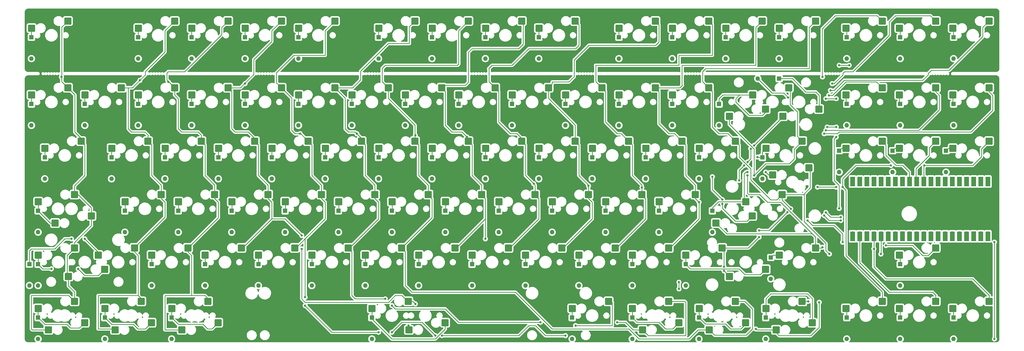
<source format=gbl>
G04 #@! TF.GenerationSoftware,KiCad,Pcbnew,7.0.10*
G04 #@! TF.CreationDate,2024-03-13T13:30:19+01:00*
G04 #@! TF.ProjectId,bb-pcb-v1,62622d70-6362-42d7-9631-2e6b69636164,rev?*
G04 #@! TF.SameCoordinates,Original*
G04 #@! TF.FileFunction,Copper,L2,Bot*
G04 #@! TF.FilePolarity,Positive*
%FSLAX46Y46*%
G04 Gerber Fmt 4.6, Leading zero omitted, Abs format (unit mm)*
G04 Created by KiCad (PCBNEW 7.0.10) date 2024-03-13 13:30:19*
%MOMM*%
%LPD*%
G01*
G04 APERTURE LIST*
G04 Aperture macros list*
%AMRoundRect*
0 Rectangle with rounded corners*
0 $1 Rounding radius*
0 $2 $3 $4 $5 $6 $7 $8 $9 X,Y pos of 4 corners*
0 Add a 4 corners polygon primitive as box body*
4,1,4,$2,$3,$4,$5,$6,$7,$8,$9,$2,$3,0*
0 Add four circle primitives for the rounded corners*
1,1,$1+$1,$2,$3*
1,1,$1+$1,$4,$5*
1,1,$1+$1,$6,$7*
1,1,$1+$1,$8,$9*
0 Add four rect primitives between the rounded corners*
20,1,$1+$1,$2,$3,$4,$5,0*
20,1,$1+$1,$4,$5,$6,$7,0*
20,1,$1+$1,$6,$7,$8,$9,0*
20,1,$1+$1,$8,$9,$2,$3,0*%
G04 Aperture macros list end*
G04 #@! TA.AperFunction,SMDPad,CuDef*
%ADD10RoundRect,0.250000X-1.025000X-1.000000X1.025000X-1.000000X1.025000X1.000000X-1.025000X1.000000X0*%
G04 #@! TD*
G04 #@! TA.AperFunction,SMDPad,CuDef*
%ADD11RoundRect,0.250000X1.025000X1.000000X-1.025000X1.000000X-1.025000X-1.000000X1.025000X-1.000000X0*%
G04 #@! TD*
G04 #@! TA.AperFunction,ComponentPad*
%ADD12O,1.700000X1.700000*%
G04 #@! TD*
G04 #@! TA.AperFunction,SMDPad,CuDef*
%ADD13R,1.700000X3.500000*%
G04 #@! TD*
G04 #@! TA.AperFunction,ComponentPad*
%ADD14R,1.700000X1.700000*%
G04 #@! TD*
G04 #@! TA.AperFunction,ComponentPad*
%ADD15R,1.600000X1.600000*%
G04 #@! TD*
G04 #@! TA.AperFunction,ComponentPad*
%ADD16O,1.600000X1.600000*%
G04 #@! TD*
G04 #@! TA.AperFunction,ViaPad*
%ADD17C,0.800000*%
G04 #@! TD*
G04 #@! TA.AperFunction,Conductor*
%ADD18C,0.250000*%
G04 #@! TD*
G04 APERTURE END LIST*
D10*
X331052500Y-26035000D03*
X343979500Y-23495000D03*
X207227500Y-87947500D03*
X220154500Y-85407500D03*
X21490000Y-26035000D03*
X34417000Y-23495000D03*
X135790000Y-49847500D03*
X148717000Y-47307500D03*
X350102500Y-49847500D03*
X363029500Y-47307500D03*
X107215000Y-68897500D03*
X120142000Y-66357500D03*
X59590000Y-49847500D03*
X72517000Y-47307500D03*
X64352500Y-106997500D03*
X77279500Y-104457500D03*
X142933750Y-126047500D03*
X155860750Y-123507500D03*
X259615000Y-126047500D03*
X272542000Y-123507500D03*
X240565000Y-68897500D03*
X253492000Y-66357500D03*
D11*
X169010000Y-131127500D03*
X156083000Y-133667500D03*
D10*
X283427500Y-68897500D03*
X296354500Y-66357500D03*
X116740000Y-49847500D03*
X129667000Y-47307500D03*
D11*
X47566250Y-112077500D03*
X34639250Y-114617500D03*
D10*
X312002500Y-49847500D03*
X324929500Y-47307500D03*
X126265000Y-68897500D03*
X139192000Y-66357500D03*
X259615000Y-68897500D03*
X272542000Y-66357500D03*
X23871250Y-126047500D03*
X36798250Y-123507500D03*
D12*
X362584916Y-81637215D03*
D13*
X362584916Y-80737215D03*
D12*
X360044916Y-81637215D03*
D13*
X360044916Y-80737215D03*
D14*
X357504916Y-81637215D03*
D13*
X357504916Y-80737215D03*
D12*
X354964916Y-81637215D03*
D13*
X354964916Y-80737215D03*
D12*
X352424916Y-81637215D03*
D13*
X352424916Y-80737215D03*
D12*
X349884916Y-81637215D03*
D13*
X349884916Y-80737215D03*
D12*
X347344916Y-81637215D03*
D13*
X347344916Y-80737215D03*
D14*
X344804916Y-81637215D03*
D13*
X344804916Y-80737215D03*
D12*
X342264916Y-81637215D03*
D13*
X342264916Y-80737215D03*
D12*
X339724916Y-81637215D03*
D13*
X339724916Y-80737215D03*
D12*
X337184916Y-81637215D03*
D13*
X337184916Y-80737215D03*
D12*
X334644916Y-81637215D03*
D13*
X334644916Y-80737215D03*
D14*
X332104916Y-81637215D03*
D13*
X332104916Y-80737215D03*
D12*
X329564916Y-81637215D03*
D13*
X329564916Y-80737215D03*
D12*
X327024916Y-81637215D03*
D13*
X327024916Y-80737215D03*
D12*
X324484916Y-81637215D03*
D13*
X324484916Y-80737215D03*
D12*
X321944916Y-81637215D03*
D13*
X321944916Y-80737215D03*
D14*
X319404916Y-81637215D03*
D13*
X319404916Y-80737215D03*
D12*
X316864916Y-81637215D03*
D13*
X316864916Y-80737215D03*
D12*
X314324916Y-81637215D03*
D13*
X314324916Y-80737215D03*
D12*
X314324916Y-99417215D03*
D13*
X314324916Y-100317215D03*
D12*
X316864916Y-99417215D03*
D13*
X316864916Y-100317215D03*
D14*
X319404916Y-99417215D03*
D13*
X319404916Y-100317215D03*
D12*
X321944916Y-99417215D03*
D13*
X321944916Y-100317215D03*
D12*
X324484916Y-99417215D03*
D13*
X324484916Y-100317215D03*
D12*
X327024916Y-99417215D03*
D13*
X327024916Y-100317215D03*
D12*
X329564916Y-99417215D03*
D13*
X329564916Y-100317215D03*
D14*
X332104916Y-99417215D03*
D13*
X332104916Y-100317215D03*
D12*
X334644916Y-99417215D03*
D13*
X334644916Y-100317215D03*
D12*
X337184916Y-99417215D03*
D13*
X337184916Y-100317215D03*
D12*
X339724916Y-99417215D03*
D13*
X339724916Y-100317215D03*
D12*
X342264916Y-99417215D03*
D13*
X342264916Y-100317215D03*
D14*
X344804916Y-99417215D03*
D13*
X344804916Y-100317215D03*
D12*
X347344916Y-99417215D03*
D13*
X347344916Y-100317215D03*
D12*
X349884916Y-99417215D03*
D13*
X349884916Y-100317215D03*
D12*
X352424916Y-99417215D03*
D13*
X352424916Y-100317215D03*
D12*
X354964916Y-99417215D03*
D13*
X354964916Y-100317215D03*
D14*
X357504916Y-99417215D03*
D13*
X357504916Y-100317215D03*
D12*
X360044916Y-99417215D03*
D13*
X360044916Y-100317215D03*
D12*
X362584916Y-99417215D03*
D13*
X362584916Y-100317215D03*
D10*
X23871250Y-87947500D03*
X36798250Y-85407500D03*
X78640000Y-49847500D03*
X91567000Y-47307500D03*
X269140000Y-26035000D03*
X282067000Y-23495000D03*
X288190000Y-26035000D03*
X301117000Y-23495000D03*
X250090000Y-26035000D03*
X263017000Y-23495000D03*
D11*
X40422500Y-131127500D03*
X27495500Y-133667500D03*
D10*
X21490000Y-49847500D03*
X34417000Y-47307500D03*
X350102500Y-126047500D03*
X363029500Y-123507500D03*
X226277500Y-87947500D03*
X239204500Y-85407500D03*
X250090000Y-49847500D03*
X263017000Y-47307500D03*
X164365000Y-26035000D03*
X177292000Y-23495000D03*
X350102500Y-68897500D03*
X363029500Y-66357500D03*
X97690000Y-26035000D03*
X110617000Y-23495000D03*
X140552500Y-106997500D03*
X153479500Y-104457500D03*
X331052500Y-126047500D03*
X343979500Y-123507500D03*
X173890000Y-49847500D03*
X186817000Y-47307500D03*
D11*
X252353750Y-131127500D03*
X239426750Y-133667500D03*
D10*
X183415000Y-26035000D03*
X196342000Y-23495000D03*
X216752500Y-106997500D03*
X229679500Y-104457500D03*
X202465000Y-68897500D03*
X215392000Y-66357500D03*
X59590000Y-26035000D03*
X72517000Y-23495000D03*
X88165000Y-68897500D03*
X101092000Y-66357500D03*
X285808750Y-78422500D03*
X298735750Y-75882500D03*
X276283750Y-87947500D03*
X289210750Y-85407500D03*
X131027500Y-87947500D03*
X143954500Y-85407500D03*
D11*
X64235000Y-131127500D03*
X51308000Y-133667500D03*
D10*
X71496250Y-126047500D03*
X84423250Y-123507500D03*
D11*
X299978750Y-131127500D03*
X287051750Y-133667500D03*
X276166250Y-131127500D03*
X263239250Y-133667500D03*
D10*
X154840000Y-49847500D03*
X167767000Y-47307500D03*
D11*
X302360000Y-54927500D03*
X289433000Y-57467500D03*
D10*
X169127500Y-87947500D03*
X182054500Y-85407500D03*
X312002500Y-126047500D03*
X324929500Y-123507500D03*
X183415000Y-68897500D03*
X196342000Y-66357500D03*
X23871250Y-106997500D03*
X36798250Y-104457500D03*
X235802500Y-126047500D03*
X248729500Y-123507500D03*
X331052500Y-106997500D03*
X343979500Y-104457500D03*
X121502500Y-106997500D03*
X134429500Y-104457500D03*
X254852500Y-106997500D03*
X267779500Y-104457500D03*
X288190000Y-106997500D03*
X301117000Y-104457500D03*
X47683750Y-126047500D03*
X60610750Y-123507500D03*
X45302500Y-106997500D03*
X58229500Y-104457500D03*
X214371250Y-126047500D03*
X227298250Y-123507500D03*
X164365000Y-68897500D03*
X177292000Y-66357500D03*
X178652500Y-106997500D03*
X191579500Y-104457500D03*
D11*
X88047500Y-131127500D03*
X75120500Y-133667500D03*
D10*
X26252500Y-68897500D03*
X39179500Y-66357500D03*
X331052500Y-49847500D03*
X343979500Y-47307500D03*
X69115000Y-68897500D03*
X82042000Y-66357500D03*
D11*
X283310000Y-112077500D03*
X270383000Y-114617500D03*
D10*
X350102500Y-26035000D03*
X363029500Y-23495000D03*
X211990000Y-49847500D03*
X224917000Y-47307500D03*
X83402500Y-106997500D03*
X96329500Y-104457500D03*
X116740000Y-26035000D03*
X129667000Y-23495000D03*
X145315000Y-68897500D03*
X158242000Y-66357500D03*
X245327500Y-87947500D03*
X258254500Y-85407500D03*
X145315000Y-26035000D03*
X158242000Y-23495000D03*
X331052500Y-68897500D03*
X343979500Y-66357500D03*
D11*
X42803750Y-93027500D03*
X29876750Y-95567500D03*
D10*
X221515000Y-68897500D03*
X234442000Y-66357500D03*
X150077500Y-87947500D03*
X163004500Y-85407500D03*
X97690000Y-49847500D03*
X110617000Y-47307500D03*
X188177500Y-87947500D03*
X201104500Y-85407500D03*
X283427500Y-126047500D03*
X296354500Y-123507500D03*
X312002500Y-26035000D03*
X324929500Y-23495000D03*
X54827500Y-87947500D03*
X67754500Y-85407500D03*
X197702500Y-106997500D03*
X210629500Y-104457500D03*
X202465000Y-26035000D03*
X215392000Y-23495000D03*
X231040000Y-49847500D03*
X243967000Y-47307500D03*
X235802500Y-106997500D03*
X248729500Y-104457500D03*
D11*
X278547500Y-93027500D03*
X265620500Y-95567500D03*
D10*
X192940000Y-49847500D03*
X205867000Y-47307500D03*
X312002500Y-68897500D03*
X324929500Y-66357500D03*
X73877500Y-87947500D03*
X86804500Y-85407500D03*
X50065000Y-68897500D03*
X62992000Y-66357500D03*
X231040000Y-26035000D03*
X243967000Y-23495000D03*
X78640000Y-26035000D03*
X91567000Y-23495000D03*
X278665000Y-49847500D03*
X291592000Y-47307500D03*
X111977500Y-87947500D03*
X124904500Y-85407500D03*
D11*
X283310000Y-54927500D03*
X270383000Y-57467500D03*
D10*
X159602500Y-106997500D03*
X172529500Y-104457500D03*
X92927500Y-87947500D03*
X105854500Y-85407500D03*
X102452500Y-106997500D03*
X115379500Y-104457500D03*
X40540000Y-49847500D03*
X53467000Y-47307500D03*
D15*
X269081250Y-29289375D03*
D16*
X269081250Y-36909375D03*
D15*
X211931250Y-53101875D03*
D16*
X211931250Y-60721875D03*
D15*
X173831250Y-53101875D03*
D16*
X173831250Y-60721875D03*
D15*
X214312500Y-129301875D03*
D16*
X214312500Y-136921875D03*
D15*
X282178125Y-72151875D03*
D16*
X282178125Y-79771875D03*
D15*
X116681250Y-53101875D03*
D16*
X116681250Y-60721875D03*
D15*
X121443750Y-110251875D03*
D16*
X121443750Y-117871875D03*
D15*
X207168750Y-91201875D03*
D16*
X207168750Y-98821875D03*
D15*
X116681250Y-29289375D03*
D16*
X116681250Y-36909375D03*
D15*
X83343750Y-110251875D03*
D16*
X83343750Y-117871875D03*
D15*
X169068750Y-91201875D03*
D16*
X169068750Y-98821875D03*
D15*
X97631250Y-53101875D03*
D16*
X97631250Y-60721875D03*
D15*
X221456250Y-72151875D03*
D16*
X221456250Y-79771875D03*
D15*
X226218750Y-91201875D03*
D16*
X226218750Y-98821875D03*
D15*
X150018750Y-91201875D03*
D16*
X150018750Y-98821875D03*
D15*
X40481250Y-53101875D03*
D16*
X40481250Y-60721875D03*
D15*
X312261250Y-129301875D03*
D16*
X312261250Y-136921875D03*
D15*
X92868750Y-91201875D03*
D16*
X92868750Y-98821875D03*
D15*
X202406250Y-72151875D03*
D16*
X202406250Y-79771875D03*
D15*
X250031250Y-53101875D03*
D16*
X250031250Y-60721875D03*
D15*
X259556250Y-72151875D03*
D16*
X259556250Y-79771875D03*
D15*
X73818750Y-91201875D03*
D16*
X73818750Y-98821875D03*
D15*
X331311250Y-29289375D03*
D16*
X331311250Y-36909375D03*
D15*
X64293750Y-110251875D03*
D16*
X64293750Y-117871875D03*
D15*
X26193750Y-72151875D03*
D16*
X26193750Y-79771875D03*
D15*
X266700000Y-53101875D03*
D16*
X266700000Y-60721875D03*
D15*
X259556250Y-129301875D03*
D16*
X259556250Y-136921875D03*
D15*
X331311250Y-53101875D03*
D16*
X331311250Y-60721875D03*
D15*
X102393750Y-110251875D03*
D16*
X102393750Y-117871875D03*
D15*
X154781250Y-53101875D03*
D16*
X154781250Y-60721875D03*
D15*
X50006250Y-72151875D03*
D16*
X50006250Y-79771875D03*
D15*
X111918750Y-91201875D03*
D16*
X111918750Y-98821875D03*
D15*
X97631250Y-29289375D03*
D16*
X97631250Y-36909375D03*
D15*
X254793750Y-110251875D03*
D16*
X254793750Y-117871875D03*
D15*
X240506250Y-72151875D03*
D16*
X240506250Y-79771875D03*
D15*
X350361250Y-29289375D03*
D16*
X350361250Y-36909375D03*
D15*
X47625000Y-129301875D03*
D16*
X47625000Y-136921875D03*
D15*
X130968750Y-91201875D03*
D16*
X130968750Y-98821875D03*
D15*
X230981250Y-53101875D03*
D16*
X230981250Y-60721875D03*
D15*
X142875000Y-129301875D03*
D16*
X142875000Y-136921875D03*
D15*
X178593750Y-110251875D03*
D16*
X178593750Y-117871875D03*
D15*
X183356250Y-72151875D03*
D16*
X183356250Y-79771875D03*
D15*
X197643750Y-110251875D03*
D16*
X197643750Y-117871875D03*
D15*
X328612500Y-69770625D03*
D16*
X328612500Y-77390625D03*
D15*
X159543750Y-110251875D03*
D16*
X159543750Y-117871875D03*
D15*
X59531250Y-29289375D03*
D16*
X59531250Y-36909375D03*
D15*
X135731250Y-53101875D03*
D16*
X135731250Y-60721875D03*
D15*
X192881250Y-53101875D03*
D16*
X192881250Y-60721875D03*
D15*
X245268750Y-91201875D03*
D16*
X245268750Y-98821875D03*
D15*
X140493750Y-110251875D03*
D16*
X140493750Y-117871875D03*
D15*
X20741414Y-110223185D03*
D16*
X20741414Y-117843185D03*
D15*
X59531250Y-53101875D03*
D16*
X59531250Y-60721875D03*
D15*
X309562500Y-69770625D03*
D16*
X309562500Y-77390625D03*
D15*
X347662500Y-69770625D03*
D16*
X347662500Y-77390625D03*
D15*
X69056250Y-72151875D03*
D16*
X69056250Y-79771875D03*
D15*
X235743750Y-129301875D03*
D16*
X235743750Y-136921875D03*
D15*
X23812500Y-110251875D03*
D16*
X23812500Y-117871875D03*
D15*
X312261250Y-53101875D03*
D16*
X312261250Y-60721875D03*
D15*
X126206250Y-72151875D03*
D16*
X126206250Y-79771875D03*
D15*
X164306250Y-72151875D03*
D16*
X164306250Y-79771875D03*
D15*
X164306250Y-29289375D03*
D16*
X164306250Y-36909375D03*
D15*
X202406250Y-29289375D03*
D16*
X202406250Y-36909375D03*
D15*
X107156250Y-72151875D03*
D16*
X107156250Y-79771875D03*
D15*
X21431250Y-29289375D03*
D16*
X21431250Y-36909375D03*
D15*
X250031250Y-29289375D03*
D16*
X250031250Y-36909375D03*
D15*
X188118750Y-91201875D03*
D16*
X188118750Y-98821875D03*
D15*
X78581250Y-29289375D03*
D16*
X78581250Y-36909375D03*
D15*
X283368750Y-129301875D03*
D16*
X283368750Y-136921875D03*
D15*
X145256250Y-72151875D03*
D16*
X145256250Y-79771875D03*
D15*
X312261250Y-29289375D03*
D16*
X312261250Y-36909375D03*
D15*
X350361250Y-53101875D03*
D16*
X350361250Y-60721875D03*
D15*
X331311250Y-129301875D03*
D16*
X331311250Y-136921875D03*
D15*
X23812500Y-129301875D03*
D16*
X23812500Y-136921875D03*
D15*
X88106250Y-72151875D03*
D16*
X88106250Y-79771875D03*
D15*
X230981250Y-29289375D03*
D16*
X230981250Y-36909375D03*
D15*
X350361250Y-129301875D03*
D16*
X350361250Y-136921875D03*
D15*
X78581250Y-53101875D03*
D16*
X78581250Y-60721875D03*
D15*
X71437500Y-129301875D03*
D16*
X71437500Y-136921875D03*
D15*
X145256250Y-29289375D03*
D16*
X145256250Y-36909375D03*
D15*
X54768750Y-91201875D03*
D16*
X54768750Y-98821875D03*
D15*
X21431250Y-53101875D03*
D16*
X21431250Y-60721875D03*
D15*
X288131250Y-29289375D03*
D16*
X288131250Y-36909375D03*
D15*
X288131144Y-44053106D03*
D16*
X280511144Y-44053106D03*
D15*
X216693750Y-110251875D03*
D16*
X216693750Y-117871875D03*
D15*
X331311250Y-110251875D03*
D16*
X331311250Y-117871875D03*
D15*
X285154579Y-107870666D03*
D16*
X285154579Y-115490666D03*
D15*
X183356250Y-29289375D03*
D16*
X183356250Y-36909375D03*
D15*
X264318750Y-91201875D03*
D16*
X264318750Y-98821875D03*
D15*
X23812500Y-91201875D03*
D16*
X23812500Y-98821875D03*
D15*
X235743750Y-110251875D03*
D16*
X235743750Y-117871875D03*
D17*
X309562500Y-39290625D03*
X313134375Y-39290625D03*
X309562412Y-90357833D03*
X308501473Y-61317183D03*
X305265534Y-61317183D03*
X308501473Y-64889061D03*
X264318624Y-79046886D03*
X267890502Y-87222500D03*
X280392075Y-72032817D03*
X267890502Y-88701581D03*
X276820197Y-77390634D03*
X283368640Y-77390634D03*
X38100000Y-111918750D03*
X28575000Y-111918750D03*
X35718750Y-101203125D03*
X40481250Y-101203125D03*
X364926521Y-102393780D03*
X364926521Y-136921934D03*
X291355000Y-50783234D03*
X304799908Y-51196862D03*
X308501473Y-51196862D03*
X32146554Y-43457793D03*
X303609282Y-43457793D03*
X60126265Y-44648419D03*
X307051473Y-45839045D03*
X70246586Y-45243732D03*
X306456160Y-48220297D03*
X155971658Y-132159430D03*
X305860847Y-50006236D03*
X117871875Y-104775000D03*
X117871875Y-100012500D03*
X97630984Y-45839045D03*
X158352910Y-124420361D03*
X145256250Y-134540625D03*
X119062500Y-122039109D03*
X211931250Y-135731250D03*
X167878125Y-135731250D03*
X119062500Y-125015625D03*
X150018750Y-134540625D03*
X215503125Y-132159375D03*
X165496875Y-135731250D03*
X117276313Y-63698435D03*
X304799908Y-62507809D03*
X304204595Y-63698435D03*
X137516955Y-63698435D03*
X150018750Y-125015625D03*
X203001385Y-130968750D03*
X147637500Y-122634375D03*
X230385783Y-130968804D03*
X158352910Y-64293748D03*
X252412500Y-119062500D03*
X279796875Y-133350000D03*
X176807613Y-64889061D03*
X252412500Y-116681250D03*
X302418656Y-123825048D03*
X298529230Y-123507500D03*
X183356250Y-101203125D03*
X339923375Y-75009382D03*
X328017115Y-75009382D03*
X301823343Y-82748451D03*
X308501473Y-82748451D03*
X200620133Y-81557825D03*
X310753038Y-82748451D03*
X220154500Y-82282825D03*
X310157725Y-93464085D03*
X279201449Y-67865626D03*
X275629571Y-75009382D03*
X304799908Y-91807833D03*
X276820197Y-73818756D03*
X278010823Y-69056252D03*
X273843632Y-80367199D03*
X310157725Y-94654711D03*
X326231176Y-103584375D03*
X304204595Y-92868772D03*
X239204500Y-82878138D03*
X298251465Y-94654711D03*
X259556120Y-88106268D03*
X310753038Y-102393780D03*
X321945000Y-104775032D03*
X268485815Y-111187500D03*
X291107709Y-91678146D03*
X280987388Y-98226589D03*
X324445237Y-106628005D03*
X306057568Y-106628005D03*
X280987388Y-100607841D03*
X292298335Y-90487520D03*
X268485815Y-112637500D03*
X303609282Y-104179719D03*
X276820197Y-78581260D03*
X279201449Y-78581260D03*
D18*
X309562500Y-39290625D02*
X313134375Y-39290625D01*
X59531250Y-26093750D02*
X59590000Y-26035000D01*
X59531250Y-29289375D02*
X59531250Y-26093750D01*
X78581250Y-29289375D02*
X78581250Y-26093750D01*
X78581250Y-26093750D02*
X78640000Y-26035000D01*
X97631250Y-26093750D02*
X97690000Y-26035000D01*
X97631250Y-29289375D02*
X97631250Y-26093750D01*
X116681250Y-26093750D02*
X116740000Y-26035000D01*
X116681250Y-29289375D02*
X116681250Y-26093750D01*
X145256250Y-29289375D02*
X145256250Y-26093750D01*
X145256250Y-26093750D02*
X145315000Y-26035000D01*
X164306250Y-26093750D02*
X164365000Y-26035000D01*
X164306250Y-29289375D02*
X164306250Y-26093750D01*
X183356250Y-26093750D02*
X183415000Y-26035000D01*
X183356250Y-29289375D02*
X183356250Y-26093750D01*
X202406250Y-26093750D02*
X202465000Y-26035000D01*
X202406250Y-29289375D02*
X202406250Y-26093750D01*
X230981250Y-26093750D02*
X231040000Y-26035000D01*
X230981250Y-29289375D02*
X230981250Y-26093750D01*
X250031250Y-26093750D02*
X250090000Y-26035000D01*
X250031250Y-29289375D02*
X250031250Y-26093750D01*
X269081250Y-26093750D02*
X269140000Y-26035000D01*
X269081250Y-29289375D02*
X269081250Y-26093750D01*
X288131250Y-26093750D02*
X288190000Y-26035000D01*
X288131250Y-29289375D02*
X288131250Y-26093750D01*
X309562412Y-82153138D02*
X307776473Y-80367199D01*
X307776473Y-65614061D02*
X308501473Y-64889061D01*
X309562412Y-90357833D02*
X309562412Y-82153138D01*
X307776473Y-80367199D02*
X307776473Y-65614061D01*
X305265534Y-61317183D02*
X308501473Y-61317183D01*
X347345000Y-81915000D02*
X347662444Y-82232444D01*
X40481250Y-49906250D02*
X40540000Y-49847500D01*
X40481250Y-53101875D02*
X40481250Y-49906250D01*
X59531250Y-53101875D02*
X59531250Y-52387500D01*
X59531250Y-52387500D02*
X59590000Y-52328750D01*
X59590000Y-52328750D02*
X59590000Y-49847500D01*
X59590000Y-49847500D02*
X59590000Y-49947500D01*
X78581250Y-53101875D02*
X78581250Y-49906250D01*
X78581250Y-49906250D02*
X78640000Y-49847500D01*
X97631250Y-53101875D02*
X97631250Y-49906250D01*
X97631250Y-49906250D02*
X97690000Y-49847500D01*
X116681250Y-53101875D02*
X116681250Y-49906250D01*
X116681250Y-49906250D02*
X116740000Y-49847500D01*
X135731250Y-53101875D02*
X135731250Y-49906250D01*
X135731250Y-49906250D02*
X135790000Y-49847500D01*
X154781250Y-53101875D02*
X154781250Y-49906250D01*
X154781250Y-49906250D02*
X154840000Y-49847500D01*
X173831250Y-53101875D02*
X173831250Y-49906250D01*
X173831250Y-49906250D02*
X173890000Y-49847500D01*
X192881250Y-49906250D02*
X192940000Y-49847500D01*
X192881250Y-53101875D02*
X192881250Y-49906250D01*
X211931250Y-53101875D02*
X211931250Y-49906250D01*
X211931250Y-49906250D02*
X211990000Y-49847500D01*
X230981250Y-49906250D02*
X231040000Y-49847500D01*
X230981250Y-53101875D02*
X230981250Y-49906250D01*
X250031250Y-52387500D02*
X250090000Y-52328750D01*
X250031250Y-49906250D02*
X250090000Y-49847500D01*
X250031250Y-53101875D02*
X250031250Y-52387500D01*
X250031250Y-53101875D02*
X250031250Y-49906250D01*
X278665000Y-49847500D02*
X274002500Y-49847500D01*
X274002500Y-49847500D02*
X272653125Y-51196875D01*
X266700000Y-51196875D02*
X268049375Y-49847500D01*
X268049375Y-49847500D02*
X278665000Y-49847500D01*
X266700000Y-53101875D02*
X266700000Y-51196875D01*
X282178125Y-57150000D02*
X283310000Y-56018125D01*
X283310000Y-56018125D02*
X283310000Y-54927500D01*
X272653125Y-52387500D02*
X277415625Y-57150000D01*
X277415625Y-57150000D02*
X282178125Y-57150000D01*
X272653125Y-51196875D02*
X272653125Y-52387500D01*
X50006250Y-72151875D02*
X50006250Y-68956250D01*
X50006250Y-68956250D02*
X50065000Y-68897500D01*
X69056250Y-72151875D02*
X69056250Y-68956250D01*
X69056250Y-68956250D02*
X69115000Y-68897500D01*
X88106250Y-72151875D02*
X88106250Y-68956250D01*
X88106250Y-68956250D02*
X88165000Y-68897500D01*
X107156250Y-68956250D02*
X107215000Y-68897500D01*
X107156250Y-72151875D02*
X107156250Y-68956250D01*
X126206250Y-72151875D02*
X126206250Y-68956250D01*
X126206250Y-68956250D02*
X126265000Y-68897500D01*
X145256250Y-68956250D02*
X145315000Y-68897500D01*
X145256250Y-72151875D02*
X145256250Y-68956250D01*
X164306250Y-72151875D02*
X164306250Y-68956250D01*
X164306250Y-68956250D02*
X164365000Y-68897500D01*
X183356250Y-68956250D02*
X183415000Y-68897500D01*
X183356250Y-72151875D02*
X183356250Y-68956250D01*
X202406250Y-72151875D02*
X202406250Y-68956250D01*
X202406250Y-68956250D02*
X202465000Y-68897500D01*
X221456250Y-68956250D02*
X221515000Y-68897500D01*
X221456250Y-72151875D02*
X221456250Y-68956250D01*
X240506250Y-72151875D02*
X240506250Y-68956250D01*
X240506250Y-68956250D02*
X240565000Y-68897500D01*
X259556250Y-72151875D02*
X259556250Y-68956250D01*
X259556250Y-68956250D02*
X259615000Y-68897500D01*
X264318624Y-79046886D02*
X264377500Y-79105762D01*
X282178125Y-70146875D02*
X283427500Y-68897500D01*
X272543743Y-94927500D02*
X267890502Y-90274259D01*
X280511133Y-72151875D02*
X280392075Y-72032817D01*
X282178125Y-72151875D02*
X282178125Y-70146875D01*
X267890502Y-87222500D02*
X264318624Y-83650622D01*
X278547500Y-93027500D02*
X276647500Y-94927500D01*
X267890502Y-90274259D02*
X267890502Y-88701581D01*
X282178125Y-72151875D02*
X280511133Y-72151875D01*
X276647500Y-94927500D02*
X272543743Y-94927500D01*
X264318624Y-83650622D02*
X264318624Y-79046886D01*
X54827500Y-91143125D02*
X54768750Y-91201875D01*
X54827500Y-87947500D02*
X54827500Y-91143125D01*
X73877500Y-87947500D02*
X73877500Y-91143125D01*
X73877500Y-91143125D02*
X73818750Y-91201875D01*
X92927500Y-87947500D02*
X92927500Y-91143125D01*
X92927500Y-91143125D02*
X92868750Y-91201875D01*
X111977500Y-91143125D02*
X111918750Y-91201875D01*
X111977500Y-87947500D02*
X111977500Y-91143125D01*
X131027500Y-87947500D02*
X131027500Y-91143125D01*
X131027500Y-91143125D02*
X130968750Y-91201875D01*
X150077500Y-91143125D02*
X150018750Y-91201875D01*
X150077500Y-87947500D02*
X150077500Y-91143125D01*
X169127500Y-87947500D02*
X169127500Y-91143125D01*
X169127500Y-91143125D02*
X169068750Y-91201875D01*
X188177500Y-91143125D02*
X188118750Y-91201875D01*
X188177500Y-87947500D02*
X188177500Y-91143125D01*
X207227500Y-91143125D02*
X207168750Y-91201875D01*
X207227500Y-87947500D02*
X207227500Y-91143125D01*
X226277500Y-91143125D02*
X226218750Y-91201875D01*
X226277500Y-87947500D02*
X226277500Y-91143125D01*
X245327500Y-87947500D02*
X245327500Y-91143125D01*
X245327500Y-91143125D02*
X245268750Y-91201875D01*
X276283750Y-87947500D02*
X275629571Y-87293321D01*
X264318750Y-90151875D02*
X264318750Y-91201875D01*
X284400506Y-78422500D02*
X285808750Y-78422500D01*
X283368640Y-77390634D02*
X284400506Y-78422500D01*
X275629571Y-77985947D02*
X276224884Y-77390634D01*
X276283750Y-87947500D02*
X266523125Y-87947500D01*
X266523125Y-87947500D02*
X264318750Y-90151875D01*
X275629571Y-87293321D02*
X275629571Y-77985947D01*
X276224884Y-77390634D02*
X276820197Y-77390634D01*
X275292500Y-88938750D02*
X276283750Y-87947500D01*
X38100000Y-111918750D02*
X40481250Y-114300000D01*
X45243750Y-114300000D02*
X47466250Y-112077500D01*
X23812500Y-110251875D02*
X25479375Y-111918750D01*
X23871250Y-110193125D02*
X23812500Y-110251875D01*
X47466250Y-112077500D02*
X47566250Y-112077500D01*
X25479375Y-111918750D02*
X28575000Y-111918750D01*
X23871250Y-106997500D02*
X23871250Y-110193125D01*
X40481250Y-114300000D02*
X45243750Y-114300000D01*
X33337500Y-101203125D02*
X35718750Y-101203125D01*
X21431250Y-104775000D02*
X29765625Y-104775000D01*
X45302500Y-106024375D02*
X45302500Y-106997500D01*
X20741414Y-105464836D02*
X21431250Y-104775000D01*
X29765625Y-104775000D02*
X33337500Y-101203125D01*
X20741414Y-110223185D02*
X20741414Y-105464836D01*
X40481250Y-101203125D02*
X45302500Y-106024375D01*
X64293750Y-110251875D02*
X64293750Y-107056250D01*
X64293750Y-107056250D02*
X64352500Y-106997500D01*
X83343750Y-107056250D02*
X83402500Y-106997500D01*
X83343750Y-110251875D02*
X83343750Y-107056250D01*
X102393750Y-107056250D02*
X102452500Y-106997500D01*
X102393750Y-110251875D02*
X102393750Y-107056250D01*
X121443750Y-107056250D02*
X121502500Y-106997500D01*
X121443750Y-110251875D02*
X121443750Y-107056250D01*
X140493750Y-107056250D02*
X140552500Y-106997500D01*
X140493750Y-110251875D02*
X140493750Y-107056250D01*
X159543750Y-107056250D02*
X159602500Y-106997500D01*
X159543750Y-110251875D02*
X159543750Y-107056250D01*
X178593750Y-107056250D02*
X178652500Y-106997500D01*
X178593750Y-110251875D02*
X178593750Y-107056250D01*
X197643750Y-110251875D02*
X197643750Y-107056250D01*
X197643750Y-107056250D02*
X197702500Y-106997500D01*
X216693750Y-107056250D02*
X216752500Y-106997500D01*
X216693750Y-110251875D02*
X216693750Y-107056250D01*
X235802500Y-110193125D02*
X235743750Y-110251875D01*
X235802500Y-106997500D02*
X235802500Y-110193125D01*
X254793750Y-107056250D02*
X254852500Y-106997500D01*
X275902344Y-113977500D02*
X273837344Y-111912500D01*
X281410000Y-113977500D02*
X275902344Y-113977500D01*
X254793750Y-110251875D02*
X254793750Y-107056250D01*
X273837344Y-111912500D02*
X256454375Y-111912500D01*
X283310000Y-112077500D02*
X281410000Y-113977500D01*
X256454375Y-111912500D02*
X254793750Y-110251875D01*
X288190000Y-106997500D02*
X286027745Y-106997500D01*
X286027745Y-106997500D02*
X285154579Y-107870666D01*
X71437500Y-129301875D02*
X73823750Y-131688125D01*
X73823750Y-131688125D02*
X82646119Y-131688125D01*
X71437500Y-129301875D02*
X71437500Y-126106250D01*
X82646119Y-131688125D02*
X84307994Y-133350000D01*
X85825000Y-133350000D02*
X88047500Y-131127500D01*
X71437500Y-126106250D02*
X71496250Y-126047500D01*
X84307994Y-133350000D02*
X85825000Y-133350000D01*
X364926521Y-136921934D02*
X364926521Y-102393780D01*
X47683750Y-126047500D02*
X47683750Y-129243125D01*
X59418059Y-133350000D02*
X62012500Y-133350000D01*
X50090625Y-131767500D02*
X57835559Y-131767500D01*
X57835559Y-131767500D02*
X59418059Y-133350000D01*
X47625000Y-129301875D02*
X50090625Y-131767500D01*
X47683750Y-129243125D02*
X47625000Y-129301875D01*
X62012500Y-133350000D02*
X64235000Y-131127500D01*
X169010000Y-133408750D02*
X169010000Y-131127500D01*
X142875000Y-129778125D02*
X150018750Y-136921875D01*
X142875000Y-129301875D02*
X142875000Y-126106250D01*
X150018750Y-136921875D02*
X165496875Y-136921875D01*
X165496875Y-136921875D02*
X169010000Y-133408750D01*
X142875000Y-129301875D02*
X142875000Y-129778125D01*
X142875000Y-126106250D02*
X142933750Y-126047500D01*
X214312500Y-129301875D02*
X214312500Y-126106250D01*
X214312500Y-126106250D02*
X214371250Y-126047500D01*
X247650000Y-133350000D02*
X250131250Y-133350000D01*
X235743750Y-129301875D02*
X235743750Y-126106250D01*
X235743750Y-126106250D02*
X235802500Y-126047500D01*
X250131250Y-133350000D02*
X252353750Y-131127500D01*
X245268750Y-130968750D02*
X247650000Y-133350000D01*
X235743750Y-129301875D02*
X237410625Y-130968750D01*
X237410625Y-130968750D02*
X245268750Y-130968750D01*
X259556250Y-126106250D02*
X259615000Y-126047500D01*
X270867067Y-133350056D02*
X274438945Y-133350056D01*
X259556250Y-129301875D02*
X259556250Y-126106250D01*
X269081128Y-131564117D02*
X270867067Y-133350056D01*
X259556250Y-129301875D02*
X261818492Y-131564117D01*
X274438945Y-133350056D02*
X276166250Y-131622751D01*
X261818492Y-131564117D02*
X269081128Y-131564117D01*
X276166250Y-131622751D02*
X276166250Y-131127500D01*
X283427500Y-129243125D02*
X283368750Y-129301875D01*
X285154579Y-120848483D02*
X298251465Y-120848483D01*
X283427500Y-126047500D02*
X283427500Y-122575562D01*
X283427500Y-126047500D02*
X283427500Y-129243125D01*
X298251465Y-120848483D02*
X299978750Y-122575768D01*
X283427500Y-122575562D02*
X285154579Y-120848483D01*
X299978750Y-122575768D02*
X299978750Y-131127500D01*
X280511144Y-44053106D02*
X285665538Y-49207500D01*
X289779266Y-49207500D02*
X291355000Y-50783234D01*
X285665538Y-49207500D02*
X289779266Y-49207500D01*
X304799908Y-51196862D02*
X308501473Y-51196862D01*
X331311250Y-29289375D02*
X331311250Y-26293750D01*
X331311250Y-26293750D02*
X331052500Y-26035000D01*
X350361250Y-26293750D02*
X350102500Y-26035000D01*
X350361250Y-29289375D02*
X350361250Y-26293750D01*
X312002500Y-49847500D02*
X312002500Y-52843125D01*
X312002500Y-52843125D02*
X312261250Y-53101875D01*
X331052500Y-52843125D02*
X331311250Y-53101875D01*
X331052500Y-49847500D02*
X331052500Y-52843125D01*
X350102500Y-52843125D02*
X350361250Y-53101875D01*
X350102500Y-49847500D02*
X350102500Y-52843125D01*
X312002500Y-68897500D02*
X310435625Y-68897500D01*
X310435625Y-68897500D02*
X309562500Y-69770625D01*
X329485625Y-68897500D02*
X328612500Y-69770625D01*
X331052500Y-68897500D02*
X329485625Y-68897500D01*
X350102500Y-68897500D02*
X348535625Y-68897500D01*
X348535625Y-68897500D02*
X347662500Y-69770625D01*
X302418750Y-50006250D02*
X302418750Y-53578125D01*
X301228125Y-48815625D02*
X302418750Y-50006250D01*
X297656250Y-48815625D02*
X301228125Y-48815625D01*
X288131144Y-44053106D02*
X292893731Y-44053106D01*
X292893731Y-44053106D02*
X297656250Y-48815625D01*
X302418750Y-53578125D02*
X302360000Y-53636875D01*
X302360000Y-53636875D02*
X302360000Y-54927500D01*
X32249676Y-45140176D02*
X34417000Y-47307500D01*
X32146875Y-44053125D02*
X32249676Y-44155926D01*
X40480936Y-78581260D02*
X36798250Y-82263946D01*
X40480936Y-67658936D02*
X40480936Y-78581260D01*
X42803750Y-96381875D02*
X42803750Y-93027500D01*
X303506160Y-43354671D02*
X303609282Y-43457793D01*
X36798250Y-102504875D02*
X42862500Y-96440625D01*
X39179500Y-65373250D02*
X39179500Y-66357500D01*
X36798250Y-82263946D02*
X36798250Y-85407500D01*
X42862500Y-96440625D02*
X42803750Y-96381875D01*
X34151250Y-107104500D02*
X36798250Y-104457500D01*
X34639250Y-114617500D02*
X34151250Y-114129500D01*
X36798250Y-104457500D02*
X36798250Y-102504875D01*
X32249676Y-43560915D02*
X32146554Y-43457793D01*
X314086875Y-82153125D02*
X314325000Y-81915000D01*
X32249676Y-44155926D02*
X32249676Y-45140176D01*
X36798250Y-123507500D02*
X34734500Y-121443750D01*
X32249676Y-25662324D02*
X34417000Y-23495000D01*
X303506160Y-26296838D02*
X303506160Y-43354671D01*
X21431250Y-133350000D02*
X21748750Y-133667500D01*
X308207998Y-21595000D02*
X303506160Y-26296838D01*
X36909375Y-49799875D02*
X36909375Y-63103125D01*
X39179500Y-66357500D02*
X40480936Y-67658936D01*
X38073250Y-85407500D02*
X42803750Y-90138000D01*
X32249676Y-43354671D02*
X32249676Y-25662324D01*
X21748750Y-133667500D02*
X27495500Y-133667500D01*
X21431250Y-121443750D02*
X21431250Y-133350000D01*
X36798250Y-120142000D02*
X36798250Y-123507500D01*
X34639250Y-114617500D02*
X34639250Y-117983000D01*
X34639250Y-117983000D02*
X36798250Y-120142000D01*
X42803750Y-90138000D02*
X42803750Y-93027500D01*
X36909375Y-63103125D02*
X39179500Y-65373250D01*
X32146554Y-43457793D02*
X32249676Y-43354671D01*
X34734500Y-121443750D02*
X21431250Y-121443750D01*
X34151250Y-114129500D02*
X34151250Y-107104500D01*
X32249676Y-43950324D02*
X32249676Y-43560915D01*
X34417000Y-47307500D02*
X36909375Y-49799875D01*
X323029500Y-21595000D02*
X308207998Y-21595000D01*
X36798250Y-85407500D02*
X38073250Y-85407500D01*
X324929500Y-23495000D02*
X323029500Y-21595000D01*
X32146875Y-44053125D02*
X32249676Y-43950324D01*
X62992000Y-66357500D02*
X64293456Y-67658956D01*
X62039927Y-41544448D02*
X62039927Y-42735073D01*
X60126265Y-44648419D02*
X60126265Y-44648735D01*
X342079500Y-21595000D02*
X343979500Y-23495000D01*
X314449916Y-41546854D02*
X327421802Y-28574968D01*
X69056250Y-34528125D02*
X62039927Y-41544448D01*
X60610750Y-123507500D02*
X60610750Y-122523250D01*
X55959375Y-61912500D02*
X57150000Y-63103125D01*
X60126265Y-44648735D02*
X57467500Y-47307500D01*
X310856160Y-42759358D02*
X310856160Y-42164045D01*
X57150000Y-63103125D02*
X61912500Y-63103125D01*
X64293456Y-78581260D02*
X67754500Y-82042304D01*
X45243750Y-133350000D02*
X50990500Y-133350000D01*
X62039927Y-42735073D02*
X60126581Y-44648419D01*
X58229500Y-105854500D02*
X59531250Y-107156250D01*
X59531250Y-121443750D02*
X45243750Y-121443750D01*
X67754500Y-82042304D02*
X67754500Y-85407500D01*
X64293456Y-67658956D02*
X64293456Y-78581260D01*
X72517000Y-23495000D02*
X69056250Y-26955750D01*
X59531250Y-107156250D02*
X59531250Y-121443750D01*
X327421802Y-28574968D02*
X327421802Y-23812464D01*
X55959375Y-47307500D02*
X55959375Y-61912500D01*
X58229500Y-104457500D02*
X58229500Y-105854500D01*
X310856160Y-42164045D02*
X311473351Y-41546854D01*
X316865000Y-79613125D02*
X316865000Y-81915000D01*
X62992000Y-64404875D02*
X62992000Y-66357500D01*
X329639266Y-21595000D02*
X342079500Y-21595000D01*
X69056250Y-88106250D02*
X69056250Y-93463795D01*
X57467500Y-47307500D02*
X55959375Y-47307500D01*
X50990500Y-133350000D02*
X51308000Y-133667500D01*
X327421802Y-23812464D02*
X329639266Y-21595000D01*
X311473351Y-41546854D02*
X314449916Y-41546854D01*
X45243750Y-121443750D02*
X45243750Y-133350000D01*
X58229500Y-104290545D02*
X58229500Y-104457500D01*
X61912500Y-63103125D02*
X63103125Y-64293750D01*
X63103125Y-64293750D02*
X62992000Y-64404875D01*
X55959375Y-47307500D02*
X53467000Y-47307500D01*
X60126581Y-44648419D02*
X60126265Y-44648419D01*
X67754500Y-86804500D02*
X69056250Y-88106250D01*
X67754500Y-85407500D02*
X67754500Y-86804500D01*
X69056250Y-93463795D02*
X58229500Y-104290545D01*
X60610750Y-122523250D02*
X59531250Y-121443750D01*
X307776473Y-45839045D02*
X310856160Y-42759358D01*
X69056250Y-26955750D02*
X69056250Y-34528125D01*
X307051473Y-45839045D02*
X307776473Y-45839045D01*
X80962500Y-63103125D02*
X82042000Y-64182625D01*
X75009375Y-63103125D02*
X80962500Y-63103125D01*
X88106250Y-93630750D02*
X77279500Y-104457500D01*
X70201776Y-41540192D02*
X69754395Y-41987573D01*
X339328062Y-44648419D02*
X341241628Y-42734853D01*
X69754395Y-41987573D02*
X69754395Y-44544895D01*
X311348351Y-44648419D02*
X339328062Y-44648419D01*
X307776473Y-48220297D02*
X311348351Y-44648419D01*
X73818750Y-51196875D02*
X73818750Y-61912500D01*
X69056250Y-121443750D02*
X69056250Y-133667500D01*
X72517000Y-47307500D02*
X72517000Y-49895125D01*
X341241628Y-42267167D02*
X342432254Y-41076541D01*
X83343472Y-67658972D02*
X83343472Y-78581260D01*
X360759330Y-29063760D02*
X360759330Y-25765170D01*
X70246586Y-45037086D02*
X70246586Y-45243732D01*
X342432254Y-41076541D02*
X348746549Y-41076541D01*
X83343750Y-121443750D02*
X78581250Y-121443750D01*
X91567000Y-23495000D02*
X89296875Y-25765125D01*
X78581250Y-121443750D02*
X69056250Y-121443750D01*
X72517000Y-49895125D02*
X73818750Y-51196875D01*
X89296875Y-28361882D02*
X76118565Y-41540192D01*
X76118565Y-41540192D02*
X70201776Y-41540192D01*
X82042000Y-66357500D02*
X83343472Y-67658972D01*
X69056250Y-133667500D02*
X75120500Y-133667500D01*
X78581250Y-107156250D02*
X78581250Y-121443750D01*
X77279500Y-104457500D02*
X77279500Y-105854500D01*
X69754395Y-44544895D02*
X70246586Y-45037086D01*
X82042000Y-64182625D02*
X82042000Y-66357500D01*
X84423250Y-123507500D02*
X84423250Y-122523250D01*
X348746549Y-41076541D02*
X360759330Y-29063760D01*
X70453232Y-45243732D02*
X72517000Y-47307500D01*
X88106250Y-88106250D02*
X88106250Y-93630750D01*
X83343472Y-78581260D02*
X86804500Y-82042288D01*
X89296875Y-25765125D02*
X89296875Y-28361882D01*
X86804500Y-85407500D02*
X86804500Y-86804500D01*
X360759330Y-25765170D02*
X363029500Y-23495000D01*
X86804500Y-86804500D02*
X88106250Y-88106250D01*
X341241628Y-42734853D02*
X341241628Y-42267167D01*
X306456160Y-48220297D02*
X307776473Y-48220297D01*
X70246586Y-45243732D02*
X70453232Y-45243732D01*
X86804500Y-82042288D02*
X86804500Y-85407500D01*
X84423250Y-122523250D02*
X83343750Y-121443750D01*
X73818750Y-61912500D02*
X75009375Y-63103125D01*
X77279500Y-105854500D02*
X78581250Y-107156250D01*
X98821613Y-63103125D02*
X98821875Y-63103125D01*
X151209375Y-121443750D02*
X153590625Y-121443750D01*
X148828125Y-123825000D02*
X151209375Y-121443750D01*
X107150000Y-26962000D02*
X107150000Y-30837482D01*
X307181160Y-50006236D02*
X311943664Y-45243732D01*
X105854500Y-85407500D02*
X105854500Y-86804500D01*
X105854500Y-82042272D02*
X105854500Y-85407500D01*
X102393488Y-67658988D02*
X102393488Y-78581260D01*
X107150000Y-30837482D02*
X100734900Y-37252582D01*
X97630984Y-45839045D02*
X97462303Y-45839045D01*
X107156250Y-94059375D02*
X96758125Y-104457500D01*
X98821875Y-63103125D02*
X101092000Y-65373250D01*
X117871875Y-104775000D02*
X117871875Y-122634173D01*
X101092000Y-65373250D02*
X101092000Y-66357500D01*
X119062204Y-123825000D02*
X148828125Y-123825000D01*
X91567000Y-47307500D02*
X92868750Y-48609250D01*
X155654375Y-123507500D02*
X155860750Y-123507500D01*
X92868750Y-61912766D02*
X94059109Y-63103125D01*
X97462303Y-45839045D02*
X95993848Y-47307500D01*
X117871626Y-122634422D02*
X119062204Y-123825000D01*
X95993848Y-47307500D02*
X91567000Y-47307500D01*
X153590625Y-121443750D02*
X155654375Y-123507500D01*
X157440049Y-123507500D02*
X158352910Y-124420361D01*
X107156250Y-94059375D02*
X111918750Y-94059375D01*
X98821610Y-63103122D02*
X98821613Y-63103125D01*
X155971658Y-132159430D02*
X155971658Y-133556158D01*
X155971658Y-133556158D02*
X156083000Y-133667500D01*
X322865732Y-45243732D02*
X324929500Y-47307500D01*
X117871875Y-122634173D02*
X117871626Y-122634422D01*
X155860750Y-123507500D02*
X157440049Y-123507500D01*
X98821607Y-63103125D02*
X98821610Y-63103122D01*
X311943664Y-45243732D02*
X322865732Y-45243732D01*
X92868750Y-48609250D02*
X92868750Y-61912766D01*
X101092000Y-66357500D02*
X102393488Y-67658988D01*
X110617000Y-23495000D02*
X107150000Y-26962000D01*
X100734900Y-42566448D02*
X97630984Y-45670364D01*
X100734900Y-37252582D02*
X100734900Y-42566448D01*
X97630984Y-45670364D02*
X97630984Y-45839045D01*
X105854500Y-86804500D02*
X107156250Y-88106250D01*
X102393488Y-78581260D02*
X105854500Y-82042272D01*
X96758125Y-104457500D02*
X96329500Y-104457500D01*
X305860847Y-50006236D02*
X307181160Y-50006236D01*
X107156250Y-88106250D02*
X107156250Y-94059375D01*
X94059109Y-63103125D02*
X98821607Y-63103125D01*
X111918750Y-94059375D02*
X117871875Y-100012500D01*
X124904500Y-86804500D02*
X126206250Y-88106250D01*
X121443750Y-67659250D02*
X121443750Y-78581250D01*
X115490374Y-63698435D02*
X117276313Y-63698435D01*
X110617000Y-47307500D02*
X114299748Y-50990248D01*
X228600000Y-132159375D02*
X228600000Y-123825000D01*
X124904500Y-85407500D02*
X124904500Y-86804500D01*
X126206250Y-26955750D02*
X126206250Y-35718750D01*
X228600000Y-123825000D02*
X227615750Y-123825000D01*
X119062500Y-122039109D02*
X119062500Y-119062500D01*
X120142000Y-66357500D02*
X121443750Y-67659250D01*
X126206250Y-35718750D02*
X115063253Y-35718750D01*
X204787500Y-135731250D02*
X201215625Y-132159375D01*
X345281250Y-50006250D02*
X343979500Y-48704500D01*
X129667000Y-23495000D02*
X126206250Y-26955750D01*
X121443750Y-78581250D02*
X124904500Y-82042000D01*
X119062500Y-119062500D02*
X119062500Y-101203125D01*
X343979500Y-48704500D02*
X343979500Y-47307500D01*
X108814260Y-41967743D02*
X108814260Y-45504760D01*
X304799908Y-62507809D02*
X337989479Y-62507809D01*
X215503125Y-132159375D02*
X228600000Y-132159375D01*
X227615750Y-123825000D02*
X227298250Y-123507500D01*
X119062500Y-101203125D02*
X115808125Y-104457500D01*
X198834375Y-132159375D02*
X195262500Y-135731250D01*
X115808125Y-104457500D02*
X115379500Y-104457500D01*
X117276313Y-63698435D02*
X117482935Y-63698435D01*
X195262500Y-135731250D02*
X167878125Y-135731250D01*
X119062500Y-125015625D02*
X128587500Y-134540625D01*
X124904500Y-82042000D02*
X124904500Y-85407500D01*
X128587500Y-134540625D02*
X145256250Y-134540625D01*
X201215625Y-132159375D02*
X198834375Y-132159375D01*
X114299748Y-50990248D02*
X114299748Y-62507809D01*
X337989479Y-62507809D02*
X345281250Y-55216038D01*
X126206250Y-88106250D02*
X126206250Y-94059375D01*
X114299748Y-62507809D02*
X115490374Y-63698435D01*
X117482935Y-63698435D02*
X120142000Y-66357500D01*
X150018750Y-134540625D02*
X153590625Y-130968750D01*
X153590625Y-130968750D02*
X160734375Y-130968750D01*
X108814260Y-45504760D02*
X110617000Y-47307500D01*
X115063253Y-35718750D02*
X108814260Y-41967743D01*
X126206250Y-94059375D02*
X119062500Y-101203125D01*
X345281250Y-55216038D02*
X345281250Y-50006250D01*
X211931250Y-135731250D02*
X204787500Y-135731250D01*
X160734375Y-130968750D02*
X165496875Y-135731250D01*
X139192000Y-66357500D02*
X140493750Y-67659250D01*
X135731250Y-105759250D02*
X134429500Y-104457500D01*
X254476250Y-123507500D02*
X248729500Y-123507500D01*
X145256250Y-88106250D02*
X145256250Y-94059375D01*
X148728232Y-31516533D02*
X138835227Y-41409538D01*
X134858125Y-104457500D02*
X134429500Y-104457500D01*
X241490500Y-135731250D02*
X254793750Y-135731250D01*
X151209375Y-126206250D02*
X150018750Y-125015625D01*
X145256250Y-94059375D02*
X134858125Y-104457500D01*
X143954500Y-86804500D02*
X145256250Y-88106250D01*
X138835227Y-44520773D02*
X138707581Y-44648419D01*
X136048750Y-47307500D02*
X129667000Y-47307500D01*
X129667000Y-47307500D02*
X133350000Y-50990500D01*
X254793750Y-123825000D02*
X254476250Y-123507500D01*
X136921595Y-122634375D02*
X135731016Y-121443796D01*
X203001385Y-130968750D02*
X173831250Y-130968750D01*
X169068750Y-126206250D02*
X151209375Y-126206250D01*
X138835227Y-41409538D02*
X138835227Y-44520773D01*
X156230000Y-25507000D02*
X156230000Y-31516533D01*
X143954500Y-85407500D02*
X143954500Y-86804500D01*
X135731250Y-121443562D02*
X135731250Y-105759250D01*
X308967099Y-63698435D02*
X309562409Y-63103125D01*
X356592136Y-63103125D02*
X364331250Y-55364011D01*
X137516955Y-63698435D02*
X137517185Y-63698435D01*
X136921875Y-63103125D02*
X137516955Y-63698205D01*
X133350000Y-50990500D02*
X133350000Y-61912500D01*
X230385837Y-130968750D02*
X233362500Y-130968750D01*
X133350000Y-61912500D02*
X134540625Y-63103125D01*
X173831250Y-130968750D02*
X169068750Y-126206250D01*
X236061250Y-133667500D02*
X239426750Y-133667500D01*
X158242000Y-23495000D02*
X156230000Y-25507000D01*
X147637500Y-122634375D02*
X136921595Y-122634375D01*
X254793750Y-135731250D02*
X254793750Y-123825000D01*
X137516955Y-63698205D02*
X137516955Y-63698435D01*
X363029500Y-48704500D02*
X363029500Y-47307500D01*
X134540625Y-63103125D02*
X136921875Y-63103125D01*
X140493750Y-67659250D02*
X140493750Y-78581250D01*
X364331250Y-50006250D02*
X363029500Y-48704500D01*
X304204595Y-63698435D02*
X308967099Y-63698435D01*
X143954500Y-82042000D02*
X143954500Y-85407500D01*
X140493750Y-78581250D02*
X143954500Y-82042000D01*
X156230000Y-31516533D02*
X148728232Y-31516533D01*
X239426750Y-133667500D02*
X241490500Y-135731250D01*
X233362500Y-130968750D02*
X236061250Y-133667500D01*
X364331250Y-55364011D02*
X364331250Y-50006250D01*
X138707581Y-44648419D02*
X138707581Y-44648669D01*
X137517185Y-63698435D02*
X139192000Y-65373250D01*
X309562409Y-63103125D02*
X356592136Y-63103125D01*
X138707581Y-44648669D02*
X136048750Y-47307500D01*
X135731016Y-121443796D02*
X135731250Y-121443562D01*
X230385783Y-130968804D02*
X230385837Y-130968750D01*
X139192000Y-65373250D02*
X139192000Y-66357500D01*
X163004500Y-82042224D02*
X163004500Y-85407500D01*
X154781250Y-105759250D02*
X154781250Y-117871875D01*
X177292000Y-23495000D02*
X173831250Y-26955750D01*
X278606136Y-126206300D02*
X275907336Y-123507500D01*
X275907336Y-123507500D02*
X272542000Y-123507500D01*
X147637500Y-39290625D02*
X146549772Y-40378353D01*
X173831250Y-38863998D02*
X173404623Y-39290625D01*
X238125000Y-136921875D02*
X255984375Y-136921875D01*
X324929500Y-66357500D02*
X326231176Y-67659176D01*
X163004500Y-85407500D02*
X163004500Y-85613875D01*
X163004500Y-85613875D02*
X164306250Y-86915625D01*
X332184306Y-75009382D02*
X334565558Y-77390634D01*
X157162500Y-120253125D02*
X194071875Y-120253125D01*
X159543536Y-78581260D02*
X163004500Y-82042224D01*
X324929500Y-66357500D02*
X324929500Y-66786125D01*
X158242000Y-66357500D02*
X159543536Y-67659036D01*
X334565558Y-77390634D02*
X334565558Y-81835558D01*
X154781250Y-117871875D02*
X157162500Y-120253125D01*
X164306250Y-93630750D02*
X153479500Y-104457500D01*
X326231176Y-67659176D02*
X326231176Y-71437504D01*
X259238750Y-133667500D02*
X263239250Y-133667500D01*
X148717000Y-51085750D02*
X158242000Y-60610750D01*
X158242000Y-60610750D02*
X158242000Y-64182838D01*
X263239250Y-133667500D02*
X265139250Y-135567500D01*
X329803054Y-75009382D02*
X332184306Y-75009382D01*
X173404623Y-39290625D02*
X147637500Y-39290625D01*
X159543536Y-67659036D02*
X159543536Y-78581260D01*
X146549772Y-45140272D02*
X148717000Y-47307500D01*
X234553125Y-133350000D02*
X238125000Y-136921875D01*
X194071875Y-120253125D02*
X207168750Y-133350000D01*
X278606136Y-133350056D02*
X278606136Y-126206300D01*
X326231176Y-71437504D02*
X329803054Y-75009382D01*
X148717000Y-47307500D02*
X148717000Y-51085750D01*
X158242000Y-64182838D02*
X158352910Y-64293748D01*
X276388692Y-135567500D02*
X278606136Y-133350056D01*
X158242000Y-64404658D02*
X158242000Y-66357500D01*
X334565558Y-81835558D02*
X334645000Y-81915000D01*
X153479500Y-104457500D02*
X154781250Y-105759250D01*
X146549772Y-40378353D02*
X146549772Y-45140272D01*
X164306250Y-86915625D02*
X164306250Y-93630750D01*
X158352910Y-64293748D02*
X158242000Y-64404658D01*
X255984375Y-136921875D02*
X259238750Y-133667500D01*
X173831250Y-26955750D02*
X173831250Y-38863998D01*
X265139250Y-135567500D02*
X276388692Y-135567500D01*
X207168750Y-133350000D02*
X234553125Y-133350000D01*
X182054500Y-85613875D02*
X183356250Y-86915625D01*
X178593552Y-67659052D02*
X178593552Y-78581260D01*
X177292000Y-65373250D02*
X177292000Y-66357500D01*
X343979500Y-66357500D02*
X341709314Y-68627686D01*
X299442091Y-135731308D02*
X288131144Y-135731308D01*
X302418656Y-123825048D02*
X302418656Y-132754743D01*
X175021875Y-63103125D02*
X176807613Y-64888863D01*
X172958125Y-104457500D02*
X172529500Y-104457500D01*
X341709314Y-71437504D02*
X336953125Y-76193693D01*
X302418656Y-132754743D02*
X299442091Y-135731308D01*
X280114375Y-133667500D02*
X287051750Y-133667500D01*
X177299804Y-45347071D02*
X176212500Y-46434375D01*
X176807613Y-64889061D02*
X176807811Y-64889061D01*
X196830000Y-31770000D02*
X195262500Y-33337500D01*
X167767000Y-47307500D02*
X169068750Y-48609250D01*
X169068750Y-60721875D02*
X171450000Y-63103125D01*
X252412500Y-116681250D02*
X252412500Y-119062500D01*
X298529230Y-123507500D02*
X296354500Y-123507500D01*
X336953125Y-76193693D02*
X336953125Y-81683125D01*
X176212500Y-46434375D02*
X168640125Y-46434375D01*
X178593552Y-78581260D02*
X182054500Y-82042208D01*
X337185000Y-81915000D02*
X336946810Y-81676810D01*
X183356250Y-94059375D02*
X172958125Y-104457500D01*
X183356250Y-86915625D02*
X183356250Y-94059375D01*
X182054500Y-85407500D02*
X182054500Y-85613875D01*
X176807811Y-64889061D02*
X177292000Y-65373250D01*
X169068750Y-48609250D02*
X169068750Y-60721875D01*
X196830000Y-23983000D02*
X196830000Y-31770000D01*
X196342000Y-23495000D02*
X196830000Y-23983000D01*
X182054500Y-82042208D02*
X182054500Y-85407500D01*
X341709314Y-68627686D02*
X341709314Y-71437504D01*
X288131144Y-135731308D02*
X287051750Y-134651914D01*
X176807613Y-64888863D02*
X176807613Y-64889061D01*
X168640125Y-46434375D02*
X167767000Y-47307500D01*
X177292000Y-66357500D02*
X178593552Y-67659052D01*
X287051750Y-134651914D02*
X287051750Y-133667500D01*
X195262500Y-33337500D02*
X178593750Y-33337500D01*
X178593750Y-33337500D02*
X177299804Y-34631446D01*
X336953125Y-81683125D02*
X337185000Y-81915000D01*
X183356250Y-101203125D02*
X183356250Y-94059375D01*
X279796875Y-133350000D02*
X280114375Y-133667500D01*
X177299804Y-34631446D02*
X177299804Y-45347071D01*
X171450000Y-63103125D02*
X175021875Y-63103125D01*
X360324500Y-69062500D02*
X360324500Y-71872334D01*
X339923375Y-75009382D02*
X343495246Y-75009382D01*
X360324500Y-71872334D02*
X357187459Y-75009375D01*
X215503125Y-33337500D02*
X198834375Y-33337500D01*
X184546875Y-40481250D02*
X184649804Y-40584179D01*
X192881250Y-39290625D02*
X185737500Y-39290625D01*
X301823343Y-82748451D02*
X308501473Y-82748451D01*
X184649804Y-40584179D02*
X184649804Y-45140304D01*
X196342000Y-65373432D02*
X196342000Y-66357500D01*
X197643750Y-78581250D02*
X197643750Y-67659250D01*
X197643750Y-67659250D02*
X196342000Y-66357500D01*
X324929500Y-123507500D02*
X324929500Y-120142000D01*
X343495253Y-75009375D02*
X342899947Y-75009375D01*
X216693750Y-32146875D02*
X215503125Y-33337500D01*
X200620133Y-81557825D02*
X200620133Y-81557633D01*
X324929500Y-120142000D02*
X311943750Y-107156250D01*
X339725000Y-81915000D02*
X339725000Y-75207757D01*
X357187459Y-75009375D02*
X343495253Y-75009375D01*
X328017115Y-75009382D02*
X315515542Y-75009382D01*
X200620325Y-81557825D02*
X201104500Y-82042000D01*
X198834375Y-33337500D02*
X192881250Y-39290625D01*
X186817000Y-47307500D02*
X188118560Y-48609060D01*
X215392000Y-23495000D02*
X216693750Y-24796750D01*
X192008125Y-104457500D02*
X191579500Y-104457500D01*
X201104500Y-82042000D02*
X201104500Y-85407500D01*
X311348437Y-83343764D02*
X311943750Y-83939077D01*
X310753038Y-82748451D02*
X310753038Y-82748487D01*
X200620133Y-81557633D02*
X197643750Y-78581250D01*
X315515542Y-75009382D02*
X310753038Y-79771886D01*
X202406250Y-94059375D02*
X192008125Y-104457500D01*
X200620133Y-81557825D02*
X200620325Y-81557825D01*
X188118560Y-48609060D02*
X188118560Y-59531244D01*
X310753038Y-82748487D02*
X311348315Y-83343764D01*
X185737500Y-39290625D02*
X184546875Y-40481250D01*
X343495246Y-75009382D02*
X343495253Y-75009375D01*
X184649804Y-45140304D02*
X186817000Y-47307500D01*
X202406250Y-86915625D02*
X202406250Y-94059375D01*
X188118560Y-59531244D02*
X192285751Y-63698435D01*
X201104500Y-85407500D02*
X201104500Y-85613875D01*
X216693750Y-24796750D02*
X216693750Y-32146875D01*
X311348315Y-83343764D02*
X311348437Y-83343764D01*
X192285751Y-63698435D02*
X194667003Y-63698435D01*
X310753038Y-79771886D02*
X310753038Y-82748451D01*
X339725000Y-75207757D02*
X339923375Y-75009382D01*
X311943750Y-107156250D02*
X311943750Y-83939077D01*
X194667003Y-63698435D02*
X196342000Y-65373432D01*
X201104500Y-85613875D02*
X202406250Y-86915625D01*
X363029500Y-66357500D02*
X360324500Y-69062500D01*
X216693750Y-78581250D02*
X216693750Y-67659250D01*
X221456250Y-88106250D02*
X221456250Y-94059375D01*
X215035079Y-43330546D02*
X213121875Y-45243750D01*
X220154500Y-82042000D02*
X216693750Y-78581250D01*
X215035079Y-37377421D02*
X215035079Y-43330546D01*
X342900000Y-120253125D02*
X344090625Y-121443750D01*
X344090625Y-121443750D02*
X343979500Y-121554875D01*
X215392000Y-60610750D02*
X215392000Y-66357500D01*
X245268750Y-30956250D02*
X244078125Y-32146875D01*
X245268750Y-24796750D02*
X245268750Y-30956250D01*
X220154500Y-82282825D02*
X220154500Y-82042000D01*
X221456250Y-94059375D02*
X211058125Y-104457500D01*
X243967000Y-23495000D02*
X245268750Y-24796750D01*
X289433000Y-57634075D02*
X289433000Y-57467500D01*
X276820197Y-73818756D02*
X278010823Y-72628130D01*
X216693750Y-67659250D02*
X215392000Y-66357500D01*
X316865000Y-109696250D02*
X327421875Y-120253125D01*
X273843632Y-80367199D02*
X273843632Y-76795321D01*
X207168750Y-45243750D02*
X207168750Y-46005750D01*
X310157725Y-93464085D02*
X306456160Y-93464085D01*
X343979500Y-121554875D02*
X343979500Y-123507500D01*
X211058125Y-104457500D02*
X210629500Y-104457500D01*
X213121875Y-45243750D02*
X207168750Y-45243750D01*
X220265625Y-32146875D02*
X215035079Y-37377421D01*
X273843632Y-76795321D02*
X275629571Y-75009382D01*
X205867000Y-51085750D02*
X215392000Y-60610750D01*
X220154500Y-85407500D02*
X220154500Y-86804500D01*
X244078125Y-32146875D02*
X220265625Y-32146875D01*
X279201449Y-67865626D02*
X289433000Y-57634075D01*
X207168750Y-46005750D02*
X205867000Y-47307500D01*
X316865000Y-99377520D02*
X316865000Y-109696250D01*
X306456160Y-93464085D02*
X304799908Y-91807833D01*
X278010823Y-72628130D02*
X278010823Y-69056252D01*
X327421875Y-120253125D02*
X342900000Y-120253125D01*
X220154500Y-86804500D02*
X221456250Y-88106250D01*
X220154500Y-82282825D02*
X220154500Y-85407500D01*
X205867000Y-47307500D02*
X205867000Y-51085750D01*
X239204500Y-85613875D02*
X240506250Y-86915625D01*
X239204500Y-82042000D02*
X235743750Y-78581250D01*
X252412500Y-35718750D02*
X252412500Y-39290625D01*
X235743750Y-67659250D02*
X234442000Y-66357500D01*
X239204500Y-82878138D02*
X239204500Y-85407500D01*
X305990534Y-94654711D02*
X304204595Y-92868772D01*
X263017000Y-23495000D02*
X264318750Y-24796750D01*
X226218592Y-59531244D02*
X230385783Y-63698435D01*
X239204500Y-85407500D02*
X239204500Y-85613875D01*
X240506250Y-94059375D02*
X230108125Y-104457500D01*
X226218592Y-48609092D02*
X226218592Y-59531244D01*
X240506250Y-86915625D02*
X240506250Y-94059375D01*
X239204500Y-82878138D02*
X239204500Y-82042000D01*
X252412500Y-39290625D02*
X222646875Y-39290625D01*
X231782935Y-63698435D02*
X234442000Y-66357500D01*
X264318750Y-24796750D02*
X264318750Y-35718750D01*
X310157725Y-94654711D02*
X305990534Y-94654711D01*
X224917000Y-47307500D02*
X226218592Y-48609092D01*
X222749836Y-39393586D02*
X222749836Y-45140336D01*
X230108125Y-104457500D02*
X229679500Y-104457500D01*
X326231176Y-103584375D02*
X335756250Y-103584375D01*
X222749836Y-45140336D02*
X224917000Y-47307500D01*
X339328098Y-107156223D02*
X341280777Y-107156223D01*
X230385783Y-63698435D02*
X231782935Y-63698435D01*
X235743750Y-78581250D02*
X235743750Y-67659250D01*
X341280777Y-107156223D02*
X343979500Y-104457500D01*
X222646875Y-39290625D02*
X222749836Y-39393586D01*
X335756250Y-103584375D02*
X339328098Y-107156223D01*
X264318750Y-35718750D02*
X252412500Y-35718750D01*
X300037404Y-96440650D02*
X307776473Y-96440650D01*
X259556120Y-94059398D02*
X259556120Y-94059505D01*
X250832935Y-63698435D02*
X253492000Y-66357500D01*
X259556120Y-88106268D02*
X259556268Y-88106268D01*
X282067000Y-23495000D02*
X279796875Y-25765125D01*
X245268608Y-60126557D02*
X248840486Y-63698435D01*
X249158125Y-104457500D02*
X248729500Y-104457500D01*
X253492000Y-66357500D02*
X254793616Y-67659116D01*
X259556250Y-94059375D02*
X259556227Y-94059398D01*
X258254500Y-86804500D02*
X259556120Y-88106120D01*
X245268608Y-48609108D02*
X245268608Y-60126557D01*
X243967000Y-47307500D02*
X245268608Y-48609108D01*
X248840486Y-63698435D02*
X250832935Y-63698435D01*
X363029500Y-121554875D02*
X363140625Y-121443750D01*
X259556227Y-94059398D02*
X259556120Y-94059398D01*
X252730000Y-47307500D02*
X243967000Y-47307500D01*
X357187500Y-115490625D02*
X326231250Y-115490625D01*
X259556120Y-88106120D02*
X259556120Y-88106268D01*
X254793616Y-78581260D02*
X258254500Y-82042144D01*
X258254500Y-85407500D02*
X258254500Y-86804500D01*
X363140625Y-121443750D02*
X357187500Y-115490625D01*
X279796875Y-25765125D02*
X279796875Y-39290625D01*
X279796875Y-39290625D02*
X253603125Y-39290625D01*
X326231250Y-115490625D02*
X321945000Y-111204375D01*
X254793616Y-67659116D02*
X254793616Y-78581260D01*
X253499868Y-46331118D02*
X253603125Y-46434375D01*
X259556268Y-88106268D02*
X259556250Y-88106250D01*
X253603125Y-46434375D02*
X252730000Y-47307500D01*
X321945000Y-104775032D02*
X321945000Y-99695000D01*
X363029500Y-123507500D02*
X363029500Y-121554875D01*
X258254500Y-82042144D02*
X258254500Y-85407500D01*
X307776473Y-96440650D02*
X310753038Y-99417215D01*
X253499868Y-39393882D02*
X253499868Y-46331118D01*
X253603125Y-39290625D02*
X253499868Y-39393882D01*
X259556120Y-94059505D02*
X249158125Y-104457500D01*
X259556250Y-88106250D02*
X259556250Y-94059375D01*
X321945000Y-111204375D02*
X321945000Y-104775032D01*
X298251465Y-94654711D02*
X300037404Y-96440650D01*
X310753038Y-99417215D02*
X310753038Y-102393780D01*
X304799908Y-102816874D02*
X304799908Y-105370345D01*
X278010823Y-76200008D02*
X278010823Y-80196579D01*
X266699876Y-63698435D02*
X269882935Y-63698435D01*
X277137729Y-104457500D02*
X280987388Y-100607841D01*
X299223750Y-82966792D02*
X297060839Y-85129703D01*
X284559266Y-98226589D02*
X291107709Y-91678146D01*
X267779500Y-104457500D02*
X277137729Y-104457500D01*
X264318624Y-61317183D02*
X266699876Y-63698435D01*
X301117000Y-23495000D02*
X298846875Y-25765125D01*
X304799908Y-105370345D02*
X306057568Y-106628005D01*
X268485815Y-111187500D02*
X268485815Y-105163815D01*
X261937500Y-40481250D02*
X260849868Y-41568882D01*
X324445237Y-106628005D02*
X324485000Y-106588242D01*
X297060839Y-85129703D02*
X297060839Y-95077805D01*
X298846875Y-40481250D02*
X261937500Y-40481250D01*
X298735750Y-75882500D02*
X299223750Y-76370500D01*
X296783042Y-85407500D02*
X289210750Y-85407500D01*
X289210750Y-87399935D02*
X289210750Y-85407500D01*
X269882935Y-63698435D02*
X272542000Y-66357500D01*
X260849868Y-41568882D02*
X260849868Y-45140368D01*
X292298335Y-90487520D02*
X289210750Y-87399935D01*
X324485000Y-106588242D02*
X324485000Y-99695000D01*
X287310750Y-87307500D02*
X289210750Y-85407500D01*
X272542000Y-66357500D02*
X273843632Y-67659132D01*
X297060839Y-95077805D02*
X304799908Y-102816874D01*
X299223750Y-76370500D02*
X299223750Y-82966792D01*
X263017000Y-47307500D02*
X264318624Y-48609124D01*
X278010823Y-80196579D02*
X285121744Y-87307500D01*
X270383000Y-114534685D02*
X268485815Y-112637500D01*
X260849868Y-45140368D02*
X263017000Y-47307500D01*
X273843632Y-67659132D02*
X273843632Y-72032817D01*
X268485815Y-105163815D02*
X267779500Y-104457500D01*
X264318624Y-48609124D02*
X264318624Y-61317183D01*
X270383000Y-114617500D02*
X270383000Y-114534685D01*
X297060839Y-85129703D02*
X296783042Y-85407500D01*
X298846875Y-25765125D02*
X298846875Y-40481250D01*
X273843632Y-72032817D02*
X278010823Y-76200008D01*
X280987388Y-98226589D02*
X284559266Y-98226589D01*
X285121744Y-87307500D02*
X287310750Y-87307500D01*
X293488961Y-69223039D02*
X296354500Y-66357500D01*
X279201449Y-69197706D02*
X279201449Y-78581260D01*
X277304500Y-85407500D02*
X281265185Y-85407500D01*
X279201449Y-78581260D02*
X283368640Y-74414069D01*
X294679587Y-64682587D02*
X294679587Y-55959366D01*
X296354500Y-66357500D02*
X294679587Y-64682587D01*
X270383000Y-60379257D02*
X279201449Y-69197706D01*
X292080000Y-47795500D02*
X291592000Y-47307500D01*
X283368640Y-74414069D02*
X291703022Y-74414069D01*
X288674524Y-88106268D02*
X300011437Y-99443182D01*
X292080000Y-53359779D02*
X292080000Y-47795500D01*
X299955755Y-99387500D02*
X300011437Y-99443182D01*
X303331501Y-104457500D02*
X301117000Y-104457500D01*
X281265185Y-85407500D02*
X283963953Y-88106268D01*
X293488961Y-72628130D02*
X293488961Y-69223039D01*
X276820197Y-84923197D02*
X276820197Y-78581260D01*
X277304500Y-85407500D02*
X276820197Y-84923197D01*
X303609282Y-104179719D02*
X303331501Y-104457500D01*
X301117000Y-100548744D02*
X301117000Y-104457500D01*
X265620500Y-95567500D02*
X269440500Y-99387500D01*
X269440500Y-99387500D02*
X299955755Y-99387500D01*
X283963953Y-88106268D02*
X288674524Y-88106268D01*
X300011437Y-99443182D02*
X301117000Y-100548744D01*
X294679587Y-55959366D02*
X292080000Y-53359779D01*
X270383000Y-57467500D02*
X270383000Y-60379257D01*
X291703022Y-74414069D02*
X293488961Y-72628130D01*
X312261250Y-126306250D02*
X312002500Y-126047500D01*
X312261250Y-129301875D02*
X312261250Y-126306250D01*
X331311250Y-129301875D02*
X331311250Y-126306250D01*
X331311250Y-126306250D02*
X331052500Y-126047500D01*
X23812500Y-129301875D02*
X26278125Y-131767500D01*
X23812500Y-126106250D02*
X23871250Y-126047500D01*
X34136250Y-131767500D02*
X35396250Y-133027500D01*
X26278125Y-131767500D02*
X34136250Y-131767500D01*
X23812500Y-129301875D02*
X23812500Y-126106250D01*
X38522500Y-133027500D02*
X40422500Y-131127500D01*
X35396250Y-133027500D02*
X38522500Y-133027500D01*
X312261250Y-29289375D02*
X312261250Y-26293750D01*
X312261250Y-26293750D02*
X312002500Y-26035000D01*
X331311250Y-110251875D02*
X331311250Y-107256250D01*
X331311250Y-107256250D02*
X331052500Y-106997500D01*
X350361250Y-126306250D02*
X350102500Y-126047500D01*
X350361250Y-129301875D02*
X350361250Y-126306250D01*
X21431250Y-29289375D02*
X21431250Y-26093750D01*
X21431250Y-26093750D02*
X21490000Y-26035000D01*
X21431250Y-49906250D02*
X21490000Y-49847500D01*
X21431250Y-53101875D02*
X21431250Y-49906250D01*
X26193750Y-68956250D02*
X26252500Y-68897500D01*
X26193750Y-72151875D02*
X26193750Y-68956250D01*
X23871250Y-91143125D02*
X23812500Y-91201875D01*
X29876750Y-95567500D02*
X28178125Y-95567500D01*
X23871250Y-87947500D02*
X23871250Y-91143125D01*
X28178125Y-95567500D02*
X23812500Y-91201875D01*
G04 #@! TA.AperFunction,NonConductor*
G36*
X252817997Y-39859960D02*
G01*
X252863452Y-39913022D01*
X252874368Y-39963894D01*
X252874368Y-41631637D01*
X252854683Y-41698676D01*
X252801879Y-41744431D01*
X252732721Y-41754375D01*
X252692747Y-41741436D01*
X252691108Y-41740576D01*
X252625208Y-41705992D01*
X252625207Y-41705991D01*
X252625202Y-41705989D01*
X252484716Y-41671371D01*
X252484713Y-41671371D01*
X252484701Y-41671371D01*
X252424399Y-41671373D01*
X252424195Y-41671354D01*
X252412463Y-41671354D01*
X223888796Y-41671354D01*
X223888492Y-41671264D01*
X223764989Y-41671258D01*
X223624488Y-41705879D01*
X223556955Y-41741319D01*
X223488446Y-41755040D01*
X223423394Y-41729544D01*
X223382454Y-41672926D01*
X223375336Y-41631519D01*
X223375336Y-40040125D01*
X223395021Y-39973086D01*
X223447825Y-39927331D01*
X223499336Y-39916125D01*
X252341653Y-39916125D01*
X252364885Y-39918321D01*
X252366489Y-39918626D01*
X252372912Y-39919852D01*
X252372913Y-39919851D01*
X252372914Y-39919852D01*
X252428259Y-39916370D01*
X252436045Y-39916125D01*
X252451842Y-39916125D01*
X252451850Y-39916125D01*
X252467571Y-39914138D01*
X252475235Y-39913414D01*
X252530638Y-39909929D01*
X252538405Y-39907405D01*
X252561180Y-39902313D01*
X252569292Y-39901289D01*
X252620896Y-39880856D01*
X252628171Y-39878237D01*
X252680941Y-39861092D01*
X252683921Y-39859200D01*
X252686593Y-39858432D01*
X252688001Y-39857770D01*
X252688107Y-39857997D01*
X252751070Y-39839896D01*
X252817997Y-39859960D01*
G37*
G04 #@! TD.AperFunction*
G04 #@! TA.AperFunction,NonConductor*
G36*
X320179964Y-22240185D02*
G01*
X320225719Y-22292989D01*
X320235663Y-22362147D01*
X320215380Y-22414349D01*
X320101000Y-22582114D01*
X320085556Y-22604766D01*
X320085555Y-22604767D01*
X319970100Y-22844514D01*
X319891661Y-23098804D01*
X319891659Y-23098810D01*
X319852000Y-23361937D01*
X319852000Y-23628062D01*
X319891659Y-23891189D01*
X319891661Y-23891195D01*
X319970100Y-24145485D01*
X320085555Y-24385230D01*
X320085560Y-24385239D01*
X320235465Y-24605110D01*
X320295221Y-24669511D01*
X320416462Y-24800179D01*
X320416466Y-24800182D01*
X320416467Y-24800183D01*
X320624520Y-24966101D01*
X320854979Y-25099156D01*
X321102695Y-25196377D01*
X321362133Y-25255593D01*
X321362138Y-25255593D01*
X321362141Y-25255594D01*
X321561036Y-25270499D01*
X321561055Y-25270499D01*
X321561058Y-25270500D01*
X321561060Y-25270500D01*
X321693940Y-25270500D01*
X321693942Y-25270500D01*
X321693944Y-25270499D01*
X321693963Y-25270499D01*
X321892857Y-25255594D01*
X321892859Y-25255594D01*
X321892861Y-25255593D01*
X321892867Y-25255593D01*
X322152305Y-25196377D01*
X322400021Y-25099156D01*
X322630480Y-24966101D01*
X322838533Y-24800183D01*
X322849038Y-24788862D01*
X322903816Y-24729825D01*
X322973291Y-24654948D01*
X323033317Y-24619195D01*
X323103147Y-24621570D01*
X323160607Y-24661320D01*
X323181894Y-24700286D01*
X323219686Y-24814334D01*
X323311788Y-24963656D01*
X323435844Y-25087712D01*
X323585166Y-25179814D01*
X323751703Y-25234999D01*
X323854491Y-25245500D01*
X326004508Y-25245499D01*
X326107297Y-25234999D01*
X326273834Y-25179814D01*
X326423156Y-25087712D01*
X326547212Y-24963656D01*
X326566763Y-24931957D01*
X326618710Y-24885233D01*
X326687672Y-24874010D01*
X326751755Y-24901853D01*
X326790612Y-24959921D01*
X326796302Y-24997054D01*
X326796302Y-28264515D01*
X326776617Y-28331554D01*
X326759983Y-28352196D01*
X314227144Y-40885035D01*
X314165821Y-40918520D01*
X314139463Y-40921354D01*
X311556094Y-40921354D01*
X311540473Y-40919629D01*
X311540447Y-40919915D01*
X311532685Y-40919181D01*
X311532684Y-40919181D01*
X311470460Y-40921136D01*
X311465478Y-40921293D01*
X311461583Y-40921354D01*
X311433998Y-40921354D01*
X311430012Y-40921857D01*
X311418384Y-40922772D01*
X311374724Y-40924144D01*
X311355480Y-40929735D01*
X311336430Y-40933679D01*
X311316562Y-40936188D01*
X311316561Y-40936188D01*
X311275950Y-40952267D01*
X311264905Y-40956048D01*
X311222965Y-40968233D01*
X311222961Y-40968235D01*
X311205717Y-40978433D01*
X311188256Y-40986987D01*
X311169625Y-40994364D01*
X311169613Y-40994371D01*
X311134284Y-41020039D01*
X311124524Y-41026450D01*
X311086931Y-41048683D01*
X311072765Y-41062849D01*
X311057975Y-41075481D01*
X311041765Y-41087258D01*
X311041762Y-41087261D01*
X311013924Y-41120912D01*
X311006062Y-41129551D01*
X310472368Y-41663244D01*
X310460111Y-41673065D01*
X310460294Y-41673286D01*
X310454281Y-41678260D01*
X310436052Y-41697671D01*
X310375809Y-41733063D01*
X310312210Y-41732185D01*
X310311892Y-41732096D01*
X310256825Y-41716667D01*
X310143502Y-41716667D01*
X310143501Y-41716667D01*
X310031242Y-41732096D01*
X310031239Y-41732097D01*
X309892443Y-41792384D01*
X309775047Y-41887893D01*
X309769262Y-41894088D01*
X309766886Y-41891869D01*
X309724287Y-41925635D01*
X309654759Y-41932542D01*
X309592535Y-41900763D01*
X309587138Y-41895331D01*
X309531841Y-41836123D01*
X309428545Y-41773308D01*
X309402542Y-41757495D01*
X309256825Y-41716667D01*
X309143502Y-41716667D01*
X309143501Y-41716667D01*
X309031242Y-41732096D01*
X309031239Y-41732097D01*
X308892443Y-41792384D01*
X308775047Y-41887893D01*
X308769262Y-41894088D01*
X308766886Y-41891869D01*
X308724287Y-41925635D01*
X308654759Y-41932542D01*
X308592535Y-41900763D01*
X308587138Y-41895331D01*
X308531841Y-41836123D01*
X308428545Y-41773308D01*
X308402542Y-41757495D01*
X308256825Y-41716667D01*
X308143502Y-41716667D01*
X308143501Y-41716667D01*
X308031242Y-41732096D01*
X308031239Y-41732097D01*
X307892443Y-41792384D01*
X307775047Y-41887893D01*
X307769262Y-41894088D01*
X307766886Y-41891869D01*
X307724287Y-41925635D01*
X307654759Y-41932542D01*
X307592535Y-41900763D01*
X307587138Y-41895331D01*
X307531841Y-41836123D01*
X307428545Y-41773308D01*
X307402542Y-41757495D01*
X307256825Y-41716667D01*
X307143502Y-41716667D01*
X307143501Y-41716667D01*
X307031242Y-41732096D01*
X307031239Y-41732097D01*
X306892443Y-41792384D01*
X306775047Y-41887893D01*
X306769262Y-41894088D01*
X306766886Y-41891869D01*
X306724287Y-41925635D01*
X306654759Y-41932542D01*
X306592535Y-41900763D01*
X306587138Y-41895331D01*
X306531841Y-41836123D01*
X306428545Y-41773308D01*
X306402542Y-41757495D01*
X306256825Y-41716667D01*
X306143502Y-41716667D01*
X306143501Y-41716667D01*
X306031242Y-41732096D01*
X306031239Y-41732097D01*
X305892443Y-41792384D01*
X305775047Y-41887893D01*
X305769262Y-41894088D01*
X305766886Y-41891869D01*
X305724287Y-41925635D01*
X305654759Y-41932542D01*
X305592535Y-41900763D01*
X305587138Y-41895331D01*
X305531841Y-41836123D01*
X305428545Y-41773308D01*
X305402542Y-41757495D01*
X305256825Y-41716667D01*
X305143502Y-41716667D01*
X305143501Y-41716667D01*
X305031242Y-41732096D01*
X305031239Y-41732097D01*
X304892443Y-41792384D01*
X304775047Y-41887893D01*
X304769262Y-41894088D01*
X304766886Y-41891869D01*
X304724287Y-41925635D01*
X304654759Y-41932542D01*
X304592535Y-41900763D01*
X304587138Y-41895331D01*
X304531841Y-41836123D01*
X304428545Y-41773308D01*
X304402542Y-41757495D01*
X304256825Y-41716667D01*
X304255660Y-41716667D01*
X304254634Y-41716365D01*
X304248422Y-41715512D01*
X304248550Y-41714579D01*
X304188621Y-41696982D01*
X304142866Y-41644178D01*
X304131660Y-41592667D01*
X304131660Y-39290625D01*
X308657040Y-39290625D01*
X308676826Y-39478881D01*
X308676827Y-39478884D01*
X308735318Y-39658902D01*
X308735321Y-39658909D01*
X308829967Y-39822841D01*
X308925341Y-39928764D01*
X308956629Y-39963513D01*
X309109765Y-40074773D01*
X309109770Y-40074776D01*
X309282692Y-40151767D01*
X309282697Y-40151769D01*
X309467854Y-40191125D01*
X309467855Y-40191125D01*
X309657144Y-40191125D01*
X309657146Y-40191125D01*
X309842303Y-40151769D01*
X310015230Y-40074776D01*
X310168371Y-39963513D01*
X310171288Y-39960272D01*
X310174100Y-39957151D01*
X310233587Y-39920504D01*
X310266248Y-39916125D01*
X312430627Y-39916125D01*
X312497666Y-39935810D01*
X312522775Y-39957151D01*
X312528501Y-39963510D01*
X312528505Y-39963514D01*
X312681640Y-40074773D01*
X312681645Y-40074776D01*
X312854567Y-40151767D01*
X312854572Y-40151769D01*
X313039729Y-40191125D01*
X313039730Y-40191125D01*
X313229019Y-40191125D01*
X313229021Y-40191125D01*
X313414178Y-40151769D01*
X313587105Y-40074776D01*
X313740246Y-39963513D01*
X313866908Y-39822841D01*
X313961554Y-39658909D01*
X314020049Y-39478881D01*
X314039835Y-39290625D01*
X314020049Y-39102369D01*
X313961554Y-38922341D01*
X313866908Y-38758409D01*
X313740246Y-38617737D01*
X313740245Y-38617736D01*
X313587109Y-38506476D01*
X313587104Y-38506473D01*
X313414182Y-38429482D01*
X313414177Y-38429480D01*
X313268376Y-38398490D01*
X313229021Y-38390125D01*
X313039729Y-38390125D01*
X313019894Y-38394341D01*
X312854572Y-38429480D01*
X312854567Y-38429482D01*
X312681645Y-38506473D01*
X312681640Y-38506476D01*
X312528505Y-38617735D01*
X312528501Y-38617739D01*
X312522775Y-38624099D01*
X312463288Y-38660746D01*
X312430627Y-38665125D01*
X310266248Y-38665125D01*
X310199209Y-38645440D01*
X310174100Y-38624099D01*
X310168373Y-38617739D01*
X310168369Y-38617735D01*
X310015234Y-38506476D01*
X310015229Y-38506473D01*
X309842307Y-38429482D01*
X309842302Y-38429480D01*
X309696501Y-38398490D01*
X309657146Y-38390125D01*
X309467854Y-38390125D01*
X309448019Y-38394341D01*
X309282697Y-38429480D01*
X309282692Y-38429482D01*
X309109770Y-38506473D01*
X309109765Y-38506476D01*
X308956629Y-38617736D01*
X308829966Y-38758410D01*
X308735321Y-38922340D01*
X308735318Y-38922347D01*
X308678864Y-39096096D01*
X308676826Y-39102369D01*
X308657040Y-39290625D01*
X304131660Y-39290625D01*
X304131660Y-36909376D01*
X310955782Y-36909376D01*
X310975614Y-37136061D01*
X310975616Y-37136072D01*
X311034508Y-37355863D01*
X311034511Y-37355872D01*
X311130681Y-37562107D01*
X311130682Y-37562109D01*
X311261204Y-37748516D01*
X311422108Y-37909420D01*
X311422111Y-37909422D01*
X311608516Y-38039943D01*
X311814754Y-38136114D01*
X312034558Y-38195010D01*
X312196480Y-38209176D01*
X312261248Y-38214843D01*
X312261250Y-38214843D01*
X312261252Y-38214843D01*
X312319017Y-38209789D01*
X312487942Y-38195010D01*
X312707746Y-38136114D01*
X312913984Y-38039943D01*
X313100389Y-37909422D01*
X313261297Y-37748514D01*
X313391818Y-37562109D01*
X313487989Y-37355871D01*
X313546885Y-37136067D01*
X313566718Y-36909375D01*
X313546885Y-36682683D01*
X313487989Y-36462879D01*
X313391818Y-36256641D01*
X313261297Y-36070236D01*
X313261295Y-36070233D01*
X313100391Y-35909329D01*
X312913984Y-35778807D01*
X312913982Y-35778806D01*
X312707747Y-35682636D01*
X312707738Y-35682633D01*
X312487947Y-35623741D01*
X312487943Y-35623740D01*
X312487942Y-35623740D01*
X312487941Y-35623739D01*
X312487936Y-35623739D01*
X312261252Y-35603907D01*
X312261248Y-35603907D01*
X312034563Y-35623739D01*
X312034552Y-35623741D01*
X311814761Y-35682633D01*
X311814752Y-35682636D01*
X311608517Y-35778806D01*
X311608515Y-35778807D01*
X311422108Y-35909329D01*
X311261204Y-36070233D01*
X311130682Y-36256640D01*
X311130681Y-36256642D01*
X311034511Y-36462877D01*
X311034508Y-36462886D01*
X310975616Y-36682677D01*
X310975614Y-36682688D01*
X310955782Y-36909373D01*
X310955782Y-36909376D01*
X304131660Y-36909376D01*
X304131660Y-27085001D01*
X310227000Y-27085001D01*
X310227001Y-27085018D01*
X310237500Y-27187796D01*
X310237501Y-27187799D01*
X310292685Y-27354331D01*
X310292687Y-27354336D01*
X310297004Y-27361335D01*
X310384788Y-27503656D01*
X310508844Y-27627712D01*
X310658166Y-27719814D01*
X310824703Y-27774999D01*
X310927491Y-27785500D01*
X311228933Y-27785499D01*
X311295971Y-27805183D01*
X311341726Y-27857987D01*
X311351670Y-27927146D01*
X311322645Y-27990701D01*
X311272266Y-28025680D01*
X311218925Y-28045575D01*
X311218914Y-28045581D01*
X311103705Y-28131827D01*
X311103702Y-28131830D01*
X311017456Y-28247039D01*
X311017452Y-28247046D01*
X310967158Y-28381892D01*
X310960751Y-28441491D01*
X310960750Y-28441510D01*
X310960750Y-30137245D01*
X310960751Y-30137251D01*
X310967158Y-30196858D01*
X311017452Y-30331703D01*
X311017456Y-30331710D01*
X311103702Y-30446919D01*
X311103705Y-30446922D01*
X311218914Y-30533168D01*
X311218921Y-30533172D01*
X311353767Y-30583466D01*
X311353766Y-30583466D01*
X311360694Y-30584210D01*
X311413377Y-30589875D01*
X313109122Y-30589874D01*
X313168733Y-30583466D01*
X313303581Y-30533171D01*
X313418796Y-30446921D01*
X313505046Y-30331706D01*
X313555341Y-30196858D01*
X313561750Y-30137248D01*
X313561749Y-29785481D01*
X313581433Y-29718444D01*
X313634237Y-29672689D01*
X313703396Y-29662745D01*
X313709198Y-29663721D01*
X313820576Y-29685187D01*
X313900027Y-29700500D01*
X313900028Y-29700500D01*
X314061112Y-29700500D01*
X314061118Y-29700500D01*
X314221471Y-29685188D01*
X314427709Y-29624631D01*
X314618759Y-29526138D01*
X314787717Y-29393268D01*
X314928476Y-29230824D01*
X315035948Y-29044677D01*
X315106250Y-28841554D01*
X315133737Y-28650373D01*
X316833223Y-28650373D01*
X316863381Y-28950160D01*
X316863382Y-28950162D01*
X316933228Y-29243252D01*
X316933233Y-29243266D01*
X317041520Y-29524427D01*
X317041524Y-29524436D01*
X317186325Y-29788665D01*
X317186329Y-29788671D01*
X317330280Y-29984043D01*
X317365054Y-30031238D01*
X317521104Y-30192592D01*
X317574519Y-30247823D01*
X317810978Y-30434553D01*
X317810980Y-30434554D01*
X317810985Y-30434558D01*
X318070230Y-30588109D01*
X318347628Y-30705736D01*
X318638229Y-30785340D01*
X318936847Y-30825500D01*
X318936851Y-30825500D01*
X319162752Y-30825500D01*
X319337433Y-30813806D01*
X319388134Y-30810412D01*
X319683403Y-30750396D01*
X319968037Y-30651560D01*
X320236959Y-30515668D01*
X320485369Y-30345144D01*
X320708833Y-30143032D01*
X320903365Y-29912939D01*
X321065493Y-29658970D01*
X321192323Y-29385658D01*
X321281593Y-29097879D01*
X321331709Y-28800770D01*
X321341056Y-28521202D01*
X323038160Y-28521202D01*
X323048387Y-28735901D01*
X323099063Y-28944791D01*
X323099065Y-28944795D01*
X323154396Y-29065954D01*
X323188354Y-29140310D01*
X323284875Y-29275855D01*
X323313035Y-29315400D01*
X323313040Y-29315406D01*
X323468594Y-29463725D01*
X323468596Y-29463726D01*
X323468597Y-29463727D01*
X323649420Y-29579935D01*
X323848968Y-29659822D01*
X323915729Y-29672689D01*
X324060027Y-29700500D01*
X324060028Y-29700500D01*
X324221112Y-29700500D01*
X324221118Y-29700500D01*
X324381471Y-29685188D01*
X324587709Y-29624631D01*
X324778759Y-29526138D01*
X324947717Y-29393268D01*
X325088476Y-29230824D01*
X325195948Y-29044677D01*
X325266250Y-28841554D01*
X325296839Y-28628797D01*
X325286612Y-28414096D01*
X325235937Y-28205210D01*
X325146646Y-28009690D01*
X325021966Y-27834601D01*
X325021964Y-27834599D01*
X325021959Y-27834593D01*
X324866405Y-27686274D01*
X324685580Y-27570065D01*
X324486030Y-27490177D01*
X324274973Y-27449500D01*
X324274972Y-27449500D01*
X324113882Y-27449500D01*
X323953529Y-27464812D01*
X323953525Y-27464813D01*
X323747293Y-27525368D01*
X323556236Y-27623864D01*
X323387285Y-27756729D01*
X323387282Y-27756733D01*
X323246521Y-27919178D01*
X323139053Y-28105319D01*
X323068751Y-28308442D01*
X323068750Y-28308444D01*
X323038161Y-28521200D01*
X323038160Y-28521202D01*
X321341056Y-28521202D01*
X321341777Y-28499631D01*
X321311618Y-28199838D01*
X321241769Y-27906739D01*
X321133477Y-27625566D01*
X320988675Y-27361335D01*
X320983514Y-27354331D01*
X320912123Y-27257438D01*
X320809946Y-27118762D01*
X320600480Y-26902176D01*
X320573007Y-26880481D01*
X320364021Y-26715446D01*
X320364017Y-26715443D01*
X320364015Y-26715442D01*
X320104770Y-26561891D01*
X319827372Y-26444264D01*
X319827363Y-26444261D01*
X319536772Y-26364660D01*
X319462116Y-26354620D01*
X319238153Y-26324500D01*
X319012256Y-26324500D01*
X319012248Y-26324500D01*
X318786868Y-26339587D01*
X318786859Y-26339589D01*
X318491594Y-26399604D01*
X318206964Y-26498439D01*
X318206959Y-26498441D01*
X317938046Y-26634328D01*
X317689625Y-26804860D01*
X317466165Y-27006969D01*
X317271632Y-27237064D01*
X317109506Y-27491030D01*
X317109505Y-27491032D01*
X316995654Y-27736377D01*
X316982677Y-27764342D01*
X316979371Y-27774999D01*
X316893407Y-28052118D01*
X316850171Y-28308442D01*
X316843291Y-28349230D01*
X316836536Y-28551292D01*
X316833223Y-28650373D01*
X315133737Y-28650373D01*
X315136839Y-28628797D01*
X315126612Y-28414096D01*
X315075937Y-28205210D01*
X314986646Y-28009690D01*
X314986644Y-28009687D01*
X314986643Y-28009685D01*
X314977496Y-27996840D01*
X314954644Y-27930813D01*
X314971118Y-27862913D01*
X315021685Y-27814698D01*
X315087770Y-27801261D01*
X315115477Y-27803337D01*
X315211038Y-27810499D01*
X315211054Y-27810499D01*
X315211058Y-27810500D01*
X315211060Y-27810500D01*
X315343940Y-27810500D01*
X315343942Y-27810500D01*
X315343944Y-27810499D01*
X315343963Y-27810499D01*
X315542857Y-27795594D01*
X315542859Y-27795594D01*
X315542861Y-27795593D01*
X315542867Y-27795593D01*
X315802305Y-27736377D01*
X316050021Y-27639156D01*
X316280480Y-27506101D01*
X316488533Y-27340183D01*
X316669535Y-27145110D01*
X316819440Y-26925240D01*
X316934901Y-26685482D01*
X317013339Y-26431194D01*
X317018101Y-26399604D01*
X317052999Y-26168062D01*
X317053000Y-26168053D01*
X317053000Y-25901946D01*
X317052999Y-25901937D01*
X317013340Y-25638810D01*
X317013338Y-25638804D01*
X317008383Y-25622739D01*
X316934901Y-25384518D01*
X316854769Y-25218123D01*
X316819444Y-25144769D01*
X316819439Y-25144760D01*
X316783829Y-25092529D01*
X316669535Y-24924890D01*
X316594788Y-24844332D01*
X316488537Y-24729820D01*
X316448518Y-24697906D01*
X316280480Y-24563899D01*
X316050021Y-24430844D01*
X316050022Y-24430844D01*
X315802310Y-24333625D01*
X315802305Y-24333623D01*
X315802296Y-24333621D01*
X315802293Y-24333620D01*
X315542858Y-24274405D01*
X315343963Y-24259500D01*
X315343942Y-24259500D01*
X315211058Y-24259500D01*
X315211036Y-24259500D01*
X315012142Y-24274405D01*
X315012140Y-24274405D01*
X314752706Y-24333620D01*
X314752698Y-24333622D01*
X314752695Y-24333623D01*
X314752692Y-24333623D01*
X314752689Y-24333625D01*
X314504978Y-24430844D01*
X314274520Y-24563899D01*
X314066460Y-24729822D01*
X314066457Y-24729825D01*
X313951604Y-24853608D01*
X313891576Y-24889363D01*
X313821747Y-24886988D01*
X313764287Y-24847237D01*
X313743000Y-24808271D01*
X313740319Y-24800179D01*
X313712314Y-24715666D01*
X313620212Y-24566344D01*
X313496156Y-24442288D01*
X313346834Y-24350186D01*
X313180297Y-24295001D01*
X313180295Y-24295000D01*
X313077510Y-24284500D01*
X310927498Y-24284500D01*
X310927481Y-24284501D01*
X310824703Y-24295000D01*
X310824700Y-24295001D01*
X310658168Y-24350185D01*
X310658163Y-24350187D01*
X310508842Y-24442289D01*
X310384789Y-24566342D01*
X310292687Y-24715663D01*
X310292685Y-24715668D01*
X310269074Y-24786921D01*
X310237501Y-24882203D01*
X310237501Y-24882204D01*
X310237500Y-24882204D01*
X310227000Y-24984983D01*
X310227000Y-27085001D01*
X304131660Y-27085001D01*
X304131660Y-26607290D01*
X304151345Y-26540251D01*
X304167979Y-26519609D01*
X308430770Y-22256819D01*
X308492093Y-22223334D01*
X308518451Y-22220500D01*
X320112925Y-22220500D01*
X320179964Y-22240185D01*
G37*
G04 #@! TD.AperFunction*
G04 #@! TA.AperFunction,NonConductor*
G36*
X261385711Y-39935810D02*
G01*
X261431466Y-39988614D01*
X261441410Y-40057772D01*
X261412385Y-40121328D01*
X261406353Y-40127806D01*
X260466076Y-41068081D01*
X260453819Y-41077902D01*
X260454002Y-41078123D01*
X260447990Y-41083096D01*
X260401966Y-41132105D01*
X260399259Y-41134898D01*
X260379757Y-41154399D01*
X260379743Y-41154416D01*
X260377275Y-41157597D01*
X260369711Y-41166452D01*
X260339805Y-41198300D01*
X260339804Y-41198302D01*
X260330152Y-41215858D01*
X260319478Y-41232108D01*
X260307197Y-41247943D01*
X260307192Y-41247950D01*
X260289843Y-41288040D01*
X260284706Y-41298526D01*
X260263671Y-41336788D01*
X260258690Y-41356189D01*
X260252389Y-41374592D01*
X260244430Y-41392984D01*
X260244429Y-41392987D01*
X260237596Y-41436125D01*
X260235228Y-41447556D01*
X260224369Y-41489853D01*
X260224368Y-41489864D01*
X260224368Y-41509898D01*
X260222841Y-41529297D01*
X260219894Y-41547906D01*
X260219708Y-41549078D01*
X260220105Y-41553277D01*
X260223103Y-41584994D01*
X260209814Y-41653588D01*
X260161550Y-41704109D01*
X260116538Y-41719508D01*
X260024950Y-41732096D01*
X260024947Y-41732097D01*
X259886151Y-41792384D01*
X259768755Y-41887893D01*
X259762970Y-41894088D01*
X259760594Y-41891869D01*
X259717995Y-41925635D01*
X259648467Y-41932542D01*
X259586243Y-41900763D01*
X259580846Y-41895331D01*
X259525549Y-41836123D01*
X259422253Y-41773308D01*
X259396250Y-41757495D01*
X259250533Y-41716667D01*
X259137210Y-41716667D01*
X259137209Y-41716667D01*
X259024950Y-41732096D01*
X259024947Y-41732097D01*
X258886151Y-41792384D01*
X258768755Y-41887893D01*
X258762970Y-41894088D01*
X258760594Y-41891869D01*
X258717995Y-41925635D01*
X258648467Y-41932542D01*
X258586243Y-41900763D01*
X258580846Y-41895331D01*
X258525549Y-41836123D01*
X258422253Y-41773308D01*
X258396250Y-41757495D01*
X258250533Y-41716667D01*
X258137210Y-41716667D01*
X258137209Y-41716667D01*
X258024950Y-41732096D01*
X258024947Y-41732097D01*
X257886151Y-41792384D01*
X257768755Y-41887893D01*
X257762970Y-41894088D01*
X257760594Y-41891869D01*
X257717995Y-41925635D01*
X257648467Y-41932542D01*
X257586243Y-41900763D01*
X257580846Y-41895331D01*
X257525549Y-41836123D01*
X257422253Y-41773308D01*
X257396250Y-41757495D01*
X257250533Y-41716667D01*
X257137210Y-41716667D01*
X257137209Y-41716667D01*
X257024950Y-41732096D01*
X257024947Y-41732097D01*
X256886151Y-41792384D01*
X256768755Y-41887893D01*
X256762970Y-41894088D01*
X256760594Y-41891869D01*
X256717995Y-41925635D01*
X256648467Y-41932542D01*
X256586243Y-41900763D01*
X256580846Y-41895331D01*
X256525549Y-41836123D01*
X256422253Y-41773308D01*
X256396250Y-41757495D01*
X256250533Y-41716667D01*
X256137210Y-41716667D01*
X256137209Y-41716667D01*
X256024950Y-41732096D01*
X256024947Y-41732097D01*
X255886151Y-41792384D01*
X255768755Y-41887893D01*
X255762970Y-41894088D01*
X255760594Y-41891869D01*
X255717995Y-41925635D01*
X255648467Y-41932542D01*
X255586243Y-41900763D01*
X255580846Y-41895331D01*
X255525549Y-41836123D01*
X255422253Y-41773308D01*
X255396250Y-41757495D01*
X255250533Y-41716667D01*
X255137210Y-41716667D01*
X255137209Y-41716667D01*
X255024950Y-41732096D01*
X255024947Y-41732097D01*
X254886151Y-41792384D01*
X254768755Y-41887893D01*
X254762970Y-41894088D01*
X254760594Y-41891869D01*
X254717995Y-41925635D01*
X254648467Y-41932542D01*
X254586243Y-41900763D01*
X254580846Y-41895331D01*
X254525549Y-41836123D01*
X254422253Y-41773308D01*
X254396250Y-41757495D01*
X254250533Y-41716667D01*
X254249368Y-41716667D01*
X254248342Y-41716365D01*
X254242130Y-41715512D01*
X254242258Y-41714579D01*
X254182329Y-41696982D01*
X254136574Y-41644178D01*
X254125368Y-41592667D01*
X254125368Y-40040125D01*
X254145053Y-39973086D01*
X254197857Y-39927331D01*
X254249368Y-39916125D01*
X261318672Y-39916125D01*
X261385711Y-39935810D01*
G37*
G04 #@! TD.AperFunction*
G04 #@! TA.AperFunction,NonConductor*
G36*
X286830927Y-42882637D02*
G01*
X286876682Y-42935441D01*
X286886626Y-43004600D01*
X286880070Y-43030285D01*
X286837053Y-43145620D01*
X286837052Y-43145622D01*
X286831922Y-43193347D01*
X286830645Y-43205229D01*
X286830644Y-43205241D01*
X286830644Y-44900976D01*
X286830645Y-44900982D01*
X286837052Y-44960589D01*
X286887346Y-45095434D01*
X286887350Y-45095441D01*
X286973596Y-45210650D01*
X286973599Y-45210653D01*
X287088808Y-45296899D01*
X287088815Y-45296903D01*
X287223661Y-45347197D01*
X287223660Y-45347197D01*
X287230588Y-45347941D01*
X287283271Y-45353606D01*
X287771015Y-45353605D01*
X287838052Y-45373289D01*
X287883807Y-45426093D01*
X287893751Y-45495252D01*
X287864726Y-45558808D01*
X287805948Y-45596582D01*
X287798608Y-45598495D01*
X287765214Y-45606117D01*
X287765189Y-45606125D01*
X287517478Y-45703344D01*
X287287020Y-45836399D01*
X287078962Y-46002320D01*
X286897965Y-46197389D01*
X286748056Y-46417266D01*
X286748055Y-46417267D01*
X286632600Y-46657014D01*
X286554161Y-46911304D01*
X286554159Y-46911310D01*
X286514500Y-47174437D01*
X286514500Y-47440562D01*
X286554159Y-47703689D01*
X286554161Y-47703695D01*
X286602371Y-47859986D01*
X286631311Y-47953808D01*
X286632600Y-47957985D01*
X286748055Y-48197730D01*
X286748060Y-48197739D01*
X286863953Y-48367724D01*
X286877879Y-48388149D01*
X286899379Y-48454628D01*
X286881525Y-48522178D01*
X286829985Y-48569352D01*
X286775425Y-48582000D01*
X285975990Y-48582000D01*
X285908951Y-48562315D01*
X285888309Y-48545681D01*
X281810557Y-44467928D01*
X281777072Y-44406605D01*
X281778463Y-44348154D01*
X281779680Y-44343611D01*
X281796779Y-44279798D01*
X281816612Y-44053106D01*
X281816603Y-44053007D01*
X281808410Y-43959361D01*
X281796779Y-43826414D01*
X281737883Y-43606610D01*
X281641712Y-43400372D01*
X281511191Y-43213967D01*
X281511189Y-43213964D01*
X281371865Y-43074640D01*
X281338380Y-43013317D01*
X281343364Y-42943625D01*
X281385236Y-42887692D01*
X281450700Y-42863275D01*
X281459531Y-42862959D01*
X286763889Y-42862953D01*
X286830927Y-42882637D01*
G37*
G04 #@! TD.AperFunction*
G04 #@! TA.AperFunction,NonConductor*
G36*
X252662877Y-47934724D02*
G01*
X252662904Y-47934439D01*
X252670661Y-47935171D01*
X252670667Y-47935173D01*
X252722765Y-47933535D01*
X252790387Y-47951104D01*
X252837779Y-48002444D01*
X252849891Y-48071256D01*
X252822877Y-48135692D01*
X252771962Y-48172902D01*
X252592476Y-48243345D01*
X252362020Y-48376399D01*
X252153960Y-48542322D01*
X252153957Y-48542325D01*
X252039104Y-48666108D01*
X251979076Y-48701863D01*
X251909247Y-48699488D01*
X251851787Y-48659737D01*
X251830500Y-48620771D01*
X251827819Y-48612679D01*
X251799814Y-48528166D01*
X251707712Y-48378844D01*
X251583656Y-48254788D01*
X251434334Y-48162686D01*
X251434332Y-48162685D01*
X251434095Y-48162539D01*
X251387371Y-48110591D01*
X251376148Y-48041629D01*
X251403992Y-47977546D01*
X251462060Y-47938690D01*
X251499192Y-47933000D01*
X252647257Y-47933000D01*
X252662877Y-47934724D01*
G37*
G04 #@! TD.AperFunction*
G04 #@! TA.AperFunction,NonConductor*
G36*
X307192320Y-48888123D02*
G01*
X307241015Y-48938229D01*
X307254891Y-49006707D01*
X307229542Y-49071816D01*
X307219027Y-49083777D01*
X306958388Y-49344417D01*
X306897065Y-49377902D01*
X306870707Y-49380736D01*
X306564595Y-49380736D01*
X306497556Y-49361051D01*
X306472447Y-49339710D01*
X306462372Y-49328521D01*
X306464399Y-49326695D01*
X306434067Y-49277463D01*
X306435396Y-49207606D01*
X306474281Y-49149557D01*
X306538377Y-49121746D01*
X306546666Y-49121232D01*
X306550804Y-49120797D01*
X306550806Y-49120797D01*
X306735963Y-49081441D01*
X306908890Y-49004448D01*
X307058463Y-48895776D01*
X307124267Y-48872298D01*
X307192320Y-48888123D01*
G37*
G04 #@! TD.AperFunction*
G04 #@! TA.AperFunction,NonConductor*
G36*
X291397539Y-49077684D02*
G01*
X291443294Y-49130488D01*
X291454500Y-49181999D01*
X291454500Y-49698781D01*
X291434815Y-49765820D01*
X291382011Y-49811575D01*
X291312853Y-49821519D01*
X291249297Y-49792494D01*
X291242819Y-49786462D01*
X290726037Y-49269680D01*
X290692552Y-49208357D01*
X290697536Y-49138665D01*
X290739408Y-49082732D01*
X290804872Y-49058315D01*
X290813698Y-49057999D01*
X291330500Y-49057999D01*
X291397539Y-49077684D01*
G37*
G04 #@! TD.AperFunction*
G04 #@! TA.AperFunction,NonConductor*
G36*
X134447847Y-47952685D02*
G01*
X134493602Y-48005489D01*
X134503546Y-48074647D01*
X134474521Y-48138203D01*
X134445905Y-48162539D01*
X134445667Y-48162685D01*
X134445666Y-48162686D01*
X134368654Y-48210187D01*
X134296342Y-48254789D01*
X134172289Y-48378842D01*
X134080187Y-48528163D01*
X134080185Y-48528168D01*
X134055978Y-48601220D01*
X134025001Y-48694703D01*
X134025001Y-48694704D01*
X134025000Y-48694704D01*
X134014500Y-48797483D01*
X134014500Y-50464912D01*
X133994815Y-50531951D01*
X133942011Y-50577706D01*
X133872853Y-50587650D01*
X133811461Y-50560457D01*
X133775941Y-50531073D01*
X133767299Y-50523209D01*
X131478818Y-48234728D01*
X131445333Y-48173405D01*
X131442499Y-48147046D01*
X131442500Y-48056999D01*
X131462185Y-47989959D01*
X131514990Y-47944205D01*
X131566500Y-47933000D01*
X134380808Y-47933000D01*
X134447847Y-47952685D01*
G37*
G04 #@! TD.AperFunction*
G04 #@! TA.AperFunction,NonConductor*
G36*
X271720737Y-59230862D02*
G01*
X271751930Y-59293382D01*
X271744371Y-59362842D01*
X271742351Y-59367435D01*
X271645183Y-59576827D01*
X271645181Y-59576833D01*
X271645177Y-59576842D01*
X271642271Y-59586211D01*
X271555907Y-59864618D01*
X271505791Y-60161730D01*
X271500596Y-60317113D01*
X271478682Y-60383457D01*
X271424378Y-60427422D01*
X271354926Y-60435049D01*
X271292376Y-60403916D01*
X271288984Y-60400650D01*
X271044819Y-60156485D01*
X271011334Y-60095162D01*
X271008500Y-60068804D01*
X271008500Y-59341999D01*
X271028185Y-59274960D01*
X271080989Y-59229205D01*
X271132500Y-59217999D01*
X271458002Y-59217999D01*
X271458008Y-59217999D01*
X271560797Y-59207499D01*
X271590866Y-59197534D01*
X271660694Y-59195132D01*
X271720737Y-59230862D01*
G37*
G04 #@! TD.AperFunction*
G04 #@! TA.AperFunction,NonConductor*
G36*
X261656996Y-42792860D02*
G01*
X261670926Y-42800172D01*
X261724555Y-42828321D01*
X261724569Y-42828328D01*
X261865036Y-42862956D01*
X261924503Y-42862957D01*
X261924717Y-42862979D01*
X261937270Y-42862978D01*
X261937273Y-42862980D01*
X279562740Y-42862961D01*
X279629778Y-42882645D01*
X279675533Y-42935449D01*
X279685477Y-43004608D01*
X279656452Y-43068164D01*
X279650421Y-43074642D01*
X279511095Y-43213968D01*
X279380576Y-43400371D01*
X279380575Y-43400373D01*
X279284405Y-43606608D01*
X279284402Y-43606617D01*
X279225510Y-43826408D01*
X279225508Y-43826419D01*
X279205676Y-44053104D01*
X279205676Y-44053107D01*
X279225508Y-44279792D01*
X279225510Y-44279803D01*
X279284402Y-44499594D01*
X279284405Y-44499603D01*
X279380575Y-44705838D01*
X279380576Y-44705840D01*
X279511098Y-44892247D01*
X279672002Y-45053151D01*
X279697666Y-45071121D01*
X279858410Y-45183674D01*
X280064648Y-45279845D01*
X280064653Y-45279846D01*
X280064655Y-45279847D01*
X280117559Y-45294022D01*
X280284452Y-45338741D01*
X280441935Y-45352519D01*
X280511142Y-45358574D01*
X280511144Y-45358574D01*
X280511146Y-45358574D01*
X280567951Y-45353604D01*
X280737836Y-45338741D01*
X280806192Y-45320425D01*
X280876041Y-45322088D01*
X280925966Y-45352519D01*
X285164735Y-49591288D01*
X285174560Y-49603551D01*
X285174781Y-49603369D01*
X285179749Y-49609374D01*
X285179751Y-49609376D01*
X285179752Y-49609377D01*
X285208139Y-49636034D01*
X285228760Y-49655399D01*
X285231559Y-49658112D01*
X285251060Y-49677614D01*
X285251064Y-49677617D01*
X285251067Y-49677620D01*
X285254240Y-49680081D01*
X285263112Y-49687659D01*
X285294956Y-49717562D01*
X285312514Y-49727214D01*
X285328771Y-49737893D01*
X285344602Y-49750173D01*
X285368524Y-49760525D01*
X285384690Y-49767521D01*
X285395179Y-49772660D01*
X285418995Y-49785752D01*
X285433446Y-49793697D01*
X285446061Y-49796935D01*
X285452843Y-49798677D01*
X285471257Y-49804981D01*
X285489642Y-49812938D01*
X285532799Y-49819773D01*
X285544194Y-49822132D01*
X285586519Y-49833000D01*
X285606554Y-49833000D01*
X285625951Y-49834526D01*
X285645734Y-49837660D01*
X285689213Y-49833550D01*
X285700882Y-49833000D01*
X289468814Y-49833000D01*
X289535853Y-49852685D01*
X289556495Y-49869319D01*
X290416038Y-50728863D01*
X290449523Y-50790186D01*
X290451678Y-50803582D01*
X290454306Y-50828584D01*
X290469326Y-50971490D01*
X290469327Y-50971493D01*
X290516238Y-51115870D01*
X290518233Y-51185711D01*
X290482153Y-51245544D01*
X290419452Y-51276372D01*
X290374841Y-51275947D01*
X290302474Y-51262000D01*
X290302472Y-51262000D01*
X290141382Y-51262000D01*
X289995324Y-51275947D01*
X289981029Y-51277312D01*
X289981025Y-51277313D01*
X289774793Y-51337868D01*
X289583736Y-51436364D01*
X289414785Y-51569229D01*
X289414782Y-51569233D01*
X289274021Y-51731678D01*
X289166553Y-51917819D01*
X289096251Y-52120942D01*
X289096250Y-52120944D01*
X289065661Y-52333700D01*
X289065660Y-52333702D01*
X289075887Y-52548401D01*
X289126563Y-52757291D01*
X289126565Y-52757295D01*
X289201141Y-52920595D01*
X289215854Y-52952810D01*
X289297185Y-53067023D01*
X289340535Y-53127900D01*
X289340540Y-53127906D01*
X289496094Y-53276225D01*
X289496096Y-53276226D01*
X289496097Y-53276227D01*
X289676920Y-53392435D01*
X289876468Y-53472322D01*
X289943229Y-53485189D01*
X290087527Y-53513000D01*
X290087528Y-53513000D01*
X290248612Y-53513000D01*
X290248618Y-53513000D01*
X290408971Y-53497688D01*
X290472881Y-53478921D01*
X290531278Y-53476140D01*
X290643076Y-53497687D01*
X290722527Y-53513000D01*
X290722528Y-53513000D01*
X290883612Y-53513000D01*
X290883618Y-53513000D01*
X291043971Y-53497688D01*
X291250209Y-53437131D01*
X291288900Y-53417184D01*
X291357503Y-53403961D01*
X291422368Y-53429928D01*
X291462897Y-53486842D01*
X291468740Y-53511858D01*
X291469334Y-53516567D01*
X291469335Y-53516569D01*
X291485414Y-53557182D01*
X291489197Y-53568231D01*
X291501381Y-53610167D01*
X291511580Y-53627413D01*
X291520138Y-53644882D01*
X291527514Y-53663511D01*
X291553181Y-53698839D01*
X291559593Y-53708600D01*
X291581828Y-53746196D01*
X291581833Y-53746203D01*
X291595990Y-53760359D01*
X291608628Y-53775155D01*
X291620405Y-53791365D01*
X291620406Y-53791366D01*
X291654057Y-53819204D01*
X291662698Y-53827067D01*
X293402428Y-55566797D01*
X293435913Y-55628120D01*
X293430929Y-55697812D01*
X293389057Y-55753745D01*
X293323593Y-55778162D01*
X293269449Y-55769908D01*
X293259805Y-55766123D01*
X293259803Y-55766122D01*
X293259802Y-55766122D01*
X293259793Y-55766120D01*
X293009432Y-55708976D01*
X293000367Y-55706907D01*
X293000366Y-55706906D01*
X293000358Y-55706905D01*
X292801463Y-55692000D01*
X292801442Y-55692000D01*
X292668558Y-55692000D01*
X292668536Y-55692000D01*
X292469642Y-55706905D01*
X292469640Y-55706905D01*
X292210206Y-55766120D01*
X292210198Y-55766122D01*
X292210195Y-55766123D01*
X292210192Y-55766123D01*
X292210189Y-55766125D01*
X291962478Y-55863344D01*
X291732020Y-55996399D01*
X291523962Y-56162321D01*
X291389209Y-56307550D01*
X291329181Y-56343304D01*
X291259352Y-56340929D01*
X291201892Y-56301178D01*
X291180605Y-56262212D01*
X291170819Y-56232679D01*
X291142814Y-56148166D01*
X291050712Y-55998844D01*
X290926656Y-55874788D01*
X290806710Y-55800805D01*
X290777336Y-55782687D01*
X290777331Y-55782685D01*
X290755123Y-55775326D01*
X290610797Y-55727501D01*
X290610795Y-55727500D01*
X290508010Y-55717000D01*
X288357998Y-55717000D01*
X288357981Y-55717001D01*
X288255203Y-55727500D01*
X288255200Y-55727501D01*
X288088668Y-55782685D01*
X288088663Y-55782687D01*
X287939342Y-55874789D01*
X287815289Y-55998842D01*
X287723187Y-56148163D01*
X287723185Y-56148168D01*
X287718497Y-56162317D01*
X287668001Y-56314703D01*
X287668001Y-56314704D01*
X287668000Y-56314704D01*
X287657500Y-56417483D01*
X287657500Y-58473620D01*
X287637815Y-58540659D01*
X287621181Y-58561301D01*
X279253677Y-66928807D01*
X279192354Y-66962292D01*
X279165996Y-66965126D01*
X279106803Y-66965126D01*
X279074346Y-66972024D01*
X278921646Y-67004481D01*
X278921641Y-67004483D01*
X278748719Y-67081474D01*
X278748714Y-67081477D01*
X278595578Y-67192737D01*
X278468915Y-67333411D01*
X278459243Y-67350163D01*
X278408675Y-67398378D01*
X278340068Y-67411599D01*
X278275204Y-67385630D01*
X278264176Y-67375842D01*
X273738015Y-62849681D01*
X273704530Y-62788358D01*
X273709514Y-62718666D01*
X273751386Y-62662733D01*
X273816850Y-62638316D01*
X273823188Y-62638089D01*
X273823188Y-62638069D01*
X273825245Y-62638000D01*
X273899861Y-62633005D01*
X274050634Y-62622912D01*
X274345903Y-62562896D01*
X274630537Y-62464060D01*
X274899459Y-62328168D01*
X275147869Y-62157644D01*
X275371333Y-61955532D01*
X275565865Y-61725439D01*
X275727993Y-61471470D01*
X275854823Y-61198158D01*
X275944093Y-60910379D01*
X275994209Y-60613270D01*
X276004277Y-60312131D01*
X275974118Y-60012338D01*
X275904269Y-59719239D01*
X275795977Y-59438066D01*
X275651175Y-59173835D01*
X275647523Y-59168879D01*
X275567456Y-59060210D01*
X275472446Y-58931262D01*
X275262980Y-58714676D01*
X275262973Y-58714670D01*
X275172094Y-58642904D01*
X275131681Y-58585908D01*
X275128498Y-58516111D01*
X275146488Y-58475739D01*
X275226940Y-58357740D01*
X275342401Y-58117982D01*
X275420839Y-57863694D01*
X275433430Y-57780160D01*
X275460499Y-57600562D01*
X275460500Y-57600553D01*
X275460500Y-57334446D01*
X275460499Y-57334437D01*
X275420840Y-57071310D01*
X275420838Y-57071304D01*
X275342401Y-56817018D01*
X275226940Y-56577261D01*
X275077035Y-56357390D01*
X275002288Y-56276832D01*
X274896037Y-56162320D01*
X274793181Y-56080295D01*
X274687980Y-55996399D01*
X274457521Y-55863344D01*
X274457522Y-55863344D01*
X274209810Y-55766125D01*
X274209805Y-55766123D01*
X274209796Y-55766121D01*
X274209793Y-55766120D01*
X273959432Y-55708976D01*
X273950367Y-55706907D01*
X273950366Y-55706906D01*
X273950358Y-55706905D01*
X273751463Y-55692000D01*
X273751442Y-55692000D01*
X273618558Y-55692000D01*
X273618536Y-55692000D01*
X273419642Y-55706905D01*
X273419640Y-55706905D01*
X273160206Y-55766120D01*
X273160198Y-55766122D01*
X273160195Y-55766123D01*
X273160192Y-55766123D01*
X273160189Y-55766125D01*
X272912478Y-55863344D01*
X272682020Y-55996399D01*
X272473962Y-56162321D01*
X272339209Y-56307550D01*
X272279181Y-56343304D01*
X272209352Y-56340929D01*
X272151892Y-56301178D01*
X272130605Y-56262212D01*
X272120819Y-56232679D01*
X272092814Y-56148166D01*
X272000712Y-55998844D01*
X271876656Y-55874788D01*
X271756710Y-55800805D01*
X271727336Y-55782687D01*
X271727331Y-55782685D01*
X271705123Y-55775326D01*
X271560797Y-55727501D01*
X271560795Y-55727500D01*
X271458010Y-55717000D01*
X269307998Y-55717000D01*
X269307981Y-55717001D01*
X269205203Y-55727500D01*
X269205200Y-55727501D01*
X269038668Y-55782685D01*
X269038663Y-55782687D01*
X268889342Y-55874789D01*
X268765289Y-55998842D01*
X268673187Y-56148163D01*
X268673185Y-56148168D01*
X268668497Y-56162317D01*
X268618001Y-56314703D01*
X268618001Y-56314704D01*
X268618000Y-56314704D01*
X268607500Y-56417483D01*
X268607500Y-58517501D01*
X268607501Y-58517518D01*
X268618000Y-58620296D01*
X268618001Y-58620299D01*
X268625492Y-58642904D01*
X268673186Y-58786834D01*
X268765288Y-58936156D01*
X268889344Y-59060212D01*
X269038666Y-59152314D01*
X269205203Y-59207499D01*
X269307991Y-59218000D01*
X269633500Y-59217999D01*
X269700539Y-59237683D01*
X269746294Y-59290487D01*
X269757500Y-59341999D01*
X269757500Y-60296512D01*
X269755775Y-60312129D01*
X269756061Y-60312156D01*
X269755326Y-60319922D01*
X269757439Y-60387129D01*
X269757500Y-60391024D01*
X269757500Y-60418614D01*
X269758003Y-60422592D01*
X269758918Y-60434224D01*
X269760290Y-60477881D01*
X269760291Y-60477884D01*
X269765880Y-60497124D01*
X269769824Y-60516168D01*
X269771210Y-60527137D01*
X269772336Y-60536049D01*
X269788414Y-60576660D01*
X269792197Y-60587709D01*
X269799623Y-60613270D01*
X269804382Y-60629647D01*
X269813044Y-60644295D01*
X269814580Y-60646891D01*
X269823136Y-60664357D01*
X269826162Y-60671998D01*
X269830514Y-60682989D01*
X269856181Y-60718317D01*
X269862593Y-60728078D01*
X269884828Y-60765674D01*
X269884833Y-60765681D01*
X269898990Y-60779837D01*
X269911628Y-60794633D01*
X269923405Y-60810843D01*
X269923406Y-60810844D01*
X269957057Y-60838682D01*
X269965698Y-60846545D01*
X273514472Y-64395319D01*
X273547957Y-64456642D01*
X273542973Y-64526334D01*
X273501101Y-64582267D01*
X273435637Y-64606684D01*
X273426791Y-64607000D01*
X271727453Y-64607000D01*
X271660414Y-64587315D01*
X271639772Y-64570681D01*
X270383738Y-63314647D01*
X270373915Y-63302385D01*
X270373694Y-63302569D01*
X270368721Y-63296557D01*
X270319711Y-63250534D01*
X270316912Y-63247821D01*
X270297412Y-63228320D01*
X270297406Y-63228315D01*
X270294221Y-63225844D01*
X270285369Y-63218283D01*
X270253517Y-63188373D01*
X270253515Y-63188371D01*
X270253512Y-63188370D01*
X270235964Y-63178723D01*
X270219698Y-63168039D01*
X270203867Y-63155759D01*
X270163784Y-63138413D01*
X270153298Y-63133276D01*
X270115029Y-63112238D01*
X270115027Y-63112237D01*
X270095628Y-63107257D01*
X270077216Y-63100953D01*
X270058833Y-63092997D01*
X270058827Y-63092995D01*
X270015695Y-63086164D01*
X270004257Y-63083796D01*
X269961955Y-63072935D01*
X269961954Y-63072935D01*
X269941919Y-63072935D01*
X269922521Y-63071408D01*
X269915097Y-63070232D01*
X269902740Y-63068275D01*
X269902739Y-63068275D01*
X269859260Y-63072385D01*
X269847591Y-63072935D01*
X267010328Y-63072935D01*
X266943289Y-63053250D01*
X266922647Y-63036616D01*
X265965935Y-62079904D01*
X265932450Y-62018581D01*
X265937434Y-61948889D01*
X265979306Y-61892956D01*
X266044770Y-61868539D01*
X266106020Y-61879840D01*
X266253504Y-61948614D01*
X266253510Y-61948615D01*
X266253511Y-61948616D01*
X266279315Y-61955530D01*
X266473308Y-62007510D01*
X266635230Y-62021676D01*
X266699998Y-62027343D01*
X266700000Y-62027343D01*
X266700002Y-62027343D01*
X266756673Y-62022384D01*
X266926692Y-62007510D01*
X267146496Y-61948614D01*
X267352734Y-61852443D01*
X267539139Y-61721922D01*
X267700047Y-61561014D01*
X267830568Y-61374609D01*
X267926739Y-61168371D01*
X267985635Y-60948567D01*
X268005468Y-60721875D01*
X268002443Y-60687304D01*
X267995966Y-60613269D01*
X267985635Y-60495183D01*
X267936586Y-60312129D01*
X267926741Y-60275386D01*
X267926738Y-60275377D01*
X267912300Y-60244415D01*
X267830568Y-60069141D01*
X267700047Y-59882736D01*
X267700045Y-59882733D01*
X267539141Y-59721829D01*
X267352734Y-59591307D01*
X267352732Y-59591306D01*
X267146497Y-59495136D01*
X267146488Y-59495133D01*
X266926697Y-59436241D01*
X266926693Y-59436240D01*
X266926692Y-59436240D01*
X266926691Y-59436239D01*
X266926686Y-59436239D01*
X266700002Y-59416407D01*
X266699998Y-59416407D01*
X266473313Y-59436239D01*
X266473302Y-59436241D01*
X266253511Y-59495133D01*
X266253502Y-59495136D01*
X266047267Y-59591306D01*
X266047265Y-59591307D01*
X265860858Y-59721829D01*
X265699954Y-59882733D01*
X265569432Y-60069140D01*
X265569431Y-60069142D01*
X265473261Y-60275377D01*
X265473258Y-60275386D01*
X265414366Y-60495177D01*
X265414364Y-60495188D01*
X265394532Y-60721873D01*
X265394532Y-60721876D01*
X265414364Y-60948561D01*
X265414366Y-60948572D01*
X265473258Y-61168363D01*
X265473260Y-61168367D01*
X265473261Y-61168371D01*
X265479290Y-61181300D01*
X265542033Y-61315852D01*
X265552525Y-61384930D01*
X265524005Y-61448714D01*
X265465529Y-61486953D01*
X265395661Y-61487508D01*
X265341970Y-61455938D01*
X264980443Y-61094411D01*
X264946958Y-61033088D01*
X264944124Y-61006730D01*
X264944124Y-53949745D01*
X265399500Y-53949745D01*
X265399501Y-53949751D01*
X265405908Y-54009358D01*
X265456202Y-54144203D01*
X265456206Y-54144210D01*
X265542452Y-54259419D01*
X265542455Y-54259422D01*
X265657664Y-54345668D01*
X265657671Y-54345672D01*
X265792517Y-54395966D01*
X265792516Y-54395966D01*
X265799444Y-54396710D01*
X265852127Y-54402375D01*
X267547872Y-54402374D01*
X267607483Y-54395966D01*
X267742331Y-54345671D01*
X267857546Y-54259421D01*
X267943796Y-54144206D01*
X267994091Y-54009358D01*
X268000500Y-53949748D01*
X268000499Y-52254003D01*
X267994091Y-52194392D01*
X267966697Y-52120946D01*
X267943797Y-52059546D01*
X267943793Y-52059539D01*
X267857547Y-51944330D01*
X267857544Y-51944327D01*
X267742335Y-51858081D01*
X267742328Y-51858077D01*
X267607482Y-51807783D01*
X267607483Y-51807783D01*
X267547883Y-51801376D01*
X267547881Y-51801375D01*
X267547873Y-51801375D01*
X267547865Y-51801375D01*
X267449500Y-51801375D01*
X267382461Y-51781690D01*
X267336706Y-51728886D01*
X267325500Y-51677375D01*
X267325500Y-51507327D01*
X267345185Y-51440288D01*
X267361819Y-51419646D01*
X268272147Y-50509319D01*
X268333470Y-50475834D01*
X268359828Y-50473000D01*
X272193046Y-50473000D01*
X272260085Y-50492685D01*
X272305840Y-50545489D01*
X272315784Y-50614647D01*
X272286759Y-50678203D01*
X272280723Y-50684685D01*
X272269329Y-50696078D01*
X272257076Y-50705895D01*
X272257259Y-50706116D01*
X272251247Y-50711089D01*
X272205223Y-50760098D01*
X272202516Y-50762891D01*
X272183014Y-50782392D01*
X272183000Y-50782409D01*
X272180532Y-50785590D01*
X272172968Y-50794445D01*
X272143062Y-50826293D01*
X272143061Y-50826295D01*
X272133409Y-50843851D01*
X272122735Y-50860101D01*
X272110454Y-50875936D01*
X272110449Y-50875943D01*
X272093100Y-50916033D01*
X272087963Y-50926519D01*
X272066928Y-50964781D01*
X272061947Y-50984182D01*
X272055646Y-51002585D01*
X272047687Y-51020977D01*
X272047686Y-51020980D01*
X272040853Y-51064118D01*
X272038485Y-51075549D01*
X272027626Y-51117846D01*
X272027625Y-51117857D01*
X272027625Y-51137891D01*
X272026098Y-51157290D01*
X272022965Y-51177069D01*
X272022965Y-51177070D01*
X272027075Y-51220549D01*
X272027625Y-51232218D01*
X272027625Y-51389754D01*
X272007940Y-51456793D01*
X271955136Y-51502548D01*
X271885978Y-51512492D01*
X271836586Y-51494070D01*
X271663080Y-51382565D01*
X271463530Y-51302677D01*
X271252473Y-51262000D01*
X271252472Y-51262000D01*
X271091382Y-51262000D01*
X270945324Y-51275947D01*
X270931029Y-51277312D01*
X270931025Y-51277313D01*
X270724793Y-51337868D01*
X270533736Y-51436364D01*
X270364785Y-51569229D01*
X270364782Y-51569233D01*
X270224021Y-51731678D01*
X270116553Y-51917819D01*
X270046251Y-52120942D01*
X270046250Y-52120944D01*
X270015661Y-52333700D01*
X270015660Y-52333702D01*
X270025887Y-52548401D01*
X270076563Y-52757291D01*
X270076565Y-52757295D01*
X270151141Y-52920595D01*
X270165854Y-52952810D01*
X270247185Y-53067023D01*
X270290535Y-53127900D01*
X270290540Y-53127906D01*
X270446094Y-53276225D01*
X270446096Y-53276226D01*
X270446097Y-53276227D01*
X270626920Y-53392435D01*
X270826468Y-53472322D01*
X270893229Y-53485189D01*
X271037527Y-53513000D01*
X271037528Y-53513000D01*
X271198612Y-53513000D01*
X271198618Y-53513000D01*
X271358971Y-53497688D01*
X271565209Y-53437131D01*
X271756259Y-53338638D01*
X271761154Y-53334789D01*
X271835621Y-53276227D01*
X271925217Y-53205768D01*
X272065976Y-53043324D01*
X272116354Y-52956065D01*
X272166919Y-52907852D01*
X272235525Y-52894628D01*
X272300390Y-52920595D01*
X272311421Y-52930386D01*
X276914822Y-57533788D01*
X276924647Y-57546051D01*
X276924868Y-57545869D01*
X276929836Y-57551874D01*
X276978847Y-57597899D01*
X276981646Y-57600612D01*
X277001147Y-57620114D01*
X277001151Y-57620117D01*
X277001154Y-57620120D01*
X277004327Y-57622581D01*
X277013199Y-57630159D01*
X277045043Y-57660062D01*
X277062601Y-57669714D01*
X277078860Y-57680395D01*
X277094689Y-57692673D01*
X277134780Y-57710021D01*
X277145251Y-57715151D01*
X277167805Y-57727550D01*
X277183527Y-57736194D01*
X277183529Y-57736195D01*
X277183533Y-57736197D01*
X277202941Y-57741180D01*
X277221344Y-57747481D01*
X277239726Y-57755436D01*
X277239727Y-57755436D01*
X277239729Y-57755437D01*
X277282875Y-57762270D01*
X277294297Y-57764636D01*
X277336606Y-57775500D01*
X277356641Y-57775500D01*
X277376039Y-57777026D01*
X277395819Y-57780159D01*
X277395820Y-57780160D01*
X277395820Y-57780159D01*
X277395821Y-57780160D01*
X277439300Y-57776050D01*
X277450969Y-57775500D01*
X282095382Y-57775500D01*
X282111002Y-57777224D01*
X282111029Y-57776939D01*
X282118785Y-57777671D01*
X282118792Y-57777673D01*
X282185998Y-57775561D01*
X282189893Y-57775500D01*
X282217471Y-57775500D01*
X282217475Y-57775500D01*
X282221449Y-57774997D01*
X282233088Y-57774080D01*
X282276752Y-57772709D01*
X282295994Y-57767117D01*
X282315037Y-57763174D01*
X282334917Y-57760664D01*
X282375526Y-57744585D01*
X282386569Y-57740803D01*
X282428515Y-57728618D01*
X282445754Y-57718422D01*
X282463228Y-57709862D01*
X282481852Y-57702488D01*
X282481852Y-57702487D01*
X282481857Y-57702486D01*
X282517208Y-57676800D01*
X282526939Y-57670408D01*
X282564545Y-57648170D01*
X282578714Y-57633999D01*
X282593504Y-57621368D01*
X282609712Y-57609594D01*
X282637563Y-57575926D01*
X282645404Y-57567309D01*
X283498397Y-56714318D01*
X283559720Y-56680833D01*
X283586078Y-56677999D01*
X284385002Y-56677999D01*
X284385008Y-56677999D01*
X284487797Y-56667499D01*
X284654334Y-56612314D01*
X284803656Y-56520212D01*
X284927712Y-56396156D01*
X285019814Y-56246834D01*
X285074999Y-56080297D01*
X285085500Y-55977509D01*
X285085499Y-54701416D01*
X285105184Y-54634378D01*
X285157987Y-54588623D01*
X285227146Y-54578679D01*
X285242251Y-54581821D01*
X285300729Y-54597840D01*
X285599347Y-54638000D01*
X285599351Y-54638000D01*
X285825252Y-54638000D01*
X285989164Y-54627026D01*
X286050634Y-54622912D01*
X286345903Y-54562896D01*
X286630537Y-54464060D01*
X286899459Y-54328168D01*
X287147869Y-54157644D01*
X287371333Y-53955532D01*
X287565865Y-53725439D01*
X287727993Y-53471470D01*
X287854823Y-53198158D01*
X287944093Y-52910379D01*
X287994209Y-52613270D01*
X288004277Y-52312131D01*
X287974118Y-52012338D01*
X287904269Y-51719239D01*
X287795977Y-51438066D01*
X287651175Y-51173835D01*
X287646014Y-51166831D01*
X287559624Y-51049581D01*
X287472446Y-50931262D01*
X287262980Y-50714676D01*
X287227640Y-50686768D01*
X287026521Y-50527946D01*
X287026517Y-50527943D01*
X287026515Y-50527942D01*
X286767270Y-50374391D01*
X286489872Y-50256764D01*
X286489863Y-50256761D01*
X286199272Y-50177160D01*
X286092189Y-50162759D01*
X285900653Y-50137000D01*
X285674756Y-50137000D01*
X285674748Y-50137000D01*
X285449368Y-50152087D01*
X285449359Y-50152089D01*
X285154094Y-50212104D01*
X284869464Y-50310939D01*
X284869459Y-50310941D01*
X284600546Y-50446828D01*
X284352125Y-50617360D01*
X284128665Y-50819469D01*
X283934132Y-51049564D01*
X283772006Y-51303530D01*
X283772005Y-51303532D01*
X283648710Y-51569229D01*
X283645177Y-51576842D01*
X283630469Y-51624256D01*
X283555907Y-51864618D01*
X283505791Y-52161730D01*
X283500042Y-52333702D01*
X283495723Y-52462873D01*
X283525881Y-52762660D01*
X283525882Y-52762666D01*
X283588222Y-53024255D01*
X283584615Y-53094031D01*
X283543856Y-53150780D01*
X283478887Y-53176485D01*
X283467600Y-53177000D01*
X282363572Y-53177000D01*
X282296533Y-53157315D01*
X282250778Y-53104511D01*
X282240834Y-53035353D01*
X282256183Y-52991002D01*
X282333448Y-52857177D01*
X282403750Y-52654054D01*
X282434339Y-52441297D01*
X282424112Y-52226596D01*
X282373437Y-52017710D01*
X282284146Y-51822190D01*
X282284142Y-51822185D01*
X282284142Y-51822184D01*
X282249834Y-51774005D01*
X282226981Y-51707978D01*
X282243454Y-51640078D01*
X282294021Y-51591862D01*
X282323248Y-51581187D01*
X282325046Y-51580776D01*
X282464805Y-51548877D01*
X282712521Y-51451656D01*
X282942980Y-51318601D01*
X283151033Y-51152683D01*
X283155610Y-51147751D01*
X283227851Y-51069893D01*
X283332035Y-50957610D01*
X283481940Y-50737740D01*
X283597401Y-50497982D01*
X283675839Y-50243694D01*
X283676559Y-50238921D01*
X283715499Y-49980562D01*
X283715500Y-49980553D01*
X283715500Y-49714446D01*
X283715499Y-49714437D01*
X283675840Y-49451310D01*
X283675838Y-49451304D01*
X283674136Y-49445785D01*
X283597401Y-49197018D01*
X283481940Y-48957261D01*
X283332035Y-48737390D01*
X283257288Y-48656832D01*
X283151037Y-48542320D01*
X283111018Y-48510406D01*
X282942980Y-48376399D01*
X282712521Y-48243344D01*
X282712522Y-48243344D01*
X282471960Y-48148931D01*
X282464805Y-48146123D01*
X282464796Y-48146121D01*
X282464793Y-48146120D01*
X282205358Y-48086905D01*
X282006463Y-48072000D01*
X282006442Y-48072000D01*
X281873558Y-48072000D01*
X281873536Y-48072000D01*
X281674642Y-48086905D01*
X281674640Y-48086905D01*
X281415206Y-48146120D01*
X281415198Y-48146122D01*
X281415195Y-48146123D01*
X281415192Y-48146123D01*
X281415189Y-48146125D01*
X281167478Y-48243344D01*
X280937020Y-48376399D01*
X280728960Y-48542322D01*
X280728957Y-48542325D01*
X280614104Y-48666108D01*
X280554076Y-48701863D01*
X280484247Y-48699488D01*
X280426787Y-48659737D01*
X280405500Y-48620771D01*
X280402819Y-48612679D01*
X280374814Y-48528166D01*
X280282712Y-48378844D01*
X280158656Y-48254788D01*
X280046265Y-48185465D01*
X280009336Y-48162687D01*
X280009331Y-48162685D01*
X279982536Y-48153806D01*
X279842797Y-48107501D01*
X279842795Y-48107500D01*
X279740010Y-48097000D01*
X277589998Y-48097000D01*
X277589981Y-48097001D01*
X277487203Y-48107500D01*
X277487200Y-48107501D01*
X277320668Y-48162685D01*
X277320663Y-48162687D01*
X277171342Y-48254789D01*
X277047289Y-48378842D01*
X276955187Y-48528163D01*
X276955185Y-48528168D01*
X276930978Y-48601220D01*
X276900001Y-48694703D01*
X276900001Y-48694704D01*
X276900000Y-48694704D01*
X276889500Y-48797483D01*
X276889500Y-49098000D01*
X276869815Y-49165039D01*
X276817011Y-49210794D01*
X276765500Y-49222000D01*
X274085237Y-49222000D01*
X274069620Y-49220276D01*
X274069593Y-49220562D01*
X274061831Y-49219827D01*
X273994644Y-49221939D01*
X273990750Y-49222000D01*
X268132112Y-49222000D01*
X268116495Y-49220276D01*
X268116468Y-49220562D01*
X268108706Y-49219827D01*
X268041519Y-49221939D01*
X268037625Y-49222000D01*
X268010025Y-49222000D01*
X268006337Y-49222465D01*
X268006024Y-49222505D01*
X267994406Y-49223418D01*
X267950747Y-49224790D01*
X267950744Y-49224791D01*
X267931501Y-49230381D01*
X267912458Y-49234325D01*
X267892579Y-49236836D01*
X267892578Y-49236837D01*
X267851968Y-49252915D01*
X267840923Y-49256697D01*
X267798983Y-49268883D01*
X267798979Y-49268885D01*
X267781740Y-49279080D01*
X267764273Y-49287637D01*
X267745644Y-49295012D01*
X267745642Y-49295014D01*
X267710301Y-49320689D01*
X267700543Y-49327099D01*
X267662955Y-49349328D01*
X267648783Y-49363500D01*
X267633998Y-49376128D01*
X267617787Y-49387907D01*
X267589946Y-49421559D01*
X267582086Y-49430196D01*
X266316208Y-50696074D01*
X266303951Y-50705895D01*
X266304134Y-50706116D01*
X266298122Y-50711089D01*
X266252098Y-50760098D01*
X266249391Y-50762891D01*
X266229889Y-50782392D01*
X266229875Y-50782409D01*
X266227407Y-50785590D01*
X266219843Y-50794445D01*
X266189937Y-50826293D01*
X266189936Y-50826295D01*
X266180284Y-50843851D01*
X266169610Y-50860101D01*
X266157329Y-50875936D01*
X266157324Y-50875943D01*
X266139975Y-50916033D01*
X266134838Y-50926519D01*
X266113803Y-50964781D01*
X266108822Y-50984182D01*
X266102521Y-51002585D01*
X266094562Y-51020977D01*
X266094561Y-51020980D01*
X266087728Y-51064118D01*
X266085360Y-51075549D01*
X266074501Y-51117846D01*
X266074500Y-51117857D01*
X266074500Y-51137891D01*
X266072973Y-51157290D01*
X266069840Y-51177069D01*
X266069840Y-51177070D01*
X266073950Y-51220549D01*
X266074500Y-51232218D01*
X266074500Y-51677375D01*
X266054815Y-51744414D01*
X266002011Y-51790169D01*
X265950501Y-51801375D01*
X265852130Y-51801375D01*
X265852123Y-51801376D01*
X265792516Y-51807783D01*
X265657671Y-51858077D01*
X265657664Y-51858081D01*
X265542455Y-51944327D01*
X265542452Y-51944330D01*
X265456206Y-52059539D01*
X265456202Y-52059546D01*
X265405908Y-52194392D01*
X265402446Y-52226598D01*
X265399501Y-52253998D01*
X265399500Y-52254010D01*
X265399500Y-53949745D01*
X264944124Y-53949745D01*
X264944124Y-48691861D01*
X264945848Y-48676247D01*
X264945562Y-48676220D01*
X264946296Y-48668457D01*
X264946295Y-48668441D01*
X264944184Y-48601236D01*
X264944124Y-48597374D01*
X264944124Y-48569775D01*
X264944124Y-48569774D01*
X264943621Y-48565790D01*
X264942704Y-48554145D01*
X264942438Y-48545681D01*
X264941333Y-48510497D01*
X264935745Y-48491263D01*
X264931798Y-48472205D01*
X264929288Y-48452332D01*
X264929287Y-48452329D01*
X264913207Y-48411716D01*
X264909423Y-48400663D01*
X264899853Y-48367724D01*
X264897241Y-48358734D01*
X264887044Y-48341492D01*
X264878487Y-48324026D01*
X264871110Y-48305392D01*
X264871098Y-48305376D01*
X264847541Y-48272952D01*
X264845429Y-48270045D01*
X264839036Y-48260314D01*
X264816794Y-48222703D01*
X264816793Y-48222702D01*
X264812821Y-48215985D01*
X264814595Y-48214935D01*
X264792984Y-48159888D01*
X264792499Y-48148927D01*
X264792499Y-46257498D01*
X264792498Y-46257481D01*
X264781999Y-46154703D01*
X264781998Y-46154700D01*
X264776634Y-46138512D01*
X264726814Y-45988166D01*
X264634712Y-45838844D01*
X264510656Y-45714788D01*
X264410609Y-45653079D01*
X264361336Y-45622687D01*
X264361331Y-45622685D01*
X264359862Y-45622198D01*
X264194797Y-45567501D01*
X264194795Y-45567500D01*
X264092016Y-45557000D01*
X264092009Y-45557000D01*
X262202453Y-45557000D01*
X262135414Y-45537315D01*
X262114772Y-45520681D01*
X262114653Y-45520562D01*
X271974500Y-45520562D01*
X272014159Y-45783689D01*
X272014161Y-45783695D01*
X272092600Y-46037985D01*
X272208055Y-46277730D01*
X272208057Y-46277733D01*
X272208060Y-46277739D01*
X272357965Y-46497610D01*
X272371255Y-46511933D01*
X272538962Y-46692679D01*
X272538966Y-46692682D01*
X272538967Y-46692683D01*
X272747020Y-46858601D01*
X272977479Y-46991656D01*
X273225195Y-47088877D01*
X273484633Y-47148093D01*
X273484638Y-47148093D01*
X273484641Y-47148094D01*
X273683536Y-47162999D01*
X273683555Y-47162999D01*
X273683558Y-47163000D01*
X273683560Y-47163000D01*
X273816440Y-47163000D01*
X273816442Y-47163000D01*
X273816444Y-47162999D01*
X273816463Y-47162999D01*
X274015357Y-47148094D01*
X274015359Y-47148094D01*
X274015361Y-47148093D01*
X274015367Y-47148093D01*
X274274805Y-47088877D01*
X274522521Y-46991656D01*
X274752980Y-46858601D01*
X274961033Y-46692683D01*
X274970946Y-46682000D01*
X275009943Y-46639971D01*
X275142035Y-46497610D01*
X275291940Y-46277740D01*
X275407401Y-46037982D01*
X275485839Y-45783694D01*
X275486277Y-45780792D01*
X275525499Y-45520562D01*
X275525500Y-45520553D01*
X275525500Y-45254446D01*
X275525499Y-45254437D01*
X275485840Y-44991310D01*
X275485838Y-44991304D01*
X275407401Y-44737018D01*
X275357350Y-44633086D01*
X275291944Y-44497269D01*
X275291939Y-44497260D01*
X275287862Y-44491280D01*
X275142035Y-44277390D01*
X275059858Y-44188825D01*
X274961037Y-44082320D01*
X274890052Y-44025711D01*
X274752980Y-43916399D01*
X274522521Y-43783344D01*
X274522522Y-43783344D01*
X274274810Y-43686125D01*
X274274805Y-43686123D01*
X274274796Y-43686121D01*
X274274793Y-43686120D01*
X274015358Y-43626905D01*
X273816463Y-43612000D01*
X273816442Y-43612000D01*
X273683558Y-43612000D01*
X273683536Y-43612000D01*
X273484642Y-43626905D01*
X273484640Y-43626905D01*
X273225206Y-43686120D01*
X273225198Y-43686122D01*
X273225195Y-43686123D01*
X273225192Y-43686123D01*
X273225189Y-43686125D01*
X272977478Y-43783344D01*
X272747020Y-43916399D01*
X272538962Y-44082320D01*
X272357965Y-44277389D01*
X272208056Y-44497266D01*
X272208055Y-44497267D01*
X272092600Y-44737014D01*
X272014161Y-44991304D01*
X272014159Y-44991310D01*
X271974500Y-45254437D01*
X271974500Y-45520562D01*
X262114653Y-45520562D01*
X261511687Y-44917596D01*
X261478202Y-44856273D01*
X261475368Y-44829915D01*
X261475368Y-42902656D01*
X261495053Y-42835617D01*
X261547857Y-42789862D01*
X261617015Y-42779918D01*
X261656996Y-42792860D01*
G37*
G04 #@! TD.AperFunction*
G04 #@! TA.AperFunction,NonConductor*
G36*
X274731818Y-50492685D02*
G01*
X274777573Y-50545489D01*
X274787517Y-50614647D01*
X274758492Y-50678203D01*
X274747957Y-50688965D01*
X274603665Y-50819469D01*
X274409132Y-51049564D01*
X274247006Y-51303530D01*
X274247005Y-51303532D01*
X274123710Y-51569229D01*
X274120177Y-51576842D01*
X274105469Y-51624256D01*
X274030907Y-51864618D01*
X273980791Y-52161730D01*
X273975042Y-52333703D01*
X273970723Y-52462874D01*
X273975922Y-52514557D01*
X273963046Y-52583230D01*
X273915087Y-52634040D01*
X273847271Y-52650855D01*
X273781129Y-52628337D01*
X273764864Y-52614648D01*
X273314944Y-52164728D01*
X273281459Y-52103405D01*
X273278625Y-52077047D01*
X273278625Y-51507327D01*
X273298310Y-51440288D01*
X273314944Y-51419646D01*
X274225272Y-50509319D01*
X274286595Y-50475834D01*
X274312953Y-50473000D01*
X274664779Y-50473000D01*
X274731818Y-50492685D01*
G37*
G04 #@! TD.AperFunction*
G04 #@! TA.AperFunction,NonConductor*
G36*
X281490751Y-56075511D02*
G01*
X281548212Y-56115261D01*
X281569499Y-56154227D01*
X281600186Y-56246834D01*
X281654816Y-56335404D01*
X281673256Y-56402796D01*
X281652333Y-56469459D01*
X281598691Y-56514229D01*
X281549277Y-56524500D01*
X281234478Y-56524500D01*
X281167439Y-56504815D01*
X281121684Y-56452011D01*
X281111740Y-56382853D01*
X281140765Y-56319297D01*
X281157162Y-56303555D01*
X281246033Y-56232683D01*
X281360897Y-56108888D01*
X281420922Y-56073136D01*
X281490751Y-56075511D01*
G37*
G04 #@! TD.AperFunction*
G04 #@! TA.AperFunction,NonConductor*
G36*
X279678467Y-51617684D02*
G01*
X279724222Y-51670488D01*
X279734166Y-51739646D01*
X279718815Y-51783999D01*
X279641553Y-51917819D01*
X279571251Y-52120942D01*
X279571250Y-52120944D01*
X279540661Y-52333700D01*
X279540660Y-52333702D01*
X279550887Y-52548401D01*
X279601563Y-52757291D01*
X279601565Y-52757295D01*
X279690849Y-52952800D01*
X279690856Y-52952814D01*
X279725166Y-53000996D01*
X279748018Y-53067023D01*
X279731544Y-53134923D01*
X279680977Y-53183138D01*
X279651751Y-53193813D01*
X279510206Y-53226120D01*
X279510198Y-53226122D01*
X279510195Y-53226123D01*
X279510192Y-53226123D01*
X279510189Y-53226125D01*
X279262478Y-53323344D01*
X279032020Y-53456399D01*
X278823962Y-53622320D01*
X278642965Y-53817389D01*
X278493056Y-54037266D01*
X278493055Y-54037267D01*
X278377600Y-54277014D01*
X278299161Y-54531304D01*
X278299159Y-54531310D01*
X278259500Y-54794437D01*
X278259500Y-55060562D01*
X278299159Y-55323689D01*
X278299161Y-55323695D01*
X278377600Y-55577985D01*
X278493055Y-55817730D01*
X278493060Y-55817739D01*
X278642965Y-56037610D01*
X278682571Y-56080295D01*
X278823962Y-56232679D01*
X278823966Y-56232682D01*
X278823967Y-56232683D01*
X278912835Y-56303553D01*
X278952975Y-56360742D01*
X278955825Y-56430553D01*
X278920479Y-56490823D01*
X278858160Y-56522416D01*
X278835522Y-56524500D01*
X277726077Y-56524500D01*
X277659038Y-56504815D01*
X277638396Y-56488181D01*
X275999896Y-54849681D01*
X275966411Y-54788358D01*
X275971395Y-54718666D01*
X276013267Y-54662733D01*
X276078731Y-54638316D01*
X276087577Y-54638000D01*
X276300252Y-54638000D01*
X276464164Y-54627026D01*
X276525634Y-54622912D01*
X276820903Y-54562896D01*
X277105537Y-54464060D01*
X277374459Y-54328168D01*
X277622869Y-54157644D01*
X277846333Y-53955532D01*
X278040865Y-53725439D01*
X278202993Y-53471470D01*
X278329823Y-53198158D01*
X278419093Y-52910379D01*
X278469209Y-52613270D01*
X278479277Y-52312131D01*
X278449118Y-52012338D01*
X278386777Y-51750744D01*
X278390384Y-51680968D01*
X278431143Y-51624219D01*
X278496112Y-51598514D01*
X278507399Y-51597999D01*
X279611428Y-51597999D01*
X279678467Y-51617684D01*
G37*
G04 #@! TD.AperFunction*
G04 #@! TA.AperFunction,NonConductor*
G36*
X274522702Y-65403995D02*
G01*
X274529178Y-65410026D01*
X275950913Y-66831761D01*
X277367970Y-68248818D01*
X277401455Y-68310141D01*
X277396471Y-68379833D01*
X277372440Y-68419470D01*
X277278289Y-68524037D01*
X277183644Y-68687967D01*
X277183641Y-68687974D01*
X277127988Y-68859259D01*
X277125149Y-68867996D01*
X277105363Y-69056252D01*
X277125149Y-69244508D01*
X277125150Y-69244511D01*
X277183641Y-69424529D01*
X277183644Y-69424536D01*
X277278290Y-69588468D01*
X277316363Y-69630752D01*
X277353473Y-69671967D01*
X277383703Y-69734958D01*
X277385323Y-69754939D01*
X277385323Y-72317677D01*
X277365638Y-72384716D01*
X277349004Y-72405358D01*
X276872425Y-72881937D01*
X276811102Y-72915422D01*
X276784744Y-72918256D01*
X276725551Y-72918256D01*
X276693094Y-72925154D01*
X276540394Y-72957611D01*
X276540389Y-72957613D01*
X276367467Y-73034604D01*
X276367462Y-73034607D01*
X276214326Y-73145867D01*
X276214325Y-73145868D01*
X276125008Y-73245064D01*
X276065521Y-73281712D01*
X275995664Y-73280381D01*
X275945178Y-73249772D01*
X274505451Y-71810045D01*
X274471966Y-71748722D01*
X274469132Y-71722364D01*
X274469132Y-67741874D01*
X274470856Y-67726254D01*
X274470571Y-67726227D01*
X274471305Y-67718465D01*
X274469193Y-67651244D01*
X274469132Y-67647350D01*
X274469132Y-67619788D01*
X274469132Y-67619782D01*
X274468628Y-67615800D01*
X274467713Y-67604161D01*
X274466342Y-67560505D01*
X274460751Y-67541260D01*
X274456805Y-67522210D01*
X274454296Y-67502340D01*
X274438211Y-67461715D01*
X274434438Y-67450694D01*
X274422250Y-67408742D01*
X274422249Y-67408741D01*
X274422249Y-67408739D01*
X274422248Y-67408738D01*
X274412055Y-67391503D01*
X274403493Y-67374026D01*
X274396119Y-67355401D01*
X274380141Y-67333410D01*
X274370437Y-67320053D01*
X274364037Y-67310309D01*
X274341802Y-67272712D01*
X274337830Y-67265995D01*
X274339599Y-67264948D01*
X274317983Y-67209875D01*
X274317499Y-67198925D01*
X274317499Y-65497708D01*
X274337184Y-65430669D01*
X274389988Y-65384914D01*
X274459146Y-65374970D01*
X274522702Y-65403995D01*
G37*
G04 #@! TD.AperFunction*
G04 #@! TA.AperFunction,NonConductor*
G36*
X278495283Y-73130774D02*
G01*
X278551216Y-73172646D01*
X278575633Y-73238110D01*
X278575949Y-73246956D01*
X278575949Y-75581182D01*
X278556264Y-75648221D01*
X278503460Y-75693976D01*
X278434302Y-75703920D01*
X278370746Y-75674895D01*
X278364268Y-75668863D01*
X277390291Y-74694886D01*
X277356806Y-74633563D01*
X277361790Y-74563871D01*
X277403662Y-74507938D01*
X277405013Y-74506940D01*
X277426068Y-74491644D01*
X277552730Y-74350972D01*
X277647376Y-74187040D01*
X277705871Y-74007012D01*
X277723518Y-73839100D01*
X277750101Y-73774490D01*
X277759148Y-73764394D01*
X278364268Y-73159275D01*
X278425591Y-73125790D01*
X278495283Y-73130774D01*
G37*
G04 #@! TD.AperFunction*
G04 #@! TA.AperFunction,NonConductor*
G36*
X291353669Y-58600833D02*
G01*
X291389206Y-58627446D01*
X291431276Y-58672786D01*
X291523962Y-58772679D01*
X291523966Y-58772682D01*
X291523967Y-58772683D01*
X291732020Y-58938601D01*
X291962479Y-59071656D01*
X292210195Y-59168877D01*
X292469633Y-59228093D01*
X292469638Y-59228093D01*
X292469641Y-59228094D01*
X292668536Y-59242999D01*
X292668555Y-59242999D01*
X292668558Y-59243000D01*
X292668560Y-59243000D01*
X292801440Y-59243000D01*
X292801442Y-59243000D01*
X292801444Y-59242999D01*
X292801463Y-59242999D01*
X293000357Y-59228094D01*
X293000359Y-59228094D01*
X293000361Y-59228093D01*
X293000367Y-59228093D01*
X293259805Y-59168877D01*
X293507521Y-59071656D01*
X293737980Y-58938601D01*
X293852774Y-58847054D01*
X293917461Y-58820647D01*
X293986156Y-58833402D01*
X294037050Y-58881273D01*
X294054087Y-58944002D01*
X294054087Y-64599842D01*
X294052362Y-64615459D01*
X294052648Y-64615486D01*
X294051913Y-64623254D01*
X294053272Y-64666493D01*
X294035702Y-64734117D01*
X293984360Y-64781508D01*
X293915548Y-64793617D01*
X293867335Y-64777774D01*
X293825021Y-64753344D01*
X293825022Y-64753344D01*
X293825018Y-64753342D01*
X293577310Y-64656125D01*
X293577305Y-64656123D01*
X293577296Y-64656121D01*
X293577293Y-64656120D01*
X293317858Y-64596905D01*
X293118963Y-64582000D01*
X293118942Y-64582000D01*
X292986058Y-64582000D01*
X292986036Y-64582000D01*
X292787142Y-64596905D01*
X292787140Y-64596905D01*
X292527706Y-64656120D01*
X292527698Y-64656122D01*
X292527695Y-64656123D01*
X292527692Y-64656123D01*
X292527689Y-64656125D01*
X292279978Y-64753344D01*
X292049520Y-64886399D01*
X291841462Y-65052320D01*
X291660465Y-65247389D01*
X291510556Y-65467266D01*
X291510555Y-65467267D01*
X291395100Y-65707014D01*
X291316661Y-65961304D01*
X291316659Y-65961310D01*
X291277000Y-66224437D01*
X291277000Y-66490562D01*
X291316659Y-66753689D01*
X291316661Y-66753695D01*
X291395100Y-67007985D01*
X291510555Y-67247730D01*
X291510560Y-67247739D01*
X291660465Y-67467610D01*
X291719933Y-67531701D01*
X291841462Y-67662679D01*
X291841466Y-67662682D01*
X291841467Y-67662683D01*
X292049520Y-67828601D01*
X292279979Y-67961656D01*
X292527695Y-68058877D01*
X292787133Y-68118093D01*
X292787138Y-68118093D01*
X292787141Y-68118094D01*
X292986036Y-68132999D01*
X292986055Y-68132999D01*
X292986058Y-68133000D01*
X292986060Y-68133000D01*
X293118940Y-68133000D01*
X293118942Y-68133000D01*
X293118944Y-68132999D01*
X293118963Y-68132999D01*
X293317857Y-68118094D01*
X293317858Y-68118094D01*
X293317860Y-68118093D01*
X293317867Y-68118093D01*
X293405464Y-68098099D01*
X293475201Y-68102372D01*
X293531559Y-68143670D01*
X293556642Y-68208882D01*
X293542488Y-68277303D01*
X293520736Y-68306671D01*
X293105169Y-68722238D01*
X293092912Y-68732059D01*
X293093095Y-68732280D01*
X293087083Y-68737253D01*
X293041059Y-68786262D01*
X293038352Y-68789055D01*
X293018850Y-68808556D01*
X293018836Y-68808573D01*
X293016368Y-68811754D01*
X293008804Y-68820609D01*
X292978898Y-68852457D01*
X292978897Y-68852459D01*
X292969245Y-68870015D01*
X292958571Y-68886265D01*
X292946290Y-68902100D01*
X292946285Y-68902107D01*
X292928936Y-68942197D01*
X292923799Y-68952683D01*
X292902764Y-68990945D01*
X292897783Y-69010346D01*
X292891482Y-69028749D01*
X292883523Y-69047141D01*
X292883522Y-69047144D01*
X292876689Y-69090282D01*
X292874321Y-69101713D01*
X292863462Y-69144010D01*
X292863461Y-69144021D01*
X292863461Y-69164055D01*
X292861934Y-69183454D01*
X292858801Y-69203233D01*
X292858801Y-69203234D01*
X292862911Y-69246713D01*
X292863461Y-69258382D01*
X292863461Y-70612968D01*
X292843776Y-70680007D01*
X292790972Y-70725762D01*
X292721814Y-70735706D01*
X292658258Y-70706681D01*
X292623747Y-70657535D01*
X292579257Y-70542020D01*
X292558477Y-70488066D01*
X292413675Y-70223835D01*
X292408514Y-70216831D01*
X292327804Y-70107290D01*
X292234946Y-69981262D01*
X292025480Y-69764676D01*
X291902242Y-69667356D01*
X291789021Y-69577946D01*
X291789017Y-69577943D01*
X291789015Y-69577942D01*
X291529770Y-69424391D01*
X291252372Y-69306764D01*
X291252363Y-69306761D01*
X290961772Y-69227160D01*
X290887116Y-69217120D01*
X290663153Y-69187000D01*
X290437256Y-69187000D01*
X290437248Y-69187000D01*
X290211868Y-69202087D01*
X290211859Y-69202089D01*
X289916594Y-69262104D01*
X289631964Y-69360939D01*
X289631959Y-69360941D01*
X289363046Y-69496828D01*
X289114625Y-69667360D01*
X288891165Y-69869469D01*
X288696632Y-70099564D01*
X288534506Y-70353530D01*
X288534505Y-70353532D01*
X288411210Y-70619229D01*
X288407677Y-70626842D01*
X288393359Y-70672999D01*
X288318407Y-70914618D01*
X288271266Y-71194090D01*
X288268291Y-71211730D01*
X288260480Y-71445376D01*
X288258223Y-71512873D01*
X288288381Y-71812660D01*
X288288382Y-71812662D01*
X288358228Y-72105752D01*
X288358230Y-72105759D01*
X288358231Y-72105761D01*
X288368123Y-72131444D01*
X288466520Y-72386927D01*
X288466524Y-72386936D01*
X288611325Y-72651165D01*
X288611329Y-72651171D01*
X288779947Y-72880021D01*
X288790054Y-72893738D01*
X288999520Y-73110324D01*
X289019105Y-73125790D01*
X289235978Y-73297053D01*
X289235980Y-73297054D01*
X289235985Y-73297058D01*
X289495230Y-73450609D01*
X289730585Y-73550408D01*
X289784621Y-73594703D01*
X289806131Y-73661179D01*
X289788286Y-73728731D01*
X289736753Y-73775913D01*
X289682177Y-73788569D01*
X283451383Y-73788569D01*
X283435762Y-73786844D01*
X283435736Y-73787130D01*
X283427974Y-73786396D01*
X283427973Y-73786396D01*
X283365749Y-73788351D01*
X283360767Y-73788508D01*
X283356872Y-73788569D01*
X283329287Y-73788569D01*
X283325301Y-73789072D01*
X283313673Y-73789987D01*
X283270013Y-73791359D01*
X283250769Y-73796950D01*
X283231719Y-73800894D01*
X283211851Y-73803403D01*
X283211850Y-73803403D01*
X283171239Y-73819482D01*
X283160194Y-73823263D01*
X283118254Y-73835448D01*
X283118250Y-73835450D01*
X283101006Y-73845648D01*
X283083545Y-73854202D01*
X283064914Y-73861579D01*
X283064902Y-73861586D01*
X283029573Y-73887254D01*
X283019813Y-73893665D01*
X282982220Y-73915898D01*
X282968054Y-73930064D01*
X282953264Y-73942696D01*
X282937054Y-73954473D01*
X282937051Y-73954476D01*
X282909213Y-73988127D01*
X282901351Y-73996766D01*
X280038630Y-76859488D01*
X279977307Y-76892973D01*
X279907615Y-76887989D01*
X279851682Y-76846117D01*
X279827265Y-76780653D01*
X279826949Y-76771807D01*
X279826949Y-72957869D01*
X279846634Y-72890830D01*
X279899438Y-72845075D01*
X279968596Y-72835131D01*
X280001381Y-72844588D01*
X280112272Y-72893961D01*
X280297429Y-72933317D01*
X280297430Y-72933317D01*
X280486719Y-72933317D01*
X280486721Y-72933317D01*
X280671878Y-72893961D01*
X280703187Y-72880020D01*
X280772437Y-72870734D01*
X280835714Y-72900361D01*
X280872928Y-72959495D01*
X280877625Y-72993286D01*
X280877625Y-72999738D01*
X280877626Y-72999751D01*
X280884033Y-73059358D01*
X280934327Y-73194203D01*
X280934331Y-73194210D01*
X281020577Y-73309419D01*
X281020580Y-73309422D01*
X281135789Y-73395668D01*
X281135796Y-73395672D01*
X281270642Y-73445966D01*
X281270641Y-73445966D01*
X281277569Y-73446710D01*
X281330252Y-73452375D01*
X283025997Y-73452374D01*
X283085608Y-73445966D01*
X283220456Y-73395671D01*
X283335671Y-73309421D01*
X283421921Y-73194206D01*
X283472216Y-73059358D01*
X283478625Y-72999748D01*
X283478624Y-71304003D01*
X283473424Y-71255632D01*
X283472216Y-71244391D01*
X283421922Y-71109546D01*
X283421918Y-71109539D01*
X283335672Y-70994330D01*
X283335669Y-70994327D01*
X283220460Y-70908081D01*
X283220453Y-70908077D01*
X283167108Y-70888181D01*
X283111174Y-70846310D01*
X283086757Y-70780845D01*
X283101609Y-70712573D01*
X283151014Y-70663167D01*
X283210441Y-70647999D01*
X284373928Y-70647999D01*
X284440967Y-70667684D01*
X284486722Y-70720488D01*
X284496666Y-70789646D01*
X284481315Y-70833999D01*
X284404053Y-70967819D01*
X284333751Y-71170942D01*
X284333750Y-71170944D01*
X284303161Y-71383700D01*
X284303160Y-71383702D01*
X284313387Y-71598401D01*
X284364063Y-71807291D01*
X284364065Y-71807295D01*
X284451757Y-71999315D01*
X284453354Y-72002810D01*
X284578034Y-72177899D01*
X284578035Y-72177900D01*
X284578040Y-72177906D01*
X284733594Y-72326225D01*
X284733596Y-72326226D01*
X284733597Y-72326227D01*
X284914420Y-72442435D01*
X285113968Y-72522322D01*
X285219498Y-72542661D01*
X285325027Y-72563000D01*
X285325028Y-72563000D01*
X285486112Y-72563000D01*
X285486118Y-72563000D01*
X285646471Y-72547688D01*
X285852709Y-72487131D01*
X286043759Y-72388638D01*
X286075954Y-72363320D01*
X286123121Y-72326227D01*
X286212717Y-72255768D01*
X286353476Y-72093324D01*
X286460948Y-71907177D01*
X286531250Y-71704054D01*
X286561839Y-71491297D01*
X286551612Y-71276596D01*
X286500937Y-71067710D01*
X286411646Y-70872190D01*
X286411644Y-70872187D01*
X286411643Y-70872185D01*
X286402496Y-70859340D01*
X286379644Y-70793313D01*
X286396118Y-70725413D01*
X286446685Y-70677198D01*
X286512770Y-70663761D01*
X286540477Y-70665837D01*
X286636038Y-70672999D01*
X286636054Y-70672999D01*
X286636058Y-70673000D01*
X286636060Y-70673000D01*
X286768940Y-70673000D01*
X286768942Y-70673000D01*
X286768944Y-70672999D01*
X286768963Y-70672999D01*
X286967857Y-70658094D01*
X286967859Y-70658094D01*
X286967861Y-70658093D01*
X286967867Y-70658093D01*
X287227305Y-70598877D01*
X287475021Y-70501656D01*
X287705480Y-70368601D01*
X287913533Y-70202683D01*
X288094535Y-70007610D01*
X288244440Y-69787740D01*
X288251459Y-69773166D01*
X288302412Y-69667360D01*
X288359901Y-69547982D01*
X288438339Y-69293694D01*
X288442400Y-69266755D01*
X288477999Y-69030562D01*
X288478000Y-69030553D01*
X288478000Y-68764446D01*
X288477999Y-68764437D01*
X288438340Y-68501310D01*
X288438338Y-68501304D01*
X288436372Y-68494929D01*
X288359901Y-68247018D01*
X288261320Y-68042312D01*
X288244444Y-68007269D01*
X288244439Y-68007260D01*
X288213346Y-67961655D01*
X288094535Y-67787390D01*
X288019788Y-67706832D01*
X287913537Y-67592320D01*
X287873395Y-67560308D01*
X287705480Y-67426399D01*
X287475021Y-67293344D01*
X287475022Y-67293344D01*
X287234355Y-67198890D01*
X287227305Y-67196123D01*
X287227296Y-67196121D01*
X287227293Y-67196120D01*
X286967858Y-67136905D01*
X286768963Y-67122000D01*
X286768942Y-67122000D01*
X286636058Y-67122000D01*
X286636036Y-67122000D01*
X286437142Y-67136905D01*
X286437140Y-67136905D01*
X286173172Y-67197155D01*
X286172898Y-67195956D01*
X286135581Y-67200142D01*
X285960213Y-67187000D01*
X285960192Y-67187000D01*
X285827308Y-67187000D01*
X285827286Y-67187000D01*
X285628392Y-67201905D01*
X285628390Y-67201905D01*
X285368956Y-67261120D01*
X285368948Y-67261122D01*
X285368945Y-67261123D01*
X285368942Y-67261123D01*
X285368939Y-67261125D01*
X285121226Y-67358344D01*
X285110738Y-67364400D01*
X285042837Y-67380870D01*
X284976811Y-67358016D01*
X284961060Y-67344692D01*
X284921157Y-67304789D01*
X284921156Y-67304788D01*
X284771834Y-67212686D01*
X284605297Y-67157501D01*
X284605295Y-67157500D01*
X284502510Y-67147000D01*
X282352498Y-67147000D01*
X282352481Y-67147001D01*
X282249703Y-67157500D01*
X282249700Y-67157501D01*
X282083168Y-67212685D01*
X282083163Y-67212687D01*
X281933842Y-67304789D01*
X281809789Y-67428842D01*
X281717687Y-67578163D01*
X281717685Y-67578168D01*
X281693471Y-67651242D01*
X281662501Y-67744703D01*
X281662501Y-67744704D01*
X281662500Y-67744704D01*
X281652000Y-67847483D01*
X281652000Y-69764035D01*
X281637183Y-69818191D01*
X281638549Y-69818782D01*
X281618100Y-69866033D01*
X281612963Y-69876519D01*
X281591928Y-69914781D01*
X281586947Y-69934182D01*
X281580646Y-69952585D01*
X281572687Y-69970977D01*
X281572686Y-69970980D01*
X281565853Y-70014118D01*
X281563485Y-70025549D01*
X281552626Y-70067846D01*
X281552625Y-70067857D01*
X281552625Y-70087891D01*
X281551098Y-70107290D01*
X281547965Y-70127069D01*
X281547965Y-70127070D01*
X281552075Y-70170549D01*
X281552625Y-70182218D01*
X281552625Y-70727375D01*
X281532940Y-70794414D01*
X281480136Y-70840169D01*
X281428626Y-70851375D01*
X281330255Y-70851375D01*
X281330248Y-70851376D01*
X281270641Y-70857783D01*
X281135796Y-70908077D01*
X281135789Y-70908081D01*
X281020580Y-70994327D01*
X281020577Y-70994330D01*
X280934331Y-71109539D01*
X280934328Y-71109545D01*
X280923181Y-71139432D01*
X280881309Y-71195366D01*
X280815844Y-71219782D01*
X280756563Y-71209377D01*
X280671882Y-71171674D01*
X280671877Y-71171672D01*
X280512968Y-71137896D01*
X280486721Y-71132317D01*
X280297429Y-71132317D01*
X280271182Y-71137896D01*
X280112272Y-71171672D01*
X280112267Y-71171674D01*
X280001385Y-71221043D01*
X279932135Y-71230328D01*
X279868858Y-71200700D01*
X279831645Y-71141565D01*
X279826949Y-71107764D01*
X279826949Y-69280443D01*
X279828672Y-69264826D01*
X279828387Y-69264799D01*
X279829121Y-69257037D01*
X279827010Y-69189850D01*
X279826949Y-69185956D01*
X279826949Y-69158357D01*
X279826949Y-69158356D01*
X279826446Y-69154376D01*
X279825529Y-69142727D01*
X279824158Y-69099079D01*
X279818571Y-69079850D01*
X279814623Y-69060790D01*
X279814050Y-69056252D01*
X279812113Y-69040914D01*
X279796034Y-69000303D01*
X279792253Y-68989258D01*
X279780068Y-68947318D01*
X279769867Y-68930069D01*
X279761309Y-68912600D01*
X279753935Y-68893974D01*
X279753932Y-68893970D01*
X279753932Y-68893969D01*
X279728265Y-68858641D01*
X279721852Y-68848878D01*
X279699621Y-68811289D01*
X279699619Y-68811285D01*
X279699615Y-68811281D01*
X279699612Y-68811277D01*
X279689615Y-68801280D01*
X279656130Y-68739957D01*
X279661114Y-68670265D01*
X279702986Y-68614332D01*
X279704286Y-68613372D01*
X279807320Y-68538514D01*
X279933982Y-68397842D01*
X280028628Y-68233910D01*
X280087123Y-68053882D01*
X280104770Y-67885971D01*
X280131354Y-67821358D01*
X280140401Y-67811262D01*
X288697347Y-59254318D01*
X288758670Y-59220833D01*
X288785028Y-59217999D01*
X290508002Y-59217999D01*
X290508008Y-59217999D01*
X290610797Y-59207499D01*
X290777334Y-59152314D01*
X290926656Y-59060212D01*
X291050712Y-58936156D01*
X291142814Y-58786834D01*
X291180606Y-58672783D01*
X291220377Y-58615341D01*
X291284893Y-58588518D01*
X291353669Y-58600833D01*
G37*
G04 #@! TD.AperFunction*
G04 #@! TA.AperFunction,NonConductor*
G36*
X338975622Y-75158299D02*
G01*
X339031555Y-75200171D01*
X339050217Y-75236160D01*
X339050219Y-75236165D01*
X339093431Y-75369155D01*
X339099500Y-75407473D01*
X339099500Y-78362715D01*
X339079815Y-78429754D01*
X339027011Y-78475509D01*
X338975501Y-78486715D01*
X338827046Y-78486715D01*
X338827039Y-78486716D01*
X338767432Y-78493123D01*
X338632587Y-78543417D01*
X338632585Y-78543418D01*
X338529227Y-78620793D01*
X338463763Y-78645210D01*
X338395490Y-78630359D01*
X338380605Y-78620793D01*
X338376024Y-78617364D01*
X338302568Y-78562374D01*
X338277246Y-78543418D01*
X338277244Y-78543417D01*
X338142398Y-78493123D01*
X338142399Y-78493123D01*
X338082799Y-78486716D01*
X338082797Y-78486715D01*
X338082789Y-78486715D01*
X338082781Y-78486715D01*
X337702625Y-78486715D01*
X337635586Y-78467030D01*
X337589831Y-78414226D01*
X337578625Y-78362715D01*
X337578625Y-76504145D01*
X337598310Y-76437106D01*
X337614944Y-76416464D01*
X338226475Y-75804933D01*
X338844609Y-75186798D01*
X338905930Y-75153315D01*
X338975622Y-75158299D01*
G37*
G04 #@! TD.AperFunction*
G04 #@! TA.AperFunction,NonConductor*
G36*
X298550901Y-82012775D02*
G01*
X298591430Y-82069689D01*
X298598250Y-82110246D01*
X298598250Y-82656338D01*
X298578565Y-82723377D01*
X298561931Y-82744019D01*
X297466327Y-83839623D01*
X297405004Y-83873108D01*
X297335312Y-83868124D01*
X297279379Y-83826252D01*
X297254962Y-83760788D01*
X297269814Y-83692515D01*
X297274119Y-83685232D01*
X297346743Y-83571470D01*
X297473573Y-83298158D01*
X297562843Y-83010379D01*
X297612959Y-82713270D01*
X297623027Y-82412131D01*
X297601633Y-82199465D01*
X297614508Y-82130793D01*
X297662467Y-82079982D01*
X297730283Y-82063166D01*
X297748462Y-82065293D01*
X297866278Y-82088000D01*
X298027362Y-82088000D01*
X298027368Y-82088000D01*
X298187721Y-82072688D01*
X298393959Y-82012131D01*
X298417430Y-82000030D01*
X298486036Y-81986807D01*
X298550901Y-82012775D01*
G37*
G04 #@! TD.AperFunction*
G04 #@! TA.AperFunction,NonConductor*
G36*
X296689869Y-84398254D02*
G01*
X296737207Y-84449643D01*
X296749247Y-84518468D01*
X296722167Y-84582876D01*
X296713710Y-84592240D01*
X296677046Y-84628903D01*
X296664790Y-84638723D01*
X296664973Y-84638944D01*
X296658961Y-84643917D01*
X296612952Y-84692910D01*
X296610245Y-84695703D01*
X296560271Y-84745679D01*
X296498949Y-84779166D01*
X296472588Y-84782000D01*
X296338324Y-84782000D01*
X296271285Y-84762315D01*
X296225530Y-84709511D01*
X296215586Y-84640353D01*
X296244611Y-84576797D01*
X296282399Y-84547328D01*
X296374847Y-84500612D01*
X296518209Y-84428168D01*
X296518212Y-84428166D01*
X296555852Y-84402328D01*
X296622263Y-84380615D01*
X296689869Y-84398254D01*
G37*
G04 #@! TD.AperFunction*
G04 #@! TA.AperFunction,NonConductor*
G36*
X277650900Y-80721692D02*
G01*
X277657378Y-80727724D01*
X281516554Y-84586901D01*
X281550039Y-84648224D01*
X281545055Y-84717916D01*
X281503183Y-84773849D01*
X281437719Y-84798266D01*
X281409477Y-84797056D01*
X281408962Y-84796974D01*
X281397940Y-84795228D01*
X281386507Y-84792861D01*
X281344205Y-84782000D01*
X281344204Y-84782000D01*
X281324169Y-84782000D01*
X281304771Y-84780473D01*
X281296518Y-84779166D01*
X281284990Y-84777340D01*
X281284989Y-84777340D01*
X281241510Y-84781450D01*
X281229841Y-84782000D01*
X277614953Y-84782000D01*
X277547914Y-84762315D01*
X277527271Y-84745680D01*
X277482015Y-84700423D01*
X277448530Y-84639100D01*
X277445697Y-84612743D01*
X277445697Y-80815405D01*
X277465382Y-80748366D01*
X277518186Y-80702611D01*
X277587344Y-80692667D01*
X277650900Y-80721692D01*
G37*
G04 #@! TD.AperFunction*
G04 #@! TA.AperFunction,NonConductor*
G36*
X276460274Y-85448310D02*
G01*
X276466752Y-85454342D01*
X276803694Y-85791284D01*
X276813517Y-85803545D01*
X276813739Y-85803363D01*
X276818711Y-85809373D01*
X276818714Y-85809377D01*
X276867723Y-85855400D01*
X276870521Y-85858112D01*
X276890022Y-85877614D01*
X276890026Y-85877617D01*
X276890029Y-85877620D01*
X276893202Y-85880081D01*
X276902074Y-85887659D01*
X276933918Y-85917562D01*
X276951476Y-85927214D01*
X276967733Y-85937893D01*
X276983564Y-85950173D01*
X277004422Y-85959199D01*
X277058129Y-86003890D01*
X277079149Y-86070523D01*
X277060808Y-86137942D01*
X277008929Y-86184743D01*
X276955174Y-86197000D01*
X276379071Y-86197000D01*
X276312032Y-86177315D01*
X276266277Y-86124511D01*
X276255071Y-86073000D01*
X276255071Y-85542023D01*
X276274756Y-85474984D01*
X276327560Y-85429229D01*
X276396718Y-85419285D01*
X276460274Y-85448310D01*
G37*
G04 #@! TD.AperFunction*
G04 #@! TA.AperFunction,NonConductor*
G36*
X278988658Y-86052685D02*
G01*
X279034413Y-86105489D01*
X279044357Y-86174647D01*
X279015332Y-86238203D01*
X278966921Y-86272427D01*
X278925321Y-86288754D01*
X278786228Y-86343344D01*
X278555770Y-86476399D01*
X278347710Y-86642322D01*
X278347707Y-86642325D01*
X278232854Y-86766108D01*
X278172826Y-86801863D01*
X278102997Y-86799488D01*
X278045537Y-86759737D01*
X278024250Y-86720771D01*
X277993564Y-86628166D01*
X277901462Y-86478844D01*
X277777406Y-86354788D01*
X277628084Y-86262686D01*
X277628082Y-86262685D01*
X277627845Y-86262539D01*
X277581121Y-86210591D01*
X277569898Y-86141629D01*
X277597742Y-86077546D01*
X277655810Y-86038690D01*
X277692942Y-86033000D01*
X278921619Y-86033000D01*
X278988658Y-86052685D01*
G37*
G04 #@! TD.AperFunction*
G04 #@! TA.AperFunction,NonConductor*
G36*
X288528289Y-87177684D02*
G01*
X288574044Y-87230488D01*
X288585250Y-87281999D01*
X288585250Y-87317190D01*
X288583525Y-87332807D01*
X288583811Y-87332834D01*
X288583077Y-87340599D01*
X288583463Y-87352871D01*
X288565895Y-87420496D01*
X288514555Y-87467888D01*
X288459524Y-87480768D01*
X288321433Y-87480768D01*
X288254394Y-87461083D01*
X288208639Y-87408279D01*
X288198695Y-87339121D01*
X288227720Y-87275565D01*
X288233752Y-87269087D01*
X288308521Y-87194318D01*
X288369844Y-87160833D01*
X288396202Y-87157999D01*
X288461250Y-87157999D01*
X288528289Y-87177684D01*
G37*
G04 #@! TD.AperFunction*
G04 #@! TA.AperFunction,NonConductor*
G36*
X266928081Y-88592685D02*
G01*
X266973836Y-88645489D01*
X266985042Y-88697000D01*
X266985042Y-88701578D01*
X266985042Y-88701581D01*
X267004828Y-88889837D01*
X267004829Y-88889840D01*
X267063320Y-89069858D01*
X267063323Y-89069865D01*
X267157969Y-89233797D01*
X267194019Y-89273834D01*
X267233152Y-89317296D01*
X267263382Y-89380287D01*
X267265002Y-89400268D01*
X267265002Y-89489675D01*
X267245317Y-89556714D01*
X267192513Y-89602469D01*
X267123355Y-89612413D01*
X267073963Y-89593991D01*
X266900580Y-89482565D01*
X266701030Y-89402677D01*
X266489973Y-89362000D01*
X266489972Y-89362000D01*
X266328882Y-89362000D01*
X266301152Y-89364647D01*
X266232546Y-89351424D01*
X266181979Y-89303208D01*
X266165507Y-89235308D01*
X266188360Y-89169281D01*
X266201682Y-89153532D01*
X266745897Y-88609319D01*
X266807220Y-88575834D01*
X266833578Y-88573000D01*
X266861042Y-88573000D01*
X266928081Y-88592685D01*
G37*
G04 #@! TD.AperFunction*
G04 #@! TA.AperFunction,NonConductor*
G36*
X269969318Y-88592685D02*
G01*
X270015073Y-88645489D01*
X270025017Y-88714647D01*
X269995992Y-88778203D01*
X269985457Y-88788965D01*
X269841165Y-88919469D01*
X269646632Y-89149564D01*
X269484506Y-89403530D01*
X269484505Y-89403532D01*
X269362667Y-89666089D01*
X269357677Y-89676842D01*
X269343477Y-89722620D01*
X269268407Y-89964618D01*
X269218291Y-90261730D01*
X269213096Y-90417114D01*
X269191182Y-90483458D01*
X269136878Y-90527423D01*
X269067426Y-90535050D01*
X269004876Y-90503917D01*
X269001484Y-90500651D01*
X268861604Y-90360771D01*
X268552321Y-90051487D01*
X268518836Y-89990164D01*
X268516002Y-89963806D01*
X268516002Y-89400268D01*
X268535687Y-89333229D01*
X268547852Y-89317296D01*
X268586985Y-89273834D01*
X268623035Y-89233797D01*
X268717681Y-89069865D01*
X268776176Y-88889837D01*
X268795962Y-88701581D01*
X268795962Y-88701578D01*
X268795962Y-88697000D01*
X268815647Y-88629961D01*
X268868451Y-88584206D01*
X268919962Y-88573000D01*
X269902279Y-88573000D01*
X269969318Y-88592685D01*
G37*
G04 #@! TD.AperFunction*
G04 #@! TA.AperFunction,NonConductor*
G36*
X42124137Y-90344216D02*
G01*
X42135166Y-90354006D01*
X42141931Y-90360771D01*
X42175416Y-90422094D01*
X42178250Y-90448452D01*
X42178250Y-91153000D01*
X42158565Y-91220039D01*
X42105761Y-91265794D01*
X42054250Y-91277000D01*
X41857322Y-91277000D01*
X41790283Y-91257315D01*
X41744528Y-91204511D01*
X41734584Y-91135353D01*
X41749935Y-91091000D01*
X41827198Y-90957177D01*
X41897500Y-90754054D01*
X41928089Y-90541297D01*
X41923625Y-90447586D01*
X41940098Y-90379687D01*
X41990665Y-90331471D01*
X42059272Y-90318248D01*
X42124137Y-90344216D01*
G37*
G04 #@! TD.AperFunction*
G04 #@! TA.AperFunction,NonConductor*
G36*
X274451290Y-88592685D02*
G01*
X274497045Y-88645489D01*
X274508251Y-88697000D01*
X274508251Y-88997518D01*
X274518750Y-89100296D01*
X274518751Y-89100299D01*
X274573935Y-89266831D01*
X274573937Y-89266836D01*
X274605061Y-89317296D01*
X274666038Y-89416156D01*
X274790094Y-89540212D01*
X274939416Y-89632314D01*
X275105953Y-89687499D01*
X275208741Y-89698000D01*
X275483928Y-89697999D01*
X275550966Y-89717683D01*
X275596721Y-89770487D01*
X275606665Y-89839646D01*
X275591314Y-89883999D01*
X275514053Y-90017819D01*
X275443751Y-90220942D01*
X275443750Y-90220944D01*
X275413161Y-90433700D01*
X275413160Y-90433702D01*
X275423387Y-90648401D01*
X275474063Y-90857291D01*
X275474065Y-90857295D01*
X275563349Y-91052800D01*
X275563355Y-91052812D01*
X275572504Y-91065660D01*
X275595355Y-91131688D01*
X275578881Y-91199588D01*
X275528312Y-91247802D01*
X275462229Y-91261238D01*
X275338963Y-91252000D01*
X275338942Y-91252000D01*
X275206058Y-91252000D01*
X275206036Y-91252000D01*
X275007142Y-91266905D01*
X275007140Y-91266905D01*
X274747706Y-91326120D01*
X274747698Y-91326122D01*
X274747695Y-91326123D01*
X274747692Y-91326123D01*
X274747689Y-91326125D01*
X274499978Y-91423344D01*
X274269520Y-91556399D01*
X274061462Y-91722320D01*
X273880465Y-91917389D01*
X273730556Y-92137266D01*
X273730555Y-92137267D01*
X273615100Y-92377014D01*
X273536661Y-92631304D01*
X273536659Y-92631310D01*
X273497000Y-92894437D01*
X273497000Y-93160562D01*
X273536659Y-93423689D01*
X273536661Y-93423695D01*
X273591432Y-93601257D01*
X273608780Y-93657498D01*
X273615100Y-93677985D01*
X273730555Y-93917730D01*
X273730560Y-93917739D01*
X273845945Y-94086979D01*
X273860379Y-94108149D01*
X273881879Y-94174628D01*
X273864025Y-94242178D01*
X273812485Y-94289352D01*
X273757925Y-94302000D01*
X272854195Y-94302000D01*
X272787156Y-94282315D01*
X272766514Y-94265681D01*
X271450515Y-92949681D01*
X271417030Y-92888358D01*
X271422014Y-92818666D01*
X271463886Y-92762733D01*
X271529350Y-92738316D01*
X271535688Y-92738089D01*
X271535688Y-92738069D01*
X271537745Y-92738000D01*
X271594091Y-92734228D01*
X271763134Y-92722912D01*
X272058403Y-92662896D01*
X272343037Y-92564060D01*
X272611959Y-92428168D01*
X272860369Y-92257644D01*
X273083833Y-92055532D01*
X273278365Y-91825439D01*
X273440493Y-91571470D01*
X273567323Y-91298158D01*
X273656593Y-91010379D01*
X273706709Y-90713270D01*
X273716777Y-90412131D01*
X273686618Y-90112338D01*
X273616769Y-89819239D01*
X273508477Y-89538066D01*
X273363675Y-89273835D01*
X273358514Y-89266831D01*
X273272668Y-89150319D01*
X273184946Y-89031262D01*
X272975480Y-88814676D01*
X272949696Y-88794314D01*
X272909283Y-88737320D01*
X272906100Y-88667523D01*
X272941157Y-88607084D01*
X273003324Y-88575194D01*
X273026545Y-88573000D01*
X274384251Y-88573000D01*
X274451290Y-88592685D01*
G37*
G04 #@! TD.AperFunction*
G04 #@! TA.AperFunction,NonConductor*
G36*
X296378378Y-86052685D02*
G01*
X296424133Y-86105489D01*
X296435339Y-86157000D01*
X296435339Y-94683131D01*
X296415654Y-94750170D01*
X296362850Y-94795925D01*
X296293692Y-94805869D01*
X296230136Y-94776844D01*
X296223658Y-94770812D01*
X292838350Y-91385504D01*
X292804865Y-91324181D01*
X292809849Y-91254489D01*
X292851721Y-91198556D01*
X292853146Y-91197505D01*
X292904206Y-91160408D01*
X293030868Y-91019736D01*
X293125514Y-90855804D01*
X293184009Y-90675776D01*
X293203795Y-90487520D01*
X293184009Y-90299264D01*
X293125514Y-90119236D01*
X293030868Y-89955304D01*
X292904206Y-89814632D01*
X292882601Y-89798935D01*
X292751069Y-89703371D01*
X292751064Y-89703368D01*
X292578142Y-89626377D01*
X292578137Y-89626375D01*
X292425777Y-89593991D01*
X292392981Y-89587020D01*
X292392980Y-89587020D01*
X292333787Y-89587020D01*
X292266748Y-89567335D01*
X292246106Y-89550701D01*
X290065086Y-87369680D01*
X290031601Y-87308357D01*
X290036585Y-87238665D01*
X290078457Y-87182732D01*
X290143921Y-87158315D01*
X290152767Y-87157999D01*
X290285752Y-87157999D01*
X290285758Y-87157999D01*
X290388547Y-87147499D01*
X290555084Y-87092314D01*
X290704406Y-87000212D01*
X290828462Y-86876156D01*
X290920564Y-86726834D01*
X290975749Y-86560297D01*
X290986250Y-86457509D01*
X290986250Y-86157000D01*
X291005935Y-86089961D01*
X291058739Y-86044206D01*
X291110250Y-86033000D01*
X296311339Y-86033000D01*
X296378378Y-86052685D01*
G37*
G04 #@! TD.AperFunction*
G04 #@! TA.AperFunction,NonConductor*
G36*
X297286951Y-97624169D02*
G01*
X297338890Y-97655225D01*
X298233983Y-98550319D01*
X298267468Y-98611642D01*
X298262484Y-98681334D01*
X298220612Y-98737267D01*
X298155148Y-98761684D01*
X298146302Y-98762000D01*
X296883325Y-98762000D01*
X296816286Y-98742315D01*
X296770531Y-98689511D01*
X296760587Y-98620353D01*
X296780871Y-98568149D01*
X296910690Y-98377740D01*
X297026151Y-98137982D01*
X297104589Y-97883694D01*
X297128594Y-97724425D01*
X297158050Y-97661069D01*
X297217083Y-97623694D01*
X297286951Y-97624169D01*
G37*
G04 #@! TD.AperFunction*
G04 #@! TA.AperFunction,NonConductor*
G36*
X291907633Y-92243846D02*
G01*
X291958121Y-92274456D01*
X295198021Y-95514356D01*
X295231506Y-95575679D01*
X295226522Y-95645371D01*
X295184650Y-95701304D01*
X295119610Y-95725690D01*
X295103390Y-95726905D01*
X294843956Y-95786120D01*
X294843948Y-95786122D01*
X294843945Y-95786123D01*
X294843942Y-95786123D01*
X294843939Y-95786125D01*
X294596228Y-95883344D01*
X294365770Y-96016399D01*
X294157712Y-96182320D01*
X293976715Y-96377389D01*
X293826806Y-96597266D01*
X293826805Y-96597267D01*
X293711350Y-96837014D01*
X293632911Y-97091304D01*
X293632909Y-97091310D01*
X293593250Y-97354437D01*
X293593250Y-97620562D01*
X293632909Y-97883689D01*
X293632911Y-97883695D01*
X293691343Y-98073124D01*
X293706857Y-98123421D01*
X293711350Y-98137985D01*
X293826805Y-98377730D01*
X293826807Y-98377733D01*
X293826810Y-98377739D01*
X293923345Y-98519331D01*
X293956629Y-98568149D01*
X293978129Y-98634628D01*
X293960275Y-98702178D01*
X293908735Y-98749352D01*
X293854175Y-98762000D01*
X285207806Y-98762000D01*
X285140767Y-98742315D01*
X285095012Y-98689511D01*
X285085068Y-98620353D01*
X285114093Y-98556797D01*
X285120125Y-98550319D01*
X286554431Y-97116014D01*
X289571603Y-94098842D01*
X291055481Y-92614965D01*
X291116804Y-92581480D01*
X291143162Y-92578646D01*
X291202353Y-92578646D01*
X291202355Y-92578646D01*
X291387512Y-92539290D01*
X291560439Y-92462297D01*
X291713580Y-92351034D01*
X291778292Y-92279164D01*
X291837776Y-92242517D01*
X291907633Y-92243846D01*
G37*
G04 #@! TD.AperFunction*
G04 #@! TA.AperFunction,NonConductor*
G36*
X269511396Y-97274438D02*
G01*
X269567754Y-97315736D01*
X269592837Y-97380948D01*
X269593250Y-97391056D01*
X269593250Y-97620562D01*
X269632909Y-97883689D01*
X269632911Y-97883695D01*
X269691343Y-98073124D01*
X269706857Y-98123421D01*
X269711350Y-98137985D01*
X269826805Y-98377730D01*
X269826807Y-98377733D01*
X269826810Y-98377739D01*
X269923345Y-98519331D01*
X269956629Y-98568149D01*
X269978129Y-98634628D01*
X269960275Y-98702178D01*
X269908735Y-98749352D01*
X269854175Y-98762000D01*
X269750952Y-98762000D01*
X269683913Y-98742315D01*
X269663271Y-98725681D01*
X268454261Y-97516670D01*
X268420776Y-97455347D01*
X268425760Y-97385655D01*
X268467632Y-97329722D01*
X268533096Y-97305305D01*
X268569527Y-97308097D01*
X268657133Y-97328093D01*
X268657142Y-97328093D01*
X268657144Y-97328094D01*
X268657142Y-97328094D01*
X268856036Y-97342999D01*
X268856055Y-97342999D01*
X268856058Y-97343000D01*
X268856060Y-97343000D01*
X268988940Y-97343000D01*
X268988942Y-97343000D01*
X268988944Y-97342999D01*
X268988963Y-97342999D01*
X269187857Y-97328094D01*
X269187858Y-97328094D01*
X269187860Y-97328093D01*
X269187867Y-97328093D01*
X269441660Y-97270165D01*
X269511396Y-97274438D01*
G37*
G04 #@! TD.AperFunction*
G04 #@! TA.AperFunction,NonConductor*
G36*
X107363282Y-42633492D02*
G01*
X107368761Y-42639002D01*
X107424058Y-42698210D01*
X107424060Y-42698211D01*
X107553358Y-42776839D01*
X107699075Y-42817667D01*
X107699076Y-42817667D01*
X107812399Y-42817667D01*
X107854065Y-42811940D01*
X107924660Y-42802237D01*
X108015361Y-42762839D01*
X108084689Y-42754186D01*
X108147693Y-42784389D01*
X108184367Y-42843860D01*
X108188760Y-42876574D01*
X108188760Y-45422015D01*
X108187035Y-45437632D01*
X108187321Y-45437659D01*
X108186586Y-45445425D01*
X108188699Y-45512632D01*
X108188760Y-45516527D01*
X108188760Y-45544103D01*
X108188761Y-45544126D01*
X108189019Y-45546168D01*
X108188926Y-45546743D01*
X108189005Y-45547999D01*
X108188720Y-45548016D01*
X108177879Y-45615144D01*
X108131217Y-45667148D01*
X108063846Y-45685668D01*
X108020693Y-45677116D01*
X107839805Y-45606123D01*
X107839800Y-45606121D01*
X107839798Y-45606121D01*
X107839793Y-45606120D01*
X107601598Y-45551753D01*
X107580367Y-45546907D01*
X107580366Y-45546906D01*
X107580358Y-45546905D01*
X107381463Y-45532000D01*
X107381442Y-45532000D01*
X107248558Y-45532000D01*
X107248536Y-45532000D01*
X107049642Y-45546905D01*
X107049640Y-45546905D01*
X106790206Y-45606120D01*
X106790198Y-45606122D01*
X106790195Y-45606123D01*
X106790192Y-45606123D01*
X106790189Y-45606125D01*
X106542478Y-45703344D01*
X106312020Y-45836399D01*
X106103962Y-46002320D01*
X105922965Y-46197389D01*
X105773056Y-46417266D01*
X105773055Y-46417267D01*
X105657600Y-46657014D01*
X105579161Y-46911304D01*
X105579159Y-46911310D01*
X105539500Y-47174437D01*
X105539500Y-47440562D01*
X105579159Y-47703689D01*
X105579161Y-47703695D01*
X105627371Y-47859986D01*
X105656311Y-47953808D01*
X105657600Y-47957985D01*
X105773055Y-48197730D01*
X105773060Y-48197739D01*
X105922965Y-48417610D01*
X105982549Y-48481826D01*
X106103962Y-48612679D01*
X106103966Y-48612682D01*
X106103967Y-48612683D01*
X106312020Y-48778601D01*
X106542479Y-48911656D01*
X106790195Y-49008877D01*
X107049633Y-49068093D01*
X107049638Y-49068093D01*
X107049641Y-49068094D01*
X107248536Y-49082999D01*
X107248555Y-49082999D01*
X107248558Y-49083000D01*
X107248560Y-49083000D01*
X107381440Y-49083000D01*
X107381442Y-49083000D01*
X107381444Y-49082999D01*
X107381463Y-49082999D01*
X107580357Y-49068094D01*
X107580359Y-49068094D01*
X107580361Y-49068093D01*
X107580367Y-49068093D01*
X107839805Y-49008877D01*
X108087521Y-48911656D01*
X108317980Y-48778601D01*
X108526033Y-48612683D01*
X108536538Y-48601362D01*
X108565876Y-48569743D01*
X108660791Y-48467448D01*
X108720817Y-48431695D01*
X108790647Y-48434070D01*
X108848107Y-48473820D01*
X108869394Y-48512786D01*
X108881939Y-48550646D01*
X108902495Y-48612679D01*
X108907186Y-48626833D01*
X108907187Y-48626836D01*
X108937664Y-48676247D01*
X108999288Y-48776156D01*
X109123344Y-48900212D01*
X109272666Y-48992314D01*
X109439203Y-49047499D01*
X109541991Y-49058000D01*
X111431546Y-49057999D01*
X111498585Y-49077684D01*
X111519227Y-49094318D01*
X113637929Y-51213019D01*
X113671414Y-51274342D01*
X113674248Y-51300700D01*
X113674248Y-62425064D01*
X113672523Y-62440681D01*
X113672809Y-62440708D01*
X113672074Y-62448474D01*
X113674187Y-62515681D01*
X113674248Y-62519576D01*
X113674248Y-62547166D01*
X113674751Y-62551144D01*
X113675666Y-62562776D01*
X113677038Y-62606433D01*
X113677039Y-62606436D01*
X113682628Y-62625676D01*
X113686572Y-62644720D01*
X113688848Y-62662733D01*
X113689084Y-62664601D01*
X113705162Y-62705212D01*
X113708945Y-62716261D01*
X113721129Y-62758197D01*
X113731328Y-62775443D01*
X113739886Y-62792912D01*
X113747262Y-62811541D01*
X113772929Y-62846869D01*
X113779341Y-62856630D01*
X113801576Y-62894226D01*
X113801581Y-62894233D01*
X113815738Y-62908389D01*
X113828376Y-62923185D01*
X113840153Y-62939395D01*
X113840154Y-62939396D01*
X113873805Y-62967234D01*
X113882446Y-62975097D01*
X114989571Y-64082223D01*
X114999396Y-64094486D01*
X114999617Y-64094304D01*
X115004585Y-64100309D01*
X115004587Y-64100311D01*
X115004588Y-64100312D01*
X115050342Y-64143278D01*
X115053596Y-64146334D01*
X115056395Y-64149047D01*
X115075896Y-64168549D01*
X115075900Y-64168552D01*
X115075903Y-64168555D01*
X115079076Y-64171016D01*
X115087948Y-64178594D01*
X115119792Y-64208497D01*
X115137350Y-64218149D01*
X115153609Y-64228830D01*
X115169438Y-64241108D01*
X115209529Y-64258456D01*
X115220000Y-64263586D01*
X115242554Y-64275985D01*
X115258276Y-64284629D01*
X115258278Y-64284630D01*
X115258282Y-64284632D01*
X115277690Y-64289615D01*
X115296093Y-64295916D01*
X115314475Y-64303871D01*
X115314476Y-64303871D01*
X115314478Y-64303872D01*
X115357624Y-64310705D01*
X115369046Y-64313071D01*
X115411355Y-64323935D01*
X115431390Y-64323935D01*
X115450788Y-64325461D01*
X115470568Y-64328594D01*
X115470569Y-64328595D01*
X115470569Y-64328594D01*
X115470570Y-64328595D01*
X115514049Y-64324485D01*
X115525718Y-64323935D01*
X116572565Y-64323935D01*
X116639604Y-64343620D01*
X116664713Y-64364961D01*
X116670439Y-64371320D01*
X116675271Y-64375671D01*
X116674238Y-64376817D01*
X116712107Y-64425921D01*
X116718090Y-64495534D01*
X116685487Y-64557331D01*
X116624650Y-64591691D01*
X116605827Y-64594568D01*
X116574640Y-64596905D01*
X116315206Y-64656120D01*
X116315198Y-64656122D01*
X116315195Y-64656123D01*
X116315192Y-64656123D01*
X116315189Y-64656125D01*
X116067478Y-64753344D01*
X115837020Y-64886399D01*
X115628962Y-65052320D01*
X115447965Y-65247389D01*
X115298056Y-65467266D01*
X115298055Y-65467267D01*
X115182600Y-65707014D01*
X115104161Y-65961304D01*
X115104159Y-65961310D01*
X115064500Y-66224437D01*
X115064500Y-66490562D01*
X115104159Y-66753689D01*
X115104161Y-66753695D01*
X115182600Y-67007985D01*
X115298055Y-67247730D01*
X115298060Y-67247739D01*
X115447965Y-67467610D01*
X115507433Y-67531701D01*
X115628962Y-67662679D01*
X115628966Y-67662682D01*
X115628967Y-67662683D01*
X115837020Y-67828601D01*
X116067479Y-67961656D01*
X116315195Y-68058877D01*
X116574633Y-68118093D01*
X116574638Y-68118093D01*
X116574641Y-68118094D01*
X116773536Y-68132999D01*
X116773555Y-68132999D01*
X116773558Y-68133000D01*
X116773560Y-68133000D01*
X116906440Y-68133000D01*
X116906442Y-68133000D01*
X116906444Y-68132999D01*
X116906463Y-68132999D01*
X117105357Y-68118094D01*
X117105359Y-68118094D01*
X117105361Y-68118093D01*
X117105367Y-68118093D01*
X117364805Y-68058877D01*
X117612521Y-67961656D01*
X117842980Y-67828601D01*
X118051033Y-67662683D01*
X118061538Y-67651362D01*
X118090839Y-67619782D01*
X118185791Y-67517448D01*
X118245817Y-67481695D01*
X118315647Y-67484070D01*
X118373107Y-67523820D01*
X118394394Y-67562786D01*
X118427495Y-67662679D01*
X118432186Y-67676833D01*
X118432187Y-67676836D01*
X118457743Y-67718269D01*
X118524288Y-67826156D01*
X118648344Y-67950212D01*
X118797666Y-68042314D01*
X118964203Y-68097499D01*
X119066991Y-68108000D01*
X120694250Y-68107999D01*
X120761289Y-68127684D01*
X120807044Y-68180487D01*
X120818250Y-68231999D01*
X120818250Y-78498505D01*
X120816525Y-78514122D01*
X120816811Y-78514149D01*
X120816076Y-78521915D01*
X120818189Y-78589122D01*
X120818250Y-78593017D01*
X120818250Y-78620607D01*
X120818753Y-78624585D01*
X120819668Y-78636217D01*
X120821040Y-78679874D01*
X120821041Y-78679877D01*
X120826630Y-78699117D01*
X120830574Y-78718161D01*
X120833086Y-78738042D01*
X120849164Y-78778653D01*
X120852947Y-78789702D01*
X120863021Y-78824377D01*
X120865132Y-78831640D01*
X120865205Y-78831764D01*
X120875330Y-78848884D01*
X120883888Y-78866353D01*
X120891264Y-78884982D01*
X120916931Y-78920310D01*
X120923343Y-78930071D01*
X120945578Y-78967667D01*
X120945583Y-78967674D01*
X120959740Y-78981830D01*
X120972378Y-78996626D01*
X120984155Y-79012836D01*
X120984156Y-79012837D01*
X121017807Y-79040675D01*
X121026448Y-79048538D01*
X124242681Y-82264771D01*
X124276166Y-82326094D01*
X124279000Y-82352452D01*
X124279000Y-83533000D01*
X124259315Y-83600039D01*
X124206511Y-83645794D01*
X124155000Y-83657000D01*
X123829499Y-83657000D01*
X123829480Y-83657001D01*
X123726703Y-83667500D01*
X123726700Y-83667501D01*
X123560168Y-83722685D01*
X123560163Y-83722687D01*
X123410842Y-83814789D01*
X123286789Y-83938842D01*
X123194687Y-84088163D01*
X123194686Y-84088166D01*
X123156894Y-84202214D01*
X123117121Y-84259658D01*
X123052605Y-84286481D01*
X122983829Y-84274166D01*
X122948292Y-84247552D01*
X122867355Y-84160323D01*
X122813537Y-84102320D01*
X122767991Y-84065998D01*
X122605480Y-83936399D01*
X122375021Y-83803344D01*
X122375022Y-83803344D01*
X122127310Y-83706125D01*
X122127305Y-83706123D01*
X122127296Y-83706121D01*
X122127293Y-83706120D01*
X121867858Y-83646905D01*
X121668963Y-83632000D01*
X121668942Y-83632000D01*
X121536058Y-83632000D01*
X121536036Y-83632000D01*
X121337142Y-83646905D01*
X121337140Y-83646905D01*
X121077706Y-83706120D01*
X121077698Y-83706122D01*
X121077695Y-83706123D01*
X121077692Y-83706123D01*
X121077689Y-83706125D01*
X120829978Y-83803344D01*
X120599520Y-83936399D01*
X120391462Y-84102320D01*
X120210465Y-84297389D01*
X120078163Y-84491440D01*
X120071913Y-84500609D01*
X120060556Y-84517266D01*
X120060555Y-84517267D01*
X119945100Y-84757014D01*
X119866661Y-85011304D01*
X119866659Y-85011310D01*
X119827000Y-85274437D01*
X119827000Y-85540562D01*
X119866659Y-85803689D01*
X119866661Y-85803695D01*
X119945100Y-86057985D01*
X120060555Y-86297730D01*
X120060560Y-86297739D01*
X120210465Y-86517610D01*
X120265169Y-86576567D01*
X120391462Y-86712679D01*
X120391466Y-86712682D01*
X120391467Y-86712683D01*
X120599520Y-86878601D01*
X120829979Y-87011656D01*
X121077695Y-87108877D01*
X121337133Y-87168093D01*
X121337138Y-87168093D01*
X121337141Y-87168094D01*
X121536036Y-87182999D01*
X121536055Y-87182999D01*
X121536058Y-87183000D01*
X121536060Y-87183000D01*
X121668940Y-87183000D01*
X121668942Y-87183000D01*
X121668944Y-87182999D01*
X121668963Y-87182999D01*
X121867857Y-87168094D01*
X121867859Y-87168094D01*
X121867861Y-87168093D01*
X121867867Y-87168093D01*
X122127305Y-87108877D01*
X122375021Y-87011656D01*
X122605480Y-86878601D01*
X122813533Y-86712683D01*
X122948291Y-86567448D01*
X123008317Y-86531695D01*
X123078147Y-86534070D01*
X123135607Y-86573820D01*
X123156894Y-86612786D01*
X123191833Y-86718225D01*
X123194686Y-86726833D01*
X123194687Y-86726836D01*
X123214423Y-86758833D01*
X123286788Y-86876156D01*
X123410844Y-87000212D01*
X123560166Y-87092314D01*
X123726703Y-87147499D01*
X123829491Y-87158000D01*
X124322047Y-87157999D01*
X124389086Y-87177683D01*
X124409728Y-87194318D01*
X124420491Y-87205081D01*
X124433126Y-87219874D01*
X124444904Y-87236084D01*
X124444906Y-87236087D01*
X124478557Y-87263925D01*
X124487198Y-87271788D01*
X125544431Y-88329021D01*
X125577916Y-88390344D01*
X125580750Y-88416702D01*
X125580750Y-93748922D01*
X125561065Y-93815961D01*
X125544431Y-93836603D01*
X118919305Y-100461728D01*
X118857982Y-100495213D01*
X118788290Y-100490229D01*
X118732357Y-100448357D01*
X118707940Y-100382893D01*
X118713692Y-100335731D01*
X118757549Y-100200756D01*
X118777335Y-100012500D01*
X118757549Y-99824244D01*
X118699054Y-99644216D01*
X118604408Y-99480284D01*
X118477746Y-99339612D01*
X118477745Y-99339611D01*
X118324609Y-99228351D01*
X118324604Y-99228348D01*
X118151682Y-99151357D01*
X118151677Y-99151355D01*
X118005876Y-99120365D01*
X117966521Y-99112000D01*
X117966520Y-99112000D01*
X117907328Y-99112000D01*
X117840289Y-99092315D01*
X117819647Y-99075681D01*
X112419553Y-93675587D01*
X112409730Y-93663325D01*
X112409509Y-93663509D01*
X112404536Y-93657497D01*
X112355526Y-93611474D01*
X112352727Y-93608761D01*
X112333227Y-93589260D01*
X112333221Y-93589255D01*
X112330036Y-93586784D01*
X112321184Y-93579223D01*
X112289332Y-93549313D01*
X112289330Y-93549311D01*
X112289327Y-93549310D01*
X112271779Y-93539663D01*
X112255513Y-93528979D01*
X112239682Y-93516699D01*
X112199599Y-93499353D01*
X112189113Y-93494216D01*
X112150844Y-93473178D01*
X112150842Y-93473177D01*
X112131443Y-93468197D01*
X112113031Y-93461893D01*
X112094648Y-93453937D01*
X112094642Y-93453935D01*
X112051510Y-93447104D01*
X112040072Y-93444736D01*
X111997770Y-93433875D01*
X111997769Y-93433875D01*
X111977734Y-93433875D01*
X111958336Y-93432348D01*
X111950912Y-93431172D01*
X111938555Y-93429215D01*
X111938554Y-93429215D01*
X111895075Y-93433325D01*
X111883406Y-93433875D01*
X107905750Y-93433875D01*
X107838711Y-93414190D01*
X107792956Y-93361386D01*
X107781750Y-93309875D01*
X107781750Y-88997501D01*
X110202000Y-88997501D01*
X110202001Y-88997518D01*
X110212500Y-89100296D01*
X110212501Y-89100299D01*
X110267685Y-89266831D01*
X110267687Y-89266836D01*
X110298811Y-89317296D01*
X110359788Y-89416156D01*
X110483844Y-89540212D01*
X110633166Y-89632314D01*
X110799703Y-89687499D01*
X110901129Y-89697860D01*
X110965819Y-89724256D01*
X111005970Y-89781436D01*
X111008834Y-89851247D01*
X110973500Y-89911524D01*
X110931860Y-89937399D01*
X110876424Y-89958076D01*
X110876414Y-89958081D01*
X110761205Y-90044327D01*
X110761202Y-90044330D01*
X110674956Y-90159539D01*
X110674952Y-90159546D01*
X110624658Y-90294392D01*
X110618251Y-90353991D01*
X110618250Y-90354006D01*
X110618250Y-92049745D01*
X110618251Y-92049751D01*
X110624658Y-92109358D01*
X110674952Y-92244203D01*
X110674956Y-92244210D01*
X110761202Y-92359419D01*
X110761205Y-92359422D01*
X110876414Y-92445668D01*
X110876421Y-92445672D01*
X111011267Y-92495966D01*
X111011266Y-92495966D01*
X111018194Y-92496710D01*
X111070877Y-92502375D01*
X112766622Y-92502374D01*
X112826233Y-92495966D01*
X112961081Y-92445671D01*
X113076296Y-92359421D01*
X113162546Y-92244206D01*
X113212841Y-92109358D01*
X113219250Y-92049748D01*
X113219249Y-91561960D01*
X113238933Y-91494923D01*
X113291737Y-91449168D01*
X113360896Y-91439224D01*
X113410288Y-91457646D01*
X113464420Y-91492435D01*
X113663968Y-91572322D01*
X113758223Y-91590488D01*
X113875027Y-91613000D01*
X113875028Y-91613000D01*
X114036112Y-91613000D01*
X114036118Y-91613000D01*
X114196471Y-91597688D01*
X114402709Y-91537131D01*
X114593759Y-91438638D01*
X114598654Y-91434789D01*
X114673121Y-91376227D01*
X114762717Y-91305768D01*
X114903476Y-91143324D01*
X114904252Y-91141981D01*
X114973622Y-91021828D01*
X115010948Y-90957177D01*
X115081250Y-90754054D01*
X115108737Y-90562873D01*
X116808223Y-90562873D01*
X116838381Y-90862660D01*
X116838382Y-90862662D01*
X116908228Y-91155752D01*
X116908233Y-91155766D01*
X117016520Y-91436927D01*
X117016524Y-91436936D01*
X117161325Y-91701165D01*
X117161329Y-91701171D01*
X117253832Y-91826717D01*
X117340054Y-91943738D01*
X117442570Y-92049739D01*
X117549519Y-92160323D01*
X117785978Y-92347053D01*
X117785980Y-92347054D01*
X117785985Y-92347058D01*
X118045230Y-92500609D01*
X118322628Y-92618236D01*
X118613229Y-92697840D01*
X118911847Y-92738000D01*
X118911851Y-92738000D01*
X119137752Y-92738000D01*
X119301664Y-92727026D01*
X119363134Y-92722912D01*
X119658403Y-92662896D01*
X119943037Y-92564060D01*
X120211959Y-92428168D01*
X120460369Y-92257644D01*
X120683833Y-92055532D01*
X120878365Y-91825439D01*
X121040493Y-91571470D01*
X121167323Y-91298158D01*
X121256593Y-91010379D01*
X121306709Y-90713270D01*
X121316056Y-90433702D01*
X123013160Y-90433702D01*
X123023387Y-90648401D01*
X123074063Y-90857291D01*
X123074065Y-90857295D01*
X123156354Y-91037484D01*
X123163354Y-91052810D01*
X123281681Y-91218977D01*
X123288035Y-91227900D01*
X123288040Y-91227906D01*
X123443594Y-91376225D01*
X123443596Y-91376226D01*
X123443597Y-91376227D01*
X123624420Y-91492435D01*
X123823968Y-91572322D01*
X123918223Y-91590488D01*
X124035027Y-91613000D01*
X124035028Y-91613000D01*
X124196112Y-91613000D01*
X124196118Y-91613000D01*
X124356471Y-91597688D01*
X124562709Y-91537131D01*
X124753759Y-91438638D01*
X124758654Y-91434789D01*
X124833121Y-91376227D01*
X124922717Y-91305768D01*
X125063476Y-91143324D01*
X125064252Y-91141981D01*
X125133622Y-91021828D01*
X125170948Y-90957177D01*
X125241250Y-90754054D01*
X125271839Y-90541297D01*
X125261612Y-90326596D01*
X125210937Y-90117710D01*
X125121646Y-89922190D01*
X124996966Y-89747101D01*
X124996964Y-89747099D01*
X124996959Y-89747093D01*
X124841405Y-89598774D01*
X124660580Y-89482565D01*
X124461030Y-89402677D01*
X124249973Y-89362000D01*
X124249972Y-89362000D01*
X124088882Y-89362000D01*
X123928529Y-89377312D01*
X123928525Y-89377313D01*
X123722293Y-89437868D01*
X123531236Y-89536364D01*
X123362285Y-89669229D01*
X123362282Y-89669233D01*
X123221521Y-89831678D01*
X123114053Y-90017819D01*
X123043751Y-90220942D01*
X123043750Y-90220944D01*
X123013161Y-90433700D01*
X123013160Y-90433702D01*
X121316056Y-90433702D01*
X121316777Y-90412131D01*
X121286618Y-90112338D01*
X121216769Y-89819239D01*
X121108477Y-89538066D01*
X120963675Y-89273835D01*
X120958514Y-89266831D01*
X120872668Y-89150319D01*
X120784946Y-89031262D01*
X120575480Y-88814676D01*
X120570191Y-88810499D01*
X120339021Y-88627946D01*
X120339017Y-88627943D01*
X120339015Y-88627942D01*
X120079770Y-88474391D01*
X119802372Y-88356764D01*
X119802363Y-88356761D01*
X119511772Y-88277160D01*
X119437116Y-88267120D01*
X119213153Y-88237000D01*
X118987256Y-88237000D01*
X118987248Y-88237000D01*
X118761868Y-88252087D01*
X118761859Y-88252089D01*
X118466594Y-88312104D01*
X118181964Y-88410939D01*
X118181959Y-88410941D01*
X117913046Y-88546828D01*
X117664625Y-88717360D01*
X117441165Y-88919469D01*
X117246632Y-89149564D01*
X117084506Y-89403530D01*
X117084505Y-89403532D01*
X116962667Y-89666089D01*
X116957677Y-89676842D01*
X116943477Y-89722620D01*
X116868407Y-89964618D01*
X116829153Y-90197333D01*
X116818291Y-90261730D01*
X116812542Y-90433702D01*
X116808223Y-90562873D01*
X115108737Y-90562873D01*
X115111839Y-90541297D01*
X115101612Y-90326596D01*
X115050937Y-90117710D01*
X114961646Y-89922190D01*
X114961644Y-89922187D01*
X114961643Y-89922185D01*
X114952496Y-89909340D01*
X114929644Y-89843313D01*
X114946118Y-89775413D01*
X114996685Y-89727198D01*
X115062770Y-89713761D01*
X115080611Y-89715098D01*
X115186038Y-89722999D01*
X115186054Y-89722999D01*
X115186058Y-89723000D01*
X115186060Y-89723000D01*
X115318940Y-89723000D01*
X115318942Y-89723000D01*
X115318944Y-89722999D01*
X115318963Y-89722999D01*
X115517857Y-89708094D01*
X115517859Y-89708094D01*
X115517861Y-89708093D01*
X115517867Y-89708093D01*
X115777305Y-89648877D01*
X116025021Y-89551656D01*
X116255480Y-89418601D01*
X116463533Y-89252683D01*
X116644535Y-89057610D01*
X116794440Y-88837740D01*
X116909901Y-88597982D01*
X116988339Y-88343694D01*
X116993101Y-88312104D01*
X117027999Y-88080562D01*
X117028000Y-88080553D01*
X117028000Y-87814446D01*
X117027999Y-87814437D01*
X116988340Y-87551310D01*
X116988338Y-87551304D01*
X116909901Y-87297018D01*
X116831928Y-87135105D01*
X116794444Y-87057269D01*
X116794439Y-87057260D01*
X116778747Y-87034244D01*
X116644535Y-86837390D01*
X116541994Y-86726877D01*
X116463537Y-86642320D01*
X116423518Y-86610406D01*
X116255480Y-86476399D01*
X116025021Y-86343344D01*
X116025022Y-86343344D01*
X115777310Y-86246125D01*
X115777305Y-86246123D01*
X115777296Y-86246121D01*
X115777293Y-86246120D01*
X115517858Y-86186905D01*
X115318963Y-86172000D01*
X115318942Y-86172000D01*
X115186058Y-86172000D01*
X115186036Y-86172000D01*
X114987142Y-86186905D01*
X114987140Y-86186905D01*
X114727706Y-86246120D01*
X114727698Y-86246122D01*
X114727695Y-86246123D01*
X114727692Y-86246123D01*
X114727689Y-86246125D01*
X114479978Y-86343344D01*
X114249520Y-86476399D01*
X114041460Y-86642322D01*
X114041457Y-86642325D01*
X113926604Y-86766108D01*
X113866576Y-86801863D01*
X113796747Y-86799488D01*
X113739287Y-86759737D01*
X113718000Y-86720771D01*
X113687314Y-86628166D01*
X113595212Y-86478844D01*
X113471156Y-86354788D01*
X113359115Y-86285681D01*
X113321836Y-86262687D01*
X113321831Y-86262685D01*
X113271841Y-86246120D01*
X113155297Y-86207501D01*
X113155295Y-86207500D01*
X113052510Y-86197000D01*
X110902498Y-86197000D01*
X110902481Y-86197001D01*
X110799703Y-86207500D01*
X110799700Y-86207501D01*
X110633168Y-86262685D01*
X110633163Y-86262687D01*
X110483842Y-86354789D01*
X110359789Y-86478842D01*
X110267687Y-86628163D01*
X110267685Y-86628168D01*
X110255402Y-86665236D01*
X110212501Y-86794703D01*
X110212501Y-86794704D01*
X110212500Y-86794704D01*
X110202000Y-86897483D01*
X110202000Y-88997501D01*
X107781750Y-88997501D01*
X107781750Y-88188992D01*
X107783474Y-88173372D01*
X107783189Y-88173345D01*
X107783923Y-88165583D01*
X107781811Y-88098362D01*
X107781750Y-88094468D01*
X107781750Y-88066906D01*
X107781750Y-88066900D01*
X107781246Y-88062918D01*
X107780331Y-88051279D01*
X107778960Y-88007623D01*
X107773369Y-87988380D01*
X107769423Y-87969328D01*
X107766914Y-87949458D01*
X107750829Y-87908833D01*
X107747054Y-87897805D01*
X107734868Y-87855860D01*
X107724669Y-87838614D01*
X107716108Y-87821138D01*
X107708737Y-87802521D01*
X107708736Y-87802518D01*
X107683055Y-87767171D01*
X107676659Y-87757432D01*
X107654421Y-87719830D01*
X107654419Y-87719828D01*
X107654416Y-87719824D01*
X107640255Y-87705663D01*
X107627620Y-87690870D01*
X107615843Y-87674662D01*
X107582195Y-87646826D01*
X107573554Y-87638963D01*
X107203386Y-87268795D01*
X107169901Y-87207472D01*
X107174885Y-87137780D01*
X107216757Y-87081847D01*
X107225957Y-87075584D01*
X107348156Y-87000212D01*
X107472212Y-86876156D01*
X107564314Y-86726834D01*
X107619499Y-86560297D01*
X107630000Y-86457509D01*
X107629999Y-84357492D01*
X107619499Y-84254703D01*
X107564314Y-84088166D01*
X107472212Y-83938844D01*
X107348156Y-83814788D01*
X107236045Y-83745638D01*
X107198836Y-83722687D01*
X107198831Y-83722685D01*
X107148841Y-83706120D01*
X107032297Y-83667501D01*
X107032295Y-83667500D01*
X106929516Y-83657000D01*
X106929509Y-83657000D01*
X106604000Y-83657000D01*
X106536961Y-83637315D01*
X106491206Y-83584511D01*
X106480000Y-83533000D01*
X106480000Y-82125010D01*
X106481724Y-82109396D01*
X106481438Y-82109369D01*
X106482172Y-82101606D01*
X106480061Y-82034416D01*
X106480000Y-82030522D01*
X106480000Y-82002923D01*
X106480000Y-82002922D01*
X106479497Y-81998942D01*
X106478580Y-81987293D01*
X106477209Y-81943645D01*
X106471622Y-81924416D01*
X106467674Y-81905356D01*
X106467405Y-81903225D01*
X106465164Y-81885480D01*
X106465163Y-81885478D01*
X106465163Y-81885476D01*
X106449088Y-81844876D01*
X106445304Y-81833824D01*
X106433118Y-81791881D01*
X106433116Y-81791878D01*
X106422923Y-81774643D01*
X106414361Y-81757166D01*
X106406987Y-81738541D01*
X106394643Y-81721551D01*
X106381311Y-81703202D01*
X106374905Y-81693449D01*
X106353378Y-81657049D01*
X106352672Y-81655855D01*
X106352665Y-81655846D01*
X106338506Y-81641687D01*
X106325868Y-81626891D01*
X106325775Y-81626763D01*
X106314094Y-81610685D01*
X106314014Y-81610619D01*
X106280440Y-81582844D01*
X106271799Y-81574981D01*
X104468695Y-79771876D01*
X105850782Y-79771876D01*
X105870614Y-79998561D01*
X105870616Y-79998572D01*
X105929508Y-80218363D01*
X105929511Y-80218372D01*
X106025681Y-80424607D01*
X106025682Y-80424609D01*
X106156204Y-80611016D01*
X106317108Y-80771920D01*
X106317111Y-80771922D01*
X106503516Y-80902443D01*
X106709754Y-80998614D01*
X106929558Y-81057510D01*
X107091480Y-81071676D01*
X107156248Y-81077343D01*
X107156250Y-81077343D01*
X107156252Y-81077343D01*
X107212923Y-81072384D01*
X107382942Y-81057510D01*
X107602746Y-80998614D01*
X107808984Y-80902443D01*
X107995389Y-80771922D01*
X108156297Y-80611014D01*
X108286818Y-80424609D01*
X108382989Y-80218371D01*
X108441885Y-79998567D01*
X108461718Y-79771875D01*
X108459089Y-79741831D01*
X108448830Y-79624564D01*
X108441885Y-79545183D01*
X108394799Y-79369456D01*
X108382991Y-79325386D01*
X108382988Y-79325377D01*
X108377092Y-79312733D01*
X108286818Y-79119141D01*
X108156297Y-78932736D01*
X108156295Y-78932733D01*
X107995391Y-78771829D01*
X107808984Y-78641307D01*
X107808982Y-78641306D01*
X107602747Y-78545136D01*
X107602738Y-78545133D01*
X107382947Y-78486241D01*
X107382943Y-78486240D01*
X107382942Y-78486240D01*
X107382941Y-78486239D01*
X107382936Y-78486239D01*
X107156252Y-78466407D01*
X107156248Y-78466407D01*
X106929563Y-78486239D01*
X106929552Y-78486241D01*
X106709761Y-78545133D01*
X106709752Y-78545136D01*
X106503517Y-78641306D01*
X106503515Y-78641307D01*
X106317108Y-78771829D01*
X106156204Y-78932733D01*
X106025682Y-79119140D01*
X106025681Y-79119142D01*
X105929511Y-79325377D01*
X105929508Y-79325386D01*
X105870616Y-79545177D01*
X105870614Y-79545188D01*
X105850782Y-79771873D01*
X105850782Y-79771876D01*
X104468695Y-79771876D01*
X103055307Y-78358488D01*
X103021822Y-78297165D01*
X103018988Y-78270807D01*
X103018988Y-69947501D01*
X105439500Y-69947501D01*
X105439501Y-69947518D01*
X105450000Y-70050296D01*
X105450001Y-70050299D01*
X105505185Y-70216831D01*
X105505187Y-70216836D01*
X105509504Y-70223835D01*
X105597288Y-70366156D01*
X105721344Y-70490212D01*
X105870666Y-70582314D01*
X106037203Y-70637499D01*
X106138629Y-70647860D01*
X106203319Y-70674256D01*
X106243470Y-70731436D01*
X106246334Y-70801247D01*
X106211000Y-70861524D01*
X106169360Y-70887399D01*
X106113924Y-70908076D01*
X106113914Y-70908081D01*
X105998705Y-70994327D01*
X105998702Y-70994330D01*
X105912456Y-71109539D01*
X105912452Y-71109546D01*
X105862158Y-71244392D01*
X105858696Y-71276598D01*
X105855751Y-71303998D01*
X105855750Y-71304010D01*
X105855750Y-72999745D01*
X105855751Y-72999751D01*
X105862158Y-73059358D01*
X105912452Y-73194203D01*
X105912456Y-73194210D01*
X105998702Y-73309419D01*
X105998705Y-73309422D01*
X106113914Y-73395668D01*
X106113921Y-73395672D01*
X106248767Y-73445966D01*
X106248766Y-73445966D01*
X106255694Y-73446710D01*
X106308377Y-73452375D01*
X108004122Y-73452374D01*
X108063733Y-73445966D01*
X108198581Y-73395671D01*
X108313796Y-73309421D01*
X108400046Y-73194206D01*
X108450341Y-73059358D01*
X108456750Y-72999748D01*
X108456749Y-72511960D01*
X108476433Y-72444923D01*
X108529237Y-72399168D01*
X108598396Y-72389224D01*
X108647788Y-72407646D01*
X108701920Y-72442435D01*
X108901468Y-72522322D01*
X109006998Y-72542661D01*
X109112527Y-72563000D01*
X109112528Y-72563000D01*
X109273612Y-72563000D01*
X109273618Y-72563000D01*
X109433971Y-72547688D01*
X109640209Y-72487131D01*
X109831259Y-72388638D01*
X109863454Y-72363320D01*
X109910621Y-72326227D01*
X110000217Y-72255768D01*
X110140976Y-72093324D01*
X110248448Y-71907177D01*
X110318750Y-71704054D01*
X110346237Y-71512873D01*
X112045723Y-71512873D01*
X112075881Y-71812660D01*
X112075882Y-71812662D01*
X112145728Y-72105752D01*
X112145730Y-72105759D01*
X112145731Y-72105761D01*
X112155623Y-72131444D01*
X112254020Y-72386927D01*
X112254024Y-72386936D01*
X112398825Y-72651165D01*
X112398829Y-72651171D01*
X112567447Y-72880021D01*
X112577554Y-72893738D01*
X112787020Y-73110324D01*
X112806605Y-73125790D01*
X113023478Y-73297053D01*
X113023480Y-73297054D01*
X113023485Y-73297058D01*
X113282730Y-73450609D01*
X113560128Y-73568236D01*
X113850729Y-73647840D01*
X114149347Y-73688000D01*
X114149351Y-73688000D01*
X114375252Y-73688000D01*
X114539164Y-73677026D01*
X114600634Y-73672912D01*
X114895903Y-73612896D01*
X115180537Y-73514060D01*
X115449459Y-73378168D01*
X115697869Y-73207644D01*
X115921333Y-73005532D01*
X116115865Y-72775439D01*
X116277993Y-72521470D01*
X116404823Y-72248158D01*
X116494093Y-71960379D01*
X116544209Y-71663270D01*
X116553556Y-71383702D01*
X118250660Y-71383702D01*
X118260887Y-71598401D01*
X118311563Y-71807291D01*
X118311565Y-71807295D01*
X118399257Y-71999315D01*
X118400854Y-72002810D01*
X118525534Y-72177899D01*
X118525535Y-72177900D01*
X118525540Y-72177906D01*
X118681094Y-72326225D01*
X118681096Y-72326226D01*
X118681097Y-72326227D01*
X118861920Y-72442435D01*
X119061468Y-72522322D01*
X119166998Y-72542661D01*
X119272527Y-72563000D01*
X119272528Y-72563000D01*
X119433612Y-72563000D01*
X119433618Y-72563000D01*
X119593971Y-72547688D01*
X119800209Y-72487131D01*
X119991259Y-72388638D01*
X120023454Y-72363320D01*
X120070621Y-72326227D01*
X120160217Y-72255768D01*
X120300976Y-72093324D01*
X120408448Y-71907177D01*
X120478750Y-71704054D01*
X120509339Y-71491297D01*
X120499112Y-71276596D01*
X120448437Y-71067710D01*
X120359146Y-70872190D01*
X120234466Y-70697101D01*
X120234464Y-70697099D01*
X120234459Y-70697093D01*
X120078905Y-70548774D01*
X119898080Y-70432565D01*
X119698530Y-70352677D01*
X119487473Y-70312000D01*
X119487472Y-70312000D01*
X119326382Y-70312000D01*
X119166029Y-70327312D01*
X119166025Y-70327313D01*
X118959793Y-70387868D01*
X118768736Y-70486364D01*
X118599785Y-70619229D01*
X118599782Y-70619233D01*
X118459021Y-70781678D01*
X118351553Y-70967819D01*
X118281251Y-71170942D01*
X118281250Y-71170944D01*
X118250661Y-71383700D01*
X118250660Y-71383702D01*
X116553556Y-71383702D01*
X116554277Y-71362131D01*
X116524118Y-71062338D01*
X116454269Y-70769239D01*
X116345977Y-70488066D01*
X116201175Y-70223835D01*
X116196014Y-70216831D01*
X116115304Y-70107290D01*
X116022446Y-69981262D01*
X115812980Y-69764676D01*
X115689742Y-69667356D01*
X115576521Y-69577946D01*
X115576517Y-69577943D01*
X115576515Y-69577942D01*
X115317270Y-69424391D01*
X115039872Y-69306764D01*
X115039863Y-69306761D01*
X114749272Y-69227160D01*
X114674616Y-69217120D01*
X114450653Y-69187000D01*
X114224756Y-69187000D01*
X114224748Y-69187000D01*
X113999368Y-69202087D01*
X113999359Y-69202089D01*
X113704094Y-69262104D01*
X113419464Y-69360939D01*
X113419459Y-69360941D01*
X113150546Y-69496828D01*
X112902125Y-69667360D01*
X112678665Y-69869469D01*
X112484132Y-70099564D01*
X112322006Y-70353530D01*
X112322005Y-70353532D01*
X112198710Y-70619229D01*
X112195177Y-70626842D01*
X112180859Y-70672999D01*
X112105907Y-70914618D01*
X112058766Y-71194090D01*
X112055791Y-71211730D01*
X112047980Y-71445376D01*
X112045723Y-71512873D01*
X110346237Y-71512873D01*
X110349339Y-71491297D01*
X110339112Y-71276596D01*
X110288437Y-71067710D01*
X110199146Y-70872190D01*
X110199144Y-70872187D01*
X110199143Y-70872185D01*
X110189996Y-70859340D01*
X110167144Y-70793313D01*
X110183618Y-70725413D01*
X110234185Y-70677198D01*
X110300270Y-70663761D01*
X110327977Y-70665837D01*
X110423538Y-70672999D01*
X110423554Y-70672999D01*
X110423558Y-70673000D01*
X110423560Y-70673000D01*
X110556440Y-70673000D01*
X110556442Y-70673000D01*
X110556444Y-70672999D01*
X110556463Y-70672999D01*
X110755357Y-70658094D01*
X110755359Y-70658094D01*
X110755361Y-70658093D01*
X110755367Y-70658093D01*
X111014805Y-70598877D01*
X111262521Y-70501656D01*
X111492980Y-70368601D01*
X111701033Y-70202683D01*
X111882035Y-70007610D01*
X112031940Y-69787740D01*
X112038959Y-69773166D01*
X112089912Y-69667360D01*
X112147401Y-69547982D01*
X112225839Y-69293694D01*
X112229900Y-69266755D01*
X112265499Y-69030562D01*
X112265500Y-69030553D01*
X112265500Y-68764446D01*
X112265499Y-68764437D01*
X112225840Y-68501310D01*
X112225838Y-68501304D01*
X112223872Y-68494929D01*
X112147401Y-68247018D01*
X112048820Y-68042312D01*
X112031944Y-68007269D01*
X112031939Y-68007260D01*
X112000846Y-67961655D01*
X111882035Y-67787390D01*
X111807288Y-67706832D01*
X111701037Y-67592320D01*
X111660895Y-67560308D01*
X111492980Y-67426399D01*
X111262521Y-67293344D01*
X111262522Y-67293344D01*
X111021855Y-67198890D01*
X111014805Y-67196123D01*
X111014796Y-67196121D01*
X111014793Y-67196120D01*
X110755358Y-67136905D01*
X110556463Y-67122000D01*
X110556442Y-67122000D01*
X110423558Y-67122000D01*
X110423536Y-67122000D01*
X110224642Y-67136905D01*
X110224640Y-67136905D01*
X109965206Y-67196120D01*
X109965198Y-67196122D01*
X109965195Y-67196123D01*
X109965192Y-67196123D01*
X109965189Y-67196125D01*
X109717478Y-67293344D01*
X109487020Y-67426399D01*
X109278960Y-67592322D01*
X109278957Y-67592325D01*
X109164104Y-67716108D01*
X109104076Y-67751863D01*
X109034247Y-67749488D01*
X108976787Y-67709737D01*
X108955500Y-67670771D01*
X108952819Y-67662679D01*
X108924814Y-67578166D01*
X108832712Y-67428844D01*
X108708656Y-67304788D01*
X108559334Y-67212686D01*
X108392797Y-67157501D01*
X108392795Y-67157500D01*
X108290010Y-67147000D01*
X106139998Y-67147000D01*
X106139981Y-67147001D01*
X106037203Y-67157500D01*
X106037200Y-67157501D01*
X105870668Y-67212685D01*
X105870663Y-67212687D01*
X105721342Y-67304789D01*
X105597289Y-67428842D01*
X105505187Y-67578163D01*
X105505185Y-67578168D01*
X105480971Y-67651242D01*
X105450001Y-67744703D01*
X105450001Y-67744704D01*
X105450000Y-67744704D01*
X105439500Y-67847483D01*
X105439500Y-69947501D01*
X103018988Y-69947501D01*
X103018988Y-67741730D01*
X103020712Y-67726110D01*
X103020427Y-67726084D01*
X103021159Y-67718328D01*
X103021161Y-67718321D01*
X103019048Y-67651068D01*
X103018988Y-67647219D01*
X103018988Y-67619642D01*
X103018988Y-67619638D01*
X103018483Y-67615638D01*
X103017568Y-67604009D01*
X103016197Y-67560361D01*
X103010683Y-67541384D01*
X103010610Y-67541132D01*
X103006662Y-67522072D01*
X103006656Y-67522025D01*
X103004152Y-67502196D01*
X103004151Y-67502194D01*
X103004151Y-67502192D01*
X102988076Y-67461592D01*
X102984292Y-67450540D01*
X102972106Y-67408597D01*
X102972104Y-67408594D01*
X102961911Y-67391359D01*
X102953349Y-67373882D01*
X102945975Y-67355257D01*
X102936417Y-67342102D01*
X102920299Y-67319918D01*
X102913893Y-67310165D01*
X102891734Y-67272696D01*
X102887686Y-67265851D01*
X102889514Y-67264769D01*
X102867984Y-67209922D01*
X102867499Y-67198967D01*
X102867499Y-65307498D01*
X102867498Y-65307481D01*
X102856999Y-65204703D01*
X102856998Y-65204700D01*
X102829905Y-65122939D01*
X102801814Y-65038166D01*
X102709712Y-64888844D01*
X102585656Y-64764788D01*
X102492888Y-64707569D01*
X102436336Y-64672687D01*
X102436331Y-64672685D01*
X102386341Y-64656120D01*
X102269797Y-64617501D01*
X102269795Y-64617500D01*
X102167016Y-64607000D01*
X102167009Y-64607000D01*
X101261702Y-64607000D01*
X101194663Y-64587315D01*
X101174021Y-64570681D01*
X100258953Y-63655613D01*
X99322678Y-62719337D01*
X99312856Y-62707076D01*
X99312635Y-62707260D01*
X99302688Y-62695236D01*
X99302825Y-62695122D01*
X99299973Y-62691782D01*
X99299689Y-62692033D01*
X99294532Y-62686183D01*
X99255142Y-62651456D01*
X99249461Y-62646120D01*
X99236349Y-62633007D01*
X99233166Y-62630538D01*
X99224299Y-62622964D01*
X99192457Y-62593063D01*
X99192454Y-62593060D01*
X99186143Y-62588475D01*
X99186259Y-62588314D01*
X99182637Y-62585768D01*
X99182442Y-62586057D01*
X99175992Y-62581674D01*
X99169470Y-62578351D01*
X99149763Y-62565844D01*
X99142812Y-62560452D01*
X99142808Y-62560450D01*
X99102724Y-62543103D01*
X99092238Y-62537966D01*
X99053972Y-62516930D01*
X99046718Y-62514058D01*
X99046801Y-62513848D01*
X99042617Y-62512267D01*
X99042510Y-62512566D01*
X99035173Y-62509924D01*
X99027733Y-62508261D01*
X99005549Y-62501052D01*
X98997770Y-62497686D01*
X98997772Y-62497686D01*
X98954634Y-62490854D01*
X98943197Y-62488486D01*
X98900895Y-62477625D01*
X98893157Y-62476648D01*
X98893189Y-62476391D01*
X98888730Y-62475899D01*
X98888704Y-62476184D01*
X98880941Y-62475449D01*
X98872981Y-62475700D01*
X98849691Y-62474234D01*
X98841677Y-62472964D01*
X98841461Y-62472957D01*
X98797904Y-62477075D01*
X98786235Y-62477625D01*
X94369561Y-62477625D01*
X94302522Y-62457940D01*
X94281880Y-62441306D01*
X93530569Y-61689994D01*
X93497084Y-61628671D01*
X93494250Y-61602313D01*
X93494250Y-60721876D01*
X96325782Y-60721876D01*
X96345614Y-60948561D01*
X96345616Y-60948572D01*
X96404508Y-61168363D01*
X96404511Y-61168372D01*
X96500681Y-61374607D01*
X96500682Y-61374609D01*
X96631204Y-61561016D01*
X96792108Y-61721920D01*
X96792111Y-61721922D01*
X96978516Y-61852443D01*
X97184754Y-61948614D01*
X97184759Y-61948615D01*
X97184761Y-61948616D01*
X97210565Y-61955530D01*
X97404558Y-62007510D01*
X97566480Y-62021676D01*
X97631248Y-62027343D01*
X97631250Y-62027343D01*
X97631252Y-62027343D01*
X97687923Y-62022384D01*
X97857942Y-62007510D01*
X98077746Y-61948614D01*
X98283984Y-61852443D01*
X98470389Y-61721922D01*
X98631297Y-61561014D01*
X98761818Y-61374609D01*
X98857989Y-61168371D01*
X98916885Y-60948567D01*
X98936718Y-60721875D01*
X98933693Y-60687304D01*
X98927216Y-60613269D01*
X98916885Y-60495183D01*
X98867836Y-60312129D01*
X98857991Y-60275386D01*
X98857988Y-60275377D01*
X98843550Y-60244415D01*
X98761818Y-60069141D01*
X98631297Y-59882736D01*
X98631295Y-59882733D01*
X98470391Y-59721829D01*
X98283984Y-59591307D01*
X98283982Y-59591306D01*
X98077747Y-59495136D01*
X98077738Y-59495133D01*
X97857947Y-59436241D01*
X97857943Y-59436240D01*
X97857942Y-59436240D01*
X97857941Y-59436239D01*
X97857936Y-59436239D01*
X97631252Y-59416407D01*
X97631248Y-59416407D01*
X97404563Y-59436239D01*
X97404552Y-59436241D01*
X97184761Y-59495133D01*
X97184752Y-59495136D01*
X96978517Y-59591306D01*
X96978515Y-59591307D01*
X96792108Y-59721829D01*
X96631204Y-59882733D01*
X96500682Y-60069140D01*
X96500681Y-60069142D01*
X96404511Y-60275377D01*
X96404508Y-60275386D01*
X96345616Y-60495177D01*
X96345614Y-60495188D01*
X96325782Y-60721873D01*
X96325782Y-60721876D01*
X93494250Y-60721876D01*
X93494250Y-50897501D01*
X95914500Y-50897501D01*
X95914501Y-50897518D01*
X95925000Y-51000296D01*
X95925001Y-51000299D01*
X95980185Y-51166831D01*
X95980187Y-51166836D01*
X95991448Y-51185093D01*
X96072288Y-51316156D01*
X96196344Y-51440212D01*
X96345666Y-51532314D01*
X96512203Y-51587499D01*
X96613629Y-51597860D01*
X96678319Y-51624256D01*
X96718470Y-51681436D01*
X96721334Y-51751247D01*
X96686000Y-51811524D01*
X96644360Y-51837399D01*
X96588924Y-51858076D01*
X96588914Y-51858081D01*
X96473705Y-51944327D01*
X96473702Y-51944330D01*
X96387456Y-52059539D01*
X96387452Y-52059546D01*
X96337158Y-52194392D01*
X96333696Y-52226598D01*
X96330751Y-52253998D01*
X96330750Y-52254010D01*
X96330750Y-53949745D01*
X96330751Y-53949751D01*
X96337158Y-54009358D01*
X96387452Y-54144203D01*
X96387456Y-54144210D01*
X96473702Y-54259419D01*
X96473705Y-54259422D01*
X96588914Y-54345668D01*
X96588921Y-54345672D01*
X96723767Y-54395966D01*
X96723766Y-54395966D01*
X96730694Y-54396710D01*
X96783377Y-54402375D01*
X98479122Y-54402374D01*
X98538733Y-54395966D01*
X98673581Y-54345671D01*
X98788796Y-54259421D01*
X98875046Y-54144206D01*
X98925341Y-54009358D01*
X98931750Y-53949748D01*
X98931749Y-53461960D01*
X98951433Y-53394923D01*
X99004237Y-53349168D01*
X99073396Y-53339224D01*
X99122788Y-53357646D01*
X99176920Y-53392435D01*
X99376468Y-53472322D01*
X99443229Y-53485189D01*
X99587527Y-53513000D01*
X99587528Y-53513000D01*
X99748612Y-53513000D01*
X99748618Y-53513000D01*
X99908971Y-53497688D01*
X100115209Y-53437131D01*
X100306259Y-53338638D01*
X100311154Y-53334789D01*
X100385621Y-53276227D01*
X100475217Y-53205768D01*
X100615976Y-53043324D01*
X100626986Y-53024255D01*
X100694191Y-52907852D01*
X100723448Y-52857177D01*
X100793750Y-52654054D01*
X100821237Y-52462873D01*
X102520723Y-52462873D01*
X102550881Y-52762660D01*
X102550882Y-52762662D01*
X102620728Y-53055752D01*
X102620730Y-53055759D01*
X102620731Y-53055761D01*
X102628404Y-53075684D01*
X102729020Y-53336927D01*
X102729024Y-53336936D01*
X102873825Y-53601165D01*
X102873829Y-53601171D01*
X102980687Y-53746199D01*
X103052554Y-53843738D01*
X103212729Y-54009358D01*
X103262019Y-54060323D01*
X103498478Y-54247053D01*
X103498480Y-54247054D01*
X103498485Y-54247058D01*
X103757730Y-54400609D01*
X104035128Y-54518236D01*
X104325729Y-54597840D01*
X104624347Y-54638000D01*
X104624351Y-54638000D01*
X104850252Y-54638000D01*
X105014164Y-54627026D01*
X105075634Y-54622912D01*
X105370903Y-54562896D01*
X105655537Y-54464060D01*
X105924459Y-54328168D01*
X106172869Y-54157644D01*
X106396333Y-53955532D01*
X106590865Y-53725439D01*
X106752993Y-53471470D01*
X106879823Y-53198158D01*
X106969093Y-52910379D01*
X107019209Y-52613270D01*
X107028556Y-52333702D01*
X108725660Y-52333702D01*
X108735887Y-52548401D01*
X108786563Y-52757291D01*
X108786565Y-52757295D01*
X108861141Y-52920595D01*
X108875854Y-52952810D01*
X108957185Y-53067023D01*
X109000535Y-53127900D01*
X109000540Y-53127906D01*
X109156094Y-53276225D01*
X109156096Y-53276226D01*
X109156097Y-53276227D01*
X109336920Y-53392435D01*
X109536468Y-53472322D01*
X109603229Y-53485189D01*
X109747527Y-53513000D01*
X109747528Y-53513000D01*
X109908612Y-53513000D01*
X109908618Y-53513000D01*
X110068971Y-53497688D01*
X110275209Y-53437131D01*
X110466259Y-53338638D01*
X110471154Y-53334789D01*
X110545621Y-53276227D01*
X110635217Y-53205768D01*
X110775976Y-53043324D01*
X110786986Y-53024255D01*
X110854191Y-52907852D01*
X110883448Y-52857177D01*
X110953750Y-52654054D01*
X110984339Y-52441297D01*
X110974112Y-52226596D01*
X110923437Y-52017710D01*
X110834146Y-51822190D01*
X110709466Y-51647101D01*
X110709464Y-51647099D01*
X110709459Y-51647093D01*
X110553905Y-51498774D01*
X110373080Y-51382565D01*
X110173530Y-51302677D01*
X109962473Y-51262000D01*
X109962472Y-51262000D01*
X109801382Y-51262000D01*
X109655324Y-51275947D01*
X109641029Y-51277312D01*
X109641025Y-51277313D01*
X109434793Y-51337868D01*
X109243736Y-51436364D01*
X109074785Y-51569229D01*
X109074782Y-51569233D01*
X108934021Y-51731678D01*
X108826553Y-51917819D01*
X108756251Y-52120942D01*
X108756250Y-52120944D01*
X108725661Y-52333700D01*
X108725660Y-52333702D01*
X107028556Y-52333702D01*
X107029277Y-52312131D01*
X106999118Y-52012338D01*
X106929269Y-51719239D01*
X106820977Y-51438066D01*
X106676175Y-51173835D01*
X106671014Y-51166831D01*
X106584624Y-51049581D01*
X106497446Y-50931262D01*
X106287980Y-50714676D01*
X106252640Y-50686768D01*
X106051521Y-50527946D01*
X106051517Y-50527943D01*
X106051515Y-50527942D01*
X105792270Y-50374391D01*
X105514872Y-50256764D01*
X105514863Y-50256761D01*
X105224272Y-50177160D01*
X105117189Y-50162759D01*
X104925653Y-50137000D01*
X104699756Y-50137000D01*
X104699748Y-50137000D01*
X104474368Y-50152087D01*
X104474359Y-50152089D01*
X104179094Y-50212104D01*
X103894464Y-50310939D01*
X103894459Y-50310941D01*
X103625546Y-50446828D01*
X103377125Y-50617360D01*
X103153665Y-50819469D01*
X102959132Y-51049564D01*
X102797006Y-51303530D01*
X102797005Y-51303532D01*
X102673710Y-51569229D01*
X102670177Y-51576842D01*
X102655469Y-51624256D01*
X102580907Y-51864618D01*
X102530791Y-52161730D01*
X102525042Y-52333702D01*
X102520723Y-52462873D01*
X100821237Y-52462873D01*
X100824339Y-52441297D01*
X100814112Y-52226596D01*
X100763437Y-52017710D01*
X100674146Y-51822190D01*
X100674144Y-51822187D01*
X100674143Y-51822185D01*
X100664996Y-51809340D01*
X100642144Y-51743313D01*
X100658618Y-51675413D01*
X100709185Y-51627198D01*
X100775270Y-51613761D01*
X100802977Y-51615837D01*
X100898538Y-51622999D01*
X100898554Y-51622999D01*
X100898558Y-51623000D01*
X100898560Y-51623000D01*
X101031440Y-51623000D01*
X101031442Y-51623000D01*
X101031444Y-51622999D01*
X101031463Y-51622999D01*
X101230357Y-51608094D01*
X101230359Y-51608094D01*
X101230361Y-51608093D01*
X101230367Y-51608093D01*
X101489805Y-51548877D01*
X101737521Y-51451656D01*
X101967980Y-51318601D01*
X102176033Y-51152683D01*
X102180610Y-51147751D01*
X102252851Y-51069893D01*
X102357035Y-50957610D01*
X102506940Y-50737740D01*
X102622401Y-50497982D01*
X102700839Y-50243694D01*
X102701559Y-50238921D01*
X102740499Y-49980562D01*
X102740500Y-49980553D01*
X102740500Y-49714446D01*
X102740499Y-49714437D01*
X102700840Y-49451310D01*
X102700838Y-49451304D01*
X102699136Y-49445785D01*
X102622401Y-49197018D01*
X102506940Y-48957261D01*
X102357035Y-48737390D01*
X102282288Y-48656832D01*
X102176037Y-48542320D01*
X102136018Y-48510406D01*
X101967980Y-48376399D01*
X101737521Y-48243344D01*
X101737522Y-48243344D01*
X101496960Y-48148931D01*
X101489805Y-48146123D01*
X101489796Y-48146121D01*
X101489793Y-48146120D01*
X101230358Y-48086905D01*
X101031463Y-48072000D01*
X101031442Y-48072000D01*
X100898558Y-48072000D01*
X100898536Y-48072000D01*
X100699642Y-48086905D01*
X100699640Y-48086905D01*
X100440206Y-48146120D01*
X100440198Y-48146122D01*
X100440195Y-48146123D01*
X100440192Y-48146123D01*
X100440189Y-48146125D01*
X100192478Y-48243344D01*
X99962020Y-48376399D01*
X99753960Y-48542322D01*
X99753957Y-48542325D01*
X99639104Y-48666108D01*
X99579076Y-48701863D01*
X99509247Y-48699488D01*
X99451787Y-48659737D01*
X99430500Y-48620771D01*
X99427819Y-48612679D01*
X99399814Y-48528166D01*
X99307712Y-48378844D01*
X99183656Y-48254788D01*
X99071265Y-48185465D01*
X99034336Y-48162687D01*
X99034331Y-48162685D01*
X99007536Y-48153806D01*
X98867797Y-48107501D01*
X98867795Y-48107500D01*
X98765010Y-48097000D01*
X96614998Y-48097000D01*
X96614981Y-48097001D01*
X96512203Y-48107500D01*
X96512200Y-48107501D01*
X96345668Y-48162685D01*
X96345663Y-48162687D01*
X96196342Y-48254789D01*
X96072289Y-48378842D01*
X95980187Y-48528163D01*
X95980185Y-48528168D01*
X95955978Y-48601220D01*
X95925001Y-48694703D01*
X95925001Y-48694704D01*
X95925000Y-48694704D01*
X95914500Y-48797483D01*
X95914500Y-50897501D01*
X93494250Y-50897501D01*
X93494250Y-48691992D01*
X93495974Y-48676372D01*
X93495689Y-48676345D01*
X93496423Y-48668583D01*
X93494311Y-48601362D01*
X93494250Y-48597468D01*
X93494250Y-48569906D01*
X93494250Y-48569900D01*
X93493746Y-48565918D01*
X93492831Y-48554279D01*
X93492561Y-48545681D01*
X93491460Y-48510623D01*
X93485869Y-48491380D01*
X93481923Y-48472328D01*
X93479414Y-48452458D01*
X93463329Y-48411833D01*
X93459554Y-48400805D01*
X93447368Y-48358860D01*
X93447367Y-48358858D01*
X93437169Y-48341614D01*
X93428608Y-48324138D01*
X93421253Y-48305561D01*
X93421236Y-48305518D01*
X93395555Y-48270171D01*
X93389159Y-48260432D01*
X93370823Y-48229428D01*
X93362949Y-48216113D01*
X93364671Y-48215094D01*
X93342984Y-48159847D01*
X93342499Y-48148889D01*
X93342500Y-48056999D01*
X93362185Y-47989959D01*
X93414990Y-47944205D01*
X93466500Y-47933000D01*
X95911105Y-47933000D01*
X95926725Y-47934724D01*
X95926752Y-47934439D01*
X95934508Y-47935171D01*
X95934515Y-47935173D01*
X96001721Y-47933061D01*
X96005616Y-47933000D01*
X96033194Y-47933000D01*
X96033198Y-47933000D01*
X96037172Y-47932497D01*
X96048811Y-47931580D01*
X96092475Y-47930209D01*
X96111717Y-47924617D01*
X96130760Y-47920674D01*
X96150640Y-47918164D01*
X96191249Y-47902085D01*
X96202292Y-47898303D01*
X96244238Y-47886118D01*
X96261477Y-47875922D01*
X96278951Y-47867362D01*
X96297575Y-47859988D01*
X96297575Y-47859987D01*
X96297580Y-47859986D01*
X96332931Y-47834300D01*
X96342662Y-47827908D01*
X96380268Y-47805670D01*
X96394437Y-47791499D01*
X96409227Y-47778868D01*
X96425435Y-47767094D01*
X96453286Y-47733426D01*
X96461127Y-47724809D01*
X97414555Y-46771382D01*
X97475876Y-46737899D01*
X97528015Y-46737776D01*
X97536338Y-46739545D01*
X97536341Y-46739545D01*
X97725628Y-46739545D01*
X97725630Y-46739545D01*
X97910787Y-46700189D01*
X98083714Y-46623196D01*
X98236855Y-46511933D01*
X98363517Y-46371261D01*
X98458163Y-46207329D01*
X98516658Y-46027301D01*
X98536444Y-45839045D01*
X98524598Y-45726340D01*
X98537167Y-45657611D01*
X98560235Y-45625701D01*
X101118688Y-43067249D01*
X101130942Y-43057434D01*
X101130759Y-43057212D01*
X101136768Y-43052239D01*
X101136777Y-43052234D01*
X101182849Y-43003170D01*
X101185466Y-43000471D01*
X101205020Y-42980919D01*
X101207476Y-42977751D01*
X101215056Y-42968875D01*
X101244962Y-42937030D01*
X101254613Y-42919472D01*
X101265296Y-42903209D01*
X101277573Y-42887384D01*
X101294921Y-42847292D01*
X101300051Y-42836819D01*
X101321097Y-42798540D01*
X101321097Y-42798539D01*
X101324857Y-42791701D01*
X101327406Y-42793102D01*
X101361925Y-42748836D01*
X101427857Y-42725712D01*
X101495824Y-42741904D01*
X101498695Y-42743598D01*
X101516881Y-42754657D01*
X101553358Y-42776839D01*
X101699075Y-42817667D01*
X101699076Y-42817667D01*
X101812399Y-42817667D01*
X101854065Y-42811940D01*
X101924660Y-42802237D01*
X102035283Y-42754186D01*
X102063456Y-42741949D01*
X102063456Y-42741948D01*
X102063460Y-42741947D01*
X102180848Y-42646445D01*
X102180852Y-42646440D01*
X102186638Y-42640246D01*
X102189025Y-42642475D01*
X102231507Y-42608741D01*
X102301028Y-42601770D01*
X102363282Y-42633492D01*
X102368761Y-42639002D01*
X102424058Y-42698210D01*
X102424060Y-42698211D01*
X102553358Y-42776839D01*
X102699075Y-42817667D01*
X102699076Y-42817667D01*
X102812399Y-42817667D01*
X102854065Y-42811940D01*
X102924660Y-42802237D01*
X103035283Y-42754186D01*
X103063456Y-42741949D01*
X103063456Y-42741948D01*
X103063460Y-42741947D01*
X103180848Y-42646445D01*
X103180852Y-42646440D01*
X103186638Y-42640246D01*
X10318902
... [1595214 chars truncated]
</source>
